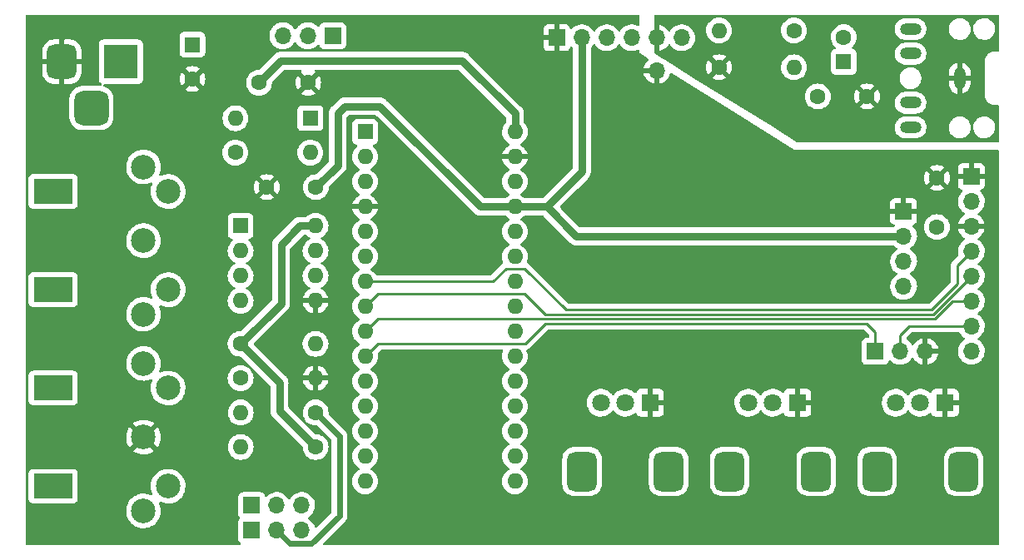
<source format=gbr>
%TF.GenerationSoftware,KiCad,Pcbnew,(6.0.5)*%
%TF.CreationDate,2023-10-19T13:29:11+01:00*%
%TF.ProjectId,NanoAudioiExperimentShield,4e616e6f-4175-4646-996f-694578706572,rev?*%
%TF.SameCoordinates,Original*%
%TF.FileFunction,Copper,L2,Bot*%
%TF.FilePolarity,Positive*%
%FSLAX46Y46*%
G04 Gerber Fmt 4.6, Leading zero omitted, Abs format (unit mm)*
G04 Created by KiCad (PCBNEW (6.0.5)) date 2023-10-19 13:29:11*
%MOMM*%
%LPD*%
G01*
G04 APERTURE LIST*
G04 Aperture macros list*
%AMRoundRect*
0 Rectangle with rounded corners*
0 $1 Rounding radius*
0 $2 $3 $4 $5 $6 $7 $8 $9 X,Y pos of 4 corners*
0 Add a 4 corners polygon primitive as box body*
4,1,4,$2,$3,$4,$5,$6,$7,$8,$9,$2,$3,0*
0 Add four circle primitives for the rounded corners*
1,1,$1+$1,$2,$3*
1,1,$1+$1,$4,$5*
1,1,$1+$1,$6,$7*
1,1,$1+$1,$8,$9*
0 Add four rect primitives between the rounded corners*
20,1,$1+$1,$2,$3,$4,$5,0*
20,1,$1+$1,$4,$5,$6,$7,0*
20,1,$1+$1,$6,$7,$8,$9,0*
20,1,$1+$1,$8,$9,$2,$3,0*%
G04 Aperture macros list end*
%TA.AperFunction,ComponentPad*%
%ADD10R,1.600000X1.600000*%
%TD*%
%TA.AperFunction,ComponentPad*%
%ADD11O,1.600000X1.600000*%
%TD*%
%TA.AperFunction,WasherPad*%
%ADD12R,4.000000X2.500000*%
%TD*%
%TA.AperFunction,ComponentPad*%
%ADD13C,2.499360*%
%TD*%
%TA.AperFunction,ComponentPad*%
%ADD14R,1.700000X1.700000*%
%TD*%
%TA.AperFunction,ComponentPad*%
%ADD15O,1.700000X1.700000*%
%TD*%
%TA.AperFunction,ComponentPad*%
%ADD16C,1.600000*%
%TD*%
%TA.AperFunction,ComponentPad*%
%ADD17R,1.800000X1.800000*%
%TD*%
%TA.AperFunction,ComponentPad*%
%ADD18C,1.800000*%
%TD*%
%TA.AperFunction,ComponentPad*%
%ADD19RoundRect,0.750000X-0.750000X1.250000X-0.750000X-1.250000X0.750000X-1.250000X0.750000X1.250000X0*%
%TD*%
%TA.AperFunction,ComponentPad*%
%ADD20R,3.500000X3.500000*%
%TD*%
%TA.AperFunction,ComponentPad*%
%ADD21RoundRect,0.750000X-0.750000X-1.000000X0.750000X-1.000000X0.750000X1.000000X-0.750000X1.000000X0*%
%TD*%
%TA.AperFunction,ComponentPad*%
%ADD22RoundRect,0.875000X-0.875000X-0.875000X0.875000X-0.875000X0.875000X0.875000X-0.875000X0.875000X0*%
%TD*%
%TA.AperFunction,ComponentPad*%
%ADD23O,2.200000X1.200000*%
%TD*%
%TA.AperFunction,ComponentPad*%
%ADD24O,1.200000X2.200000*%
%TD*%
%TA.AperFunction,Conductor*%
%ADD25C,0.250000*%
%TD*%
%TA.AperFunction,Conductor*%
%ADD26C,0.800000*%
%TD*%
%TA.AperFunction,Conductor*%
%ADD27C,0.600000*%
%TD*%
G04 APERTURE END LIST*
D10*
%TO.P,U1,1,NC*%
%TO.N,unconnected-(U1-Pad1)*%
X72370000Y-72000000D03*
D11*
%TO.P,U1,2,C1*%
%TO.N,Net-(D1-Pad1)*%
X72370000Y-74540000D03*
%TO.P,U1,3,C2*%
%TO.N,Net-(D1-Pad2)*%
X72370000Y-77080000D03*
%TO.P,U1,4,NC*%
%TO.N,unconnected-(U1-Pad4)*%
X72370000Y-79620000D03*
%TO.P,U1,5,GND*%
%TO.N,GND*%
X79990000Y-79620000D03*
%TO.P,U1,6,VO2*%
%TO.N,Net-(J2-Pad2)*%
X79990000Y-77080000D03*
%TO.P,U1,7,VO1*%
%TO.N,Net-(R4-Pad1)*%
X79990000Y-74540000D03*
%TO.P,U1,8,VCC*%
%TO.N,+5V*%
X79990000Y-72000000D03*
%TD*%
D12*
%TO.P,OUT1,*%
%TO.N,*%
X53302300Y-88498740D03*
X53302300Y-98501260D03*
D13*
%TO.P,OUT1,1*%
%TO.N,unconnected-(OUT1-Pad1)*%
X62497200Y-100998080D03*
%TO.P,OUT1,2*%
%TO.N,GND*%
X62499740Y-93500000D03*
%TO.P,OUT1,3*%
%TO.N,unconnected-(OUT1-Pad3)*%
X62497200Y-86001920D03*
%TO.P,OUT1,4*%
%TO.N,Net-(OUT1-Pad4)*%
X64999100Y-98496180D03*
%TO.P,OUT1,5*%
%TO.N,Net-(OUT1-Pad5)*%
X64999100Y-88503820D03*
%TD*%
D14*
%TO.P,J7,1,Pin_1*%
%TO.N,GND*%
X146680000Y-66970000D03*
D15*
%TO.P,J7,2,Pin_2*%
%TO.N,+5V*%
X146680000Y-69510000D03*
%TO.P,J7,3,Pin_3*%
%TO.N,GND*%
X146680000Y-72050000D03*
%TO.P,J7,4,Pin_4*%
%TO.N,/D4*%
X146680000Y-74590000D03*
%TO.P,J7,5,Pin_5*%
%TO.N,/D5*%
X146680000Y-77130000D03*
%TO.P,J7,6,Pin_6*%
%TO.N,/D6*%
X146680000Y-79670000D03*
%TO.P,J7,7,Pin_7*%
%TO.N,/MUX_S4*%
X146680000Y-82210000D03*
%TO.P,J7,8,Pin_8*%
%TO.N,/A3*%
X146680000Y-84750000D03*
%TD*%
D14*
%TO.P,J1,1,Pin_1*%
%TO.N,unconnected-(J1-Pad1)*%
X73500000Y-103000000D03*
D15*
%TO.P,J1,2,Pin_2*%
%TO.N,Net-(J1-Pad2)*%
X76040000Y-103000000D03*
%TO.P,J1,3,Pin_3*%
%TO.N,/D1*%
X78580000Y-103000000D03*
%TD*%
D16*
%TO.P,R7,1*%
%TO.N,GND*%
X121030000Y-55870000D03*
D11*
%TO.P,R7,2*%
%TO.N,Net-(C2-Pad1)*%
X128650000Y-55870000D03*
%TD*%
D16*
%TO.P,R1,1*%
%TO.N,+5V*%
X80000000Y-94500000D03*
D11*
%TO.P,R1,2*%
%TO.N,Net-(OUT1-Pad4)*%
X72380000Y-94500000D03*
%TD*%
D16*
%TO.P,C6,1*%
%TO.N,+5V*%
X143190000Y-72130000D03*
%TO.P,C6,2*%
%TO.N,GND*%
X143190000Y-67130000D03*
%TD*%
%TO.P,R3,1*%
%TO.N,Net-(IN1-Pad4)*%
X71840000Y-64550000D03*
D11*
%TO.P,R3,2*%
%TO.N,Net-(D1-Pad1)*%
X79460000Y-64550000D03*
%TD*%
D10*
%TO.P,C3,1*%
%TO.N,Net-(C2-Pad1)*%
X133710000Y-55310000D03*
D16*
%TO.P,C3,2*%
%TO.N,Net-(C3-Pad2)*%
X133710000Y-52810000D03*
%TD*%
%TO.P,C5,1*%
%TO.N,VCC*%
X74240000Y-57430000D03*
%TO.P,C5,2*%
%TO.N,GND*%
X79240000Y-57430000D03*
%TD*%
D17*
%TO.P,RV1,1,1*%
%TO.N,GND*%
X114000000Y-90000000D03*
D18*
%TO.P,RV1,2,2*%
%TO.N,/A0*%
X111500000Y-90000000D03*
%TO.P,RV1,3,3*%
%TO.N,+5V*%
X109000000Y-90000000D03*
D19*
%TO.P,RV1,MP*%
%TO.N,N/C*%
X115900000Y-97000000D03*
X107100000Y-97000000D03*
%TD*%
D10*
%TO.P,C4,1*%
%TO.N,VCC*%
X67470000Y-53567349D03*
D16*
%TO.P,C4,2*%
%TO.N,GND*%
X67470000Y-57067349D03*
%TD*%
D12*
%TO.P,IN1,*%
%TO.N,*%
X53302300Y-68498740D03*
X53302300Y-78501260D03*
D13*
%TO.P,IN1,1*%
%TO.N,unconnected-(IN1-Pad1)*%
X62497200Y-80998080D03*
%TO.P,IN1,2*%
%TO.N,unconnected-(IN1-Pad2)*%
X62499740Y-73500000D03*
%TO.P,IN1,3*%
%TO.N,unconnected-(IN1-Pad3)*%
X62497200Y-66001920D03*
%TO.P,IN1,4*%
%TO.N,Net-(IN1-Pad4)*%
X64999100Y-78496180D03*
%TO.P,IN1,5*%
%TO.N,Net-(D1-Pad2)*%
X64999100Y-68503820D03*
%TD*%
D17*
%TO.P,RV2,1,1*%
%TO.N,GND*%
X129000000Y-90000000D03*
D18*
%TO.P,RV2,2,2*%
%TO.N,/A1*%
X126500000Y-90000000D03*
%TO.P,RV2,3,3*%
%TO.N,+5V*%
X124000000Y-90000000D03*
D19*
%TO.P,RV2,MP*%
%TO.N,N/C*%
X122100000Y-97000000D03*
X130900000Y-97000000D03*
%TD*%
D14*
%TO.P,J3,1,Pin_1*%
%TO.N,/D3*%
X81735000Y-52670000D03*
D15*
%TO.P,J3,2,Pin_2*%
%TO.N,/AU_DAC*%
X79195000Y-52670000D03*
%TO.P,J3,3,Pin_3*%
%TO.N,/D9*%
X76655000Y-52670000D03*
%TD*%
D16*
%TO.P,R6,1*%
%TO.N,Net-(C2-Pad1)*%
X128650000Y-52120000D03*
D11*
%TO.P,R6,2*%
%TO.N,/AU_DAC*%
X121030000Y-52120000D03*
%TD*%
D17*
%TO.P,RV3,1,1*%
%TO.N,GND*%
X144000000Y-90000000D03*
D18*
%TO.P,RV3,2,2*%
%TO.N,/A2*%
X141500000Y-90000000D03*
%TO.P,RV3,3,3*%
%TO.N,+5V*%
X139000000Y-90000000D03*
D19*
%TO.P,RV3,MP*%
%TO.N,N/C*%
X137100000Y-97000000D03*
X145900000Y-97000000D03*
%TD*%
D20*
%TO.P,J4,1*%
%TO.N,VCC*%
X60200000Y-55302500D03*
D21*
%TO.P,J4,2*%
%TO.N,GND*%
X54200000Y-55302500D03*
D22*
%TO.P,J4,3*%
%TO.N,N/C*%
X57200000Y-60002500D03*
%TD*%
D16*
%TO.P,R2,1*%
%TO.N,Net-(J1-Pad2)*%
X80000000Y-91000000D03*
D11*
%TO.P,R2,2*%
%TO.N,Net-(OUT1-Pad5)*%
X72380000Y-91000000D03*
%TD*%
D14*
%TO.P,J8,1,Pin_1*%
%TO.N,GND*%
X104530000Y-52870000D03*
D15*
%TO.P,J8,2,Pin_2*%
%TO.N,+5V*%
X107070000Y-52870000D03*
%TO.P,J8,3,Pin_3*%
%TO.N,/A4(SDA)*%
X109610000Y-52870000D03*
%TO.P,J8,4,Pin_4*%
%TO.N,/A5(SCL)*%
X112150000Y-52870000D03*
%TO.P,J8,5,Pin_5*%
%TO.N,GND*%
X114690000Y-52870000D03*
%TO.P,J8,6,Pin_6*%
%TO.N,/AU_DAC*%
X117230000Y-52870000D03*
%TD*%
D14*
%TO.P,J6,1,Pin_1*%
%TO.N,/D7*%
X136915000Y-84770000D03*
D15*
%TO.P,J6,2,Pin_2*%
%TO.N,/MUX_S4*%
X139455000Y-84770000D03*
%TO.P,J6,3,Pin_3*%
%TO.N,GND*%
X141995000Y-84770000D03*
%TD*%
D10*
%TO.P,D1,1,K*%
%TO.N,Net-(D1-Pad1)*%
X79470000Y-61050000D03*
D11*
%TO.P,D1,2,A*%
%TO.N,Net-(D1-Pad2)*%
X71850000Y-61050000D03*
%TD*%
D14*
%TO.P,A2,1,Pin_1*%
%TO.N,GND*%
X139800000Y-70540000D03*
D15*
%TO.P,A2,2,Pin_2*%
%TO.N,+5V*%
X139800000Y-73080000D03*
%TO.P,A2,3,Pin_3*%
%TO.N,/A5(SCL)*%
X139800000Y-75620000D03*
%TO.P,A2,4,Pin_4*%
%TO.N,/A4(SDA)*%
X139800000Y-78160000D03*
%TD*%
D14*
%TO.P,J2,1,Pin_1*%
%TO.N,unconnected-(J2-Pad1)*%
X73500000Y-100460000D03*
D15*
%TO.P,J2,2,Pin_2*%
%TO.N,Net-(J2-Pad2)*%
X76040000Y-100460000D03*
%TO.P,J2,3,Pin_3*%
%TO.N,/D0*%
X78580000Y-100460000D03*
%TD*%
D16*
%TO.P,C2,1*%
%TO.N,Net-(C2-Pad1)*%
X131070000Y-58840000D03*
%TO.P,C2,2*%
%TO.N,GND*%
X136070000Y-58840000D03*
%TD*%
%TO.P,C1,1*%
%TO.N,+5V*%
X80030000Y-68070000D03*
%TO.P,C1,2*%
%TO.N,GND*%
X75030000Y-68070000D03*
%TD*%
%TO.P,R4,1*%
%TO.N,Net-(R4-Pad1)*%
X72370000Y-87500000D03*
D11*
%TO.P,R4,2*%
%TO.N,GND*%
X79990000Y-87500000D03*
%TD*%
D10*
%TO.P,A1,1,D1/TX*%
%TO.N,/D1*%
X85030000Y-62440000D03*
D11*
%TO.P,A1,2,D0/RX*%
%TO.N,/D0*%
X85030000Y-64980000D03*
%TO.P,A1,3,~{RESET}*%
%TO.N,unconnected-(A1-Pad3)*%
X85030000Y-67520000D03*
%TO.P,A1,4,GND*%
%TO.N,GND*%
X85030000Y-70060000D03*
%TO.P,A1,5,D2*%
%TO.N,/D2*%
X85030000Y-72600000D03*
%TO.P,A1,6,D3*%
%TO.N,/D3*%
X85030000Y-75140000D03*
%TO.P,A1,7,D4*%
%TO.N,/D4*%
X85030000Y-77680000D03*
%TO.P,A1,8,D5*%
%TO.N,/D5*%
X85030000Y-80220000D03*
%TO.P,A1,9,D6*%
%TO.N,/D6*%
X85030000Y-82760000D03*
%TO.P,A1,10,D7*%
%TO.N,/D7*%
X85030000Y-85300000D03*
%TO.P,A1,11,D8*%
%TO.N,/D8*%
X85030000Y-87840000D03*
%TO.P,A1,12,D9*%
%TO.N,/D9*%
X85030000Y-90380000D03*
%TO.P,A1,13,D10*%
%TO.N,/D10*%
X85030000Y-92920000D03*
%TO.P,A1,14,D11*%
%TO.N,/D11*%
X85030000Y-95460000D03*
%TO.P,A1,15,D12*%
%TO.N,/D12*%
X85030000Y-98000000D03*
%TO.P,A1,16,D13*%
%TO.N,/D13*%
X100270000Y-98000000D03*
%TO.P,A1,17,3V3*%
%TO.N,+3V3*%
X100270000Y-95460000D03*
%TO.P,A1,18,AREF*%
%TO.N,unconnected-(A1-Pad18)*%
X100270000Y-92920000D03*
%TO.P,A1,19,A0*%
%TO.N,/A0*%
X100270000Y-90380000D03*
%TO.P,A1,20,A1*%
%TO.N,/A1*%
X100270000Y-87840000D03*
%TO.P,A1,21,A2*%
%TO.N,/A2*%
X100270000Y-85300000D03*
%TO.P,A1,22,A3*%
%TO.N,/A3*%
X100270000Y-82760000D03*
%TO.P,A1,23,A4*%
%TO.N,/A4(SDA)*%
X100270000Y-80220000D03*
%TO.P,A1,24,A5*%
%TO.N,/A5(SCL)*%
X100270000Y-77680000D03*
%TO.P,A1,25,A6*%
%TO.N,/A6*%
X100270000Y-75140000D03*
%TO.P,A1,26,A7*%
%TO.N,/A7*%
X100270000Y-72600000D03*
%TO.P,A1,27,+5V*%
%TO.N,+5V*%
X100270000Y-70060000D03*
%TO.P,A1,28,~{RESET}*%
%TO.N,unconnected-(A1-Pad28)*%
X100270000Y-67520000D03*
%TO.P,A1,29,GND*%
%TO.N,GND*%
X100270000Y-64980000D03*
%TO.P,A1,30,VIN*%
%TO.N,VCC*%
X100270000Y-62440000D03*
%TD*%
D23*
%TO.P,J5,R*%
%TO.N,Net-(C3-Pad2)*%
X140500000Y-61980000D03*
%TO.P,J5,RN*%
%TO.N,N/C*%
X140500000Y-59480000D03*
D24*
%TO.P,J5,S*%
%TO.N,GND*%
X145500000Y-56980000D03*
D23*
%TO.P,J5,T*%
%TO.N,Net-(C3-Pad2)*%
X140500000Y-51980000D03*
%TO.P,J5,TN*%
%TO.N,N/C*%
X140500000Y-54480000D03*
%TD*%
D16*
%TO.P,R5,1*%
%TO.N,+5V*%
X72370000Y-84000000D03*
D11*
%TO.P,R5,2*%
%TO.N,Net-(J2-Pad2)*%
X79990000Y-84000000D03*
%TD*%
D15*
%TO.P,,0,Pin_5*%
%TO.N,GND*%
X114690000Y-56200000D03*
%TD*%
D25*
%TO.N,/D4*%
X85030000Y-77680000D02*
X98050000Y-77680000D01*
X145250000Y-77924282D02*
X145250000Y-76020000D01*
X105450960Y-80560960D02*
X101270000Y-76380000D01*
X101270000Y-76380000D02*
X100650000Y-76380000D01*
X142613322Y-80560960D02*
X145250000Y-77924282D01*
X98050000Y-77680000D02*
X99350000Y-76380000D01*
X99350000Y-76380000D02*
X100650000Y-76380000D01*
X145250000Y-76020000D02*
X146680000Y-74590000D01*
X105450960Y-80560960D02*
X142613322Y-80560960D01*
%TO.N,/D5*%
X146680000Y-77130000D02*
X142799520Y-81010480D01*
X86154511Y-79095489D02*
X85030000Y-80220000D01*
X86154511Y-79095489D02*
X86204511Y-79095489D01*
X142799520Y-81010480D02*
X103340480Y-81010480D01*
X86360000Y-78890000D02*
X85030000Y-80220000D01*
X103340480Y-81010480D02*
X101220000Y-78890000D01*
X101220000Y-78890000D02*
X86360000Y-78890000D01*
%TO.N,/D6*%
X142985717Y-81460000D02*
X86330000Y-81460000D01*
X144775718Y-79670000D02*
X142985717Y-81460000D01*
X86330000Y-81460000D02*
X85030000Y-82760000D01*
X146680000Y-79670000D02*
X144775718Y-79670000D01*
%TO.N,/D7*%
X86370000Y-83960000D02*
X101330000Y-83960000D01*
X136915000Y-82805000D02*
X136915000Y-84770000D01*
X85030000Y-85300000D02*
X86370000Y-83960000D01*
X101330000Y-83960000D02*
X103370000Y-81920000D01*
X103370000Y-81920000D02*
X136030000Y-81920000D01*
X136030000Y-81920000D02*
X136915000Y-82805000D01*
D26*
%TO.N,+5V*%
X72370000Y-84000000D02*
X76330000Y-87960000D01*
X78420000Y-72000000D02*
X76480000Y-73940000D01*
X76330000Y-90830000D02*
X80000000Y-94500000D01*
X107070000Y-63260000D02*
X107070000Y-62180000D01*
X96740000Y-70060000D02*
X100270000Y-70060000D01*
X86520000Y-59840000D02*
X96740000Y-70060000D01*
X82970000Y-59840000D02*
X86520000Y-59840000D01*
X100270000Y-70060000D02*
X103510000Y-70060000D01*
X76480000Y-79890000D02*
X72370000Y-84000000D01*
X76480000Y-73940000D02*
X76480000Y-79890000D01*
X103510000Y-70060000D02*
X106530000Y-73080000D01*
X82250000Y-65850000D02*
X82250000Y-60560000D01*
X76330000Y-87960000D02*
X76330000Y-90830000D01*
X79990000Y-72000000D02*
X78420000Y-72000000D01*
X106530000Y-73080000D02*
X139800000Y-73080000D01*
X82250000Y-60560000D02*
X82970000Y-59840000D01*
X80030000Y-68070000D02*
X82250000Y-65850000D01*
X103510000Y-70060000D02*
X107070000Y-66500000D01*
X107070000Y-66500000D02*
X107070000Y-63260000D01*
X107070000Y-62180000D02*
X107070000Y-52870000D01*
D27*
%TO.N,Net-(J1-Pad2)*%
X76040000Y-103000000D02*
X77389511Y-104349511D01*
X80000000Y-91000000D02*
X82410000Y-93410000D01*
X82410000Y-101510000D02*
X79570489Y-104349511D01*
X77389511Y-104349511D02*
X79570489Y-104349511D01*
X82410000Y-93410000D02*
X82410000Y-101510000D01*
D26*
%TO.N,VCC*%
X94910000Y-55200000D02*
X100270000Y-60560000D01*
X74240000Y-57430000D02*
X76470000Y-55200000D01*
X100270000Y-60560000D02*
X100270000Y-62440000D01*
X76470000Y-55200000D02*
X94910000Y-55200000D01*
D25*
%TO.N,/MUX_S4*%
X139455000Y-84770000D02*
X139455000Y-83105000D01*
X140350000Y-82210000D02*
X146680000Y-82210000D01*
X139455000Y-83105000D02*
X140350000Y-82210000D01*
%TD*%
%TA.AperFunction,Conductor*%
%TO.N,GND*%
G36*
X112892121Y-50528502D02*
G01*
X112938614Y-50582158D01*
X112950000Y-50634500D01*
X112950000Y-51546314D01*
X112929998Y-51614435D01*
X112876342Y-51660928D01*
X112806068Y-51671032D01*
X112763107Y-51656623D01*
X112754216Y-51651715D01*
X112708789Y-51626638D01*
X112703920Y-51624914D01*
X112703916Y-51624912D01*
X112503087Y-51553795D01*
X112503083Y-51553794D01*
X112498212Y-51552069D01*
X112493119Y-51551162D01*
X112493116Y-51551161D01*
X112283373Y-51513800D01*
X112283367Y-51513799D01*
X112278284Y-51512894D01*
X112204452Y-51511992D01*
X112060081Y-51510228D01*
X112060079Y-51510228D01*
X112054911Y-51510165D01*
X111834091Y-51543955D01*
X111621756Y-51613357D01*
X111556110Y-51647530D01*
X111510964Y-51671032D01*
X111423607Y-51716507D01*
X111419474Y-51719610D01*
X111419471Y-51719612D01*
X111266512Y-51834457D01*
X111244965Y-51850635D01*
X111090629Y-52012138D01*
X110983201Y-52169621D01*
X110928293Y-52214621D01*
X110857768Y-52222792D01*
X110794021Y-52191538D01*
X110773324Y-52167054D01*
X110692822Y-52042617D01*
X110692820Y-52042614D01*
X110690014Y-52038277D01*
X110539670Y-51873051D01*
X110535619Y-51869852D01*
X110535615Y-51869848D01*
X110368414Y-51737800D01*
X110368410Y-51737798D01*
X110364359Y-51734598D01*
X110341915Y-51722208D01*
X110287024Y-51691907D01*
X110168789Y-51626638D01*
X110163920Y-51624914D01*
X110163916Y-51624912D01*
X109963087Y-51553795D01*
X109963083Y-51553794D01*
X109958212Y-51552069D01*
X109953119Y-51551162D01*
X109953116Y-51551161D01*
X109743373Y-51513800D01*
X109743367Y-51513799D01*
X109738284Y-51512894D01*
X109664452Y-51511992D01*
X109520081Y-51510228D01*
X109520079Y-51510228D01*
X109514911Y-51510165D01*
X109294091Y-51543955D01*
X109081756Y-51613357D01*
X109016110Y-51647530D01*
X108970964Y-51671032D01*
X108883607Y-51716507D01*
X108879474Y-51719610D01*
X108879471Y-51719612D01*
X108726512Y-51834457D01*
X108704965Y-51850635D01*
X108550629Y-52012138D01*
X108443201Y-52169621D01*
X108388293Y-52214621D01*
X108317768Y-52222792D01*
X108254021Y-52191538D01*
X108233324Y-52167054D01*
X108152822Y-52042617D01*
X108152820Y-52042614D01*
X108150014Y-52038277D01*
X107999670Y-51873051D01*
X107995619Y-51869852D01*
X107995615Y-51869848D01*
X107828414Y-51737800D01*
X107828410Y-51737798D01*
X107824359Y-51734598D01*
X107801915Y-51722208D01*
X107747024Y-51691907D01*
X107628789Y-51626638D01*
X107623920Y-51624914D01*
X107623916Y-51624912D01*
X107423087Y-51553795D01*
X107423083Y-51553794D01*
X107418212Y-51552069D01*
X107413119Y-51551162D01*
X107413116Y-51551161D01*
X107203373Y-51513800D01*
X107203367Y-51513799D01*
X107198284Y-51512894D01*
X107124452Y-51511992D01*
X106980081Y-51510228D01*
X106980079Y-51510228D01*
X106974911Y-51510165D01*
X106754091Y-51543955D01*
X106541756Y-51613357D01*
X106476110Y-51647530D01*
X106430964Y-51671032D01*
X106343607Y-51716507D01*
X106339474Y-51719610D01*
X106339471Y-51719612D01*
X106186512Y-51834457D01*
X106164965Y-51850635D01*
X106161393Y-51854373D01*
X106083898Y-51935466D01*
X106022374Y-51970895D01*
X105951462Y-51967438D01*
X105893676Y-51926192D01*
X105874823Y-51892644D01*
X105833324Y-51781946D01*
X105824786Y-51766351D01*
X105748285Y-51664276D01*
X105735724Y-51651715D01*
X105633649Y-51575214D01*
X105618054Y-51566676D01*
X105497606Y-51521522D01*
X105482351Y-51517895D01*
X105431486Y-51512369D01*
X105424672Y-51512000D01*
X104802115Y-51512000D01*
X104786876Y-51516475D01*
X104785671Y-51517865D01*
X104784000Y-51525548D01*
X104784000Y-54209884D01*
X104788475Y-54225123D01*
X104789865Y-54226328D01*
X104797548Y-54227999D01*
X105424669Y-54227999D01*
X105431490Y-54227629D01*
X105482352Y-54222105D01*
X105497604Y-54218479D01*
X105618054Y-54173324D01*
X105633649Y-54164786D01*
X105735724Y-54088285D01*
X105748285Y-54075724D01*
X105824786Y-53973649D01*
X105833324Y-53958054D01*
X105874225Y-53848952D01*
X105916867Y-53792188D01*
X105983428Y-53767488D01*
X106052777Y-53782696D01*
X106087444Y-53810684D01*
X106112866Y-53840032D01*
X106112869Y-53840035D01*
X106116250Y-53843938D01*
X106120224Y-53847237D01*
X106123658Y-53850600D01*
X106158334Y-53912553D01*
X106161500Y-53940623D01*
X106161500Y-66071497D01*
X106141498Y-66139618D01*
X106124595Y-66160592D01*
X103170592Y-69114595D01*
X103108280Y-69148621D01*
X103081497Y-69151500D01*
X101264188Y-69151500D01*
X101196067Y-69131498D01*
X101175093Y-69114595D01*
X101114300Y-69053802D01*
X101109792Y-69050645D01*
X101109789Y-69050643D01*
X101008023Y-68979386D01*
X100926749Y-68922477D01*
X100921767Y-68920154D01*
X100921762Y-68920151D01*
X100887543Y-68904195D01*
X100834258Y-68857278D01*
X100814797Y-68789001D01*
X100835339Y-68721041D01*
X100887543Y-68675805D01*
X100921762Y-68659849D01*
X100921767Y-68659846D01*
X100926749Y-68657523D01*
X101031611Y-68584098D01*
X101109789Y-68529357D01*
X101109792Y-68529355D01*
X101114300Y-68526198D01*
X101276198Y-68364300D01*
X101407523Y-68176749D01*
X101409846Y-68171767D01*
X101409849Y-68171762D01*
X101501961Y-67974225D01*
X101501961Y-67974224D01*
X101504284Y-67969243D01*
X101516849Y-67922352D01*
X101562119Y-67753402D01*
X101562119Y-67753400D01*
X101563543Y-67748087D01*
X101583498Y-67520000D01*
X101563543Y-67291913D01*
X101545801Y-67225700D01*
X101505707Y-67076067D01*
X101505706Y-67076065D01*
X101504284Y-67070757D01*
X101478831Y-67016173D01*
X101409849Y-66868238D01*
X101409846Y-66868233D01*
X101407523Y-66863251D01*
X101325522Y-66746142D01*
X101279357Y-66680211D01*
X101279355Y-66680208D01*
X101276198Y-66675700D01*
X101114300Y-66513802D01*
X101109792Y-66510645D01*
X101109789Y-66510643D01*
X101009216Y-66440221D01*
X100926749Y-66382477D01*
X100921767Y-66380154D01*
X100921762Y-66380151D01*
X100886951Y-66363919D01*
X100833666Y-66317002D01*
X100814205Y-66248725D01*
X100834747Y-66180765D01*
X100886951Y-66135529D01*
X100921511Y-66119414D01*
X100931007Y-66113931D01*
X101109467Y-65988972D01*
X101117875Y-65981916D01*
X101271916Y-65827875D01*
X101278972Y-65819467D01*
X101403931Y-65641007D01*
X101409414Y-65631511D01*
X101501490Y-65434053D01*
X101505236Y-65423761D01*
X101551394Y-65251497D01*
X101551058Y-65237401D01*
X101543116Y-65234000D01*
X99002033Y-65234000D01*
X98988502Y-65237973D01*
X98987273Y-65246522D01*
X99034764Y-65423761D01*
X99038510Y-65434053D01*
X99130586Y-65631511D01*
X99136069Y-65641007D01*
X99261028Y-65819467D01*
X99268084Y-65827875D01*
X99422125Y-65981916D01*
X99430533Y-65988972D01*
X99608993Y-66113931D01*
X99618489Y-66119414D01*
X99653049Y-66135529D01*
X99706334Y-66182446D01*
X99725795Y-66250723D01*
X99705253Y-66318683D01*
X99653049Y-66363919D01*
X99618238Y-66380151D01*
X99618233Y-66380154D01*
X99613251Y-66382477D01*
X99530784Y-66440221D01*
X99430211Y-66510643D01*
X99430208Y-66510645D01*
X99425700Y-66513802D01*
X99263802Y-66675700D01*
X99260645Y-66680208D01*
X99260643Y-66680211D01*
X99214478Y-66746142D01*
X99132477Y-66863251D01*
X99130154Y-66868233D01*
X99130151Y-66868238D01*
X99061169Y-67016173D01*
X99035716Y-67070757D01*
X99034294Y-67076065D01*
X99034293Y-67076067D01*
X98994199Y-67225700D01*
X98976457Y-67291913D01*
X98956502Y-67520000D01*
X98976457Y-67748087D01*
X98977881Y-67753400D01*
X98977881Y-67753402D01*
X99023152Y-67922352D01*
X99035716Y-67969243D01*
X99038039Y-67974224D01*
X99038039Y-67974225D01*
X99130151Y-68171762D01*
X99130154Y-68171767D01*
X99132477Y-68176749D01*
X99263802Y-68364300D01*
X99425700Y-68526198D01*
X99430208Y-68529355D01*
X99430211Y-68529357D01*
X99508389Y-68584098D01*
X99613251Y-68657523D01*
X99618233Y-68659846D01*
X99618238Y-68659849D01*
X99652457Y-68675805D01*
X99705742Y-68722722D01*
X99725203Y-68790999D01*
X99704661Y-68858959D01*
X99652457Y-68904195D01*
X99618238Y-68920151D01*
X99618233Y-68920154D01*
X99613251Y-68922477D01*
X99531977Y-68979386D01*
X99430211Y-69050643D01*
X99430208Y-69050645D01*
X99425700Y-69053802D01*
X99364907Y-69114595D01*
X99302595Y-69148621D01*
X99275812Y-69151500D01*
X97168503Y-69151500D01*
X97100382Y-69131498D01*
X97079408Y-69114595D01*
X87219981Y-59255168D01*
X87207140Y-59240135D01*
X87202746Y-59234087D01*
X87202745Y-59234086D01*
X87198866Y-59228747D01*
X87148041Y-59182984D01*
X87143256Y-59178443D01*
X87128741Y-59163928D01*
X87121282Y-59157888D01*
X87112784Y-59151006D01*
X87107769Y-59146722D01*
X87061855Y-59105381D01*
X87061850Y-59105377D01*
X87056944Y-59100960D01*
X87051228Y-59097660D01*
X87051224Y-59097657D01*
X87044763Y-59093927D01*
X87028466Y-59082727D01*
X87022660Y-59078025D01*
X87022658Y-59078024D01*
X87017530Y-59073871D01*
X86956573Y-59042812D01*
X86950782Y-59039667D01*
X86897279Y-59008777D01*
X86897278Y-59008776D01*
X86891556Y-59005473D01*
X86885274Y-59003432D01*
X86885272Y-59003431D01*
X86878174Y-59001125D01*
X86859907Y-58993559D01*
X86859903Y-58993557D01*
X86847370Y-58987171D01*
X86781291Y-58969465D01*
X86774997Y-58967600D01*
X86709928Y-58946458D01*
X86703363Y-58945768D01*
X86703354Y-58945766D01*
X86695925Y-58944985D01*
X86676491Y-58941383D01*
X86669286Y-58939453D01*
X86669284Y-58939453D01*
X86662903Y-58937743D01*
X86656312Y-58937398D01*
X86656308Y-58937397D01*
X86594616Y-58934164D01*
X86588042Y-58933647D01*
X86570884Y-58931844D01*
X86570882Y-58931844D01*
X86567610Y-58931500D01*
X86547074Y-58931500D01*
X86540480Y-58931327D01*
X86478782Y-58928093D01*
X86478777Y-58928093D01*
X86472190Y-58927748D01*
X86458292Y-58929949D01*
X86438583Y-58931500D01*
X83051417Y-58931500D01*
X83031707Y-58929949D01*
X83024327Y-58928780D01*
X83024326Y-58928780D01*
X83017810Y-58927748D01*
X83011223Y-58928093D01*
X83011218Y-58928093D01*
X82949520Y-58931327D01*
X82942926Y-58931500D01*
X82922390Y-58931500D01*
X82919118Y-58931844D01*
X82919116Y-58931844D01*
X82901958Y-58933647D01*
X82895384Y-58934164D01*
X82833696Y-58937397D01*
X82833694Y-58937397D01*
X82827097Y-58937743D01*
X82813504Y-58941385D01*
X82794075Y-58944986D01*
X82780072Y-58946458D01*
X82773791Y-58948499D01*
X82773790Y-58948499D01*
X82750803Y-58955968D01*
X82715025Y-58967593D01*
X82708712Y-58969463D01*
X82694554Y-58973257D01*
X82649003Y-58985462D01*
X82649000Y-58985463D01*
X82642630Y-58987170D01*
X82630085Y-58993562D01*
X82611826Y-59001125D01*
X82598444Y-59005473D01*
X82592723Y-59008776D01*
X82539223Y-59039664D01*
X82533426Y-59042812D01*
X82478351Y-59070874D01*
X82478348Y-59070876D01*
X82472470Y-59073871D01*
X82467342Y-59078024D01*
X82467340Y-59078025D01*
X82461534Y-59082727D01*
X82445237Y-59093927D01*
X82438776Y-59097657D01*
X82438772Y-59097660D01*
X82433056Y-59100960D01*
X82428150Y-59105377D01*
X82428145Y-59105381D01*
X82382231Y-59146722D01*
X82377216Y-59151006D01*
X82368718Y-59157888D01*
X82361259Y-59163928D01*
X82346744Y-59178443D01*
X82341959Y-59182984D01*
X82291134Y-59228747D01*
X82287255Y-59234086D01*
X82287254Y-59234087D01*
X82282860Y-59240135D01*
X82270019Y-59255168D01*
X81665168Y-59860019D01*
X81650135Y-59872860D01*
X81638747Y-59881134D01*
X81634327Y-59886043D01*
X81592984Y-59931959D01*
X81588443Y-59936744D01*
X81573928Y-59951259D01*
X81571852Y-59953823D01*
X81561006Y-59967216D01*
X81556722Y-59972231D01*
X81515381Y-60018145D01*
X81515377Y-60018150D01*
X81510960Y-60023056D01*
X81507660Y-60028772D01*
X81507657Y-60028776D01*
X81503927Y-60035237D01*
X81492727Y-60051533D01*
X81483871Y-60062470D01*
X81453821Y-60121447D01*
X81452815Y-60123421D01*
X81449669Y-60129215D01*
X81415473Y-60188444D01*
X81413432Y-60194726D01*
X81413431Y-60194728D01*
X81411125Y-60201826D01*
X81403560Y-60220092D01*
X81397171Y-60232630D01*
X81395463Y-60239003D01*
X81395463Y-60239004D01*
X81379469Y-60298695D01*
X81377600Y-60305003D01*
X81356458Y-60370072D01*
X81355768Y-60376637D01*
X81355766Y-60376646D01*
X81354985Y-60384075D01*
X81351383Y-60403509D01*
X81351382Y-60403514D01*
X81347743Y-60417097D01*
X81347398Y-60423688D01*
X81347397Y-60423692D01*
X81344164Y-60485384D01*
X81343647Y-60491958D01*
X81341844Y-60509116D01*
X81341500Y-60512390D01*
X81341500Y-60532926D01*
X81341327Y-60539520D01*
X81338118Y-60600757D01*
X81337748Y-60607810D01*
X81338780Y-60614325D01*
X81339949Y-60621705D01*
X81341500Y-60641417D01*
X81341500Y-65421497D01*
X81321498Y-65489618D01*
X81304595Y-65510592D01*
X80093864Y-66721323D01*
X80031552Y-66755349D01*
X80015754Y-66757748D01*
X79937096Y-66764630D01*
X79807394Y-66775977D01*
X79807389Y-66775978D01*
X79801913Y-66776457D01*
X79796600Y-66777881D01*
X79796598Y-66777881D01*
X79586067Y-66834293D01*
X79586065Y-66834294D01*
X79580757Y-66835716D01*
X79575776Y-66838039D01*
X79575775Y-66838039D01*
X79378238Y-66930151D01*
X79378233Y-66930154D01*
X79373251Y-66932477D01*
X79316080Y-66972509D01*
X79190211Y-67060643D01*
X79190208Y-67060645D01*
X79185700Y-67063802D01*
X79023802Y-67225700D01*
X79020645Y-67230208D01*
X79020643Y-67230211D01*
X78986438Y-67279061D01*
X78892477Y-67413251D01*
X78890154Y-67418233D01*
X78890151Y-67418238D01*
X78845252Y-67514525D01*
X78795716Y-67620757D01*
X78794294Y-67626065D01*
X78794293Y-67626067D01*
X78737881Y-67836598D01*
X78736457Y-67841913D01*
X78716502Y-68070000D01*
X78736457Y-68298087D01*
X78737881Y-68303400D01*
X78737881Y-68303402D01*
X78790740Y-68500671D01*
X78795716Y-68519243D01*
X78798039Y-68524224D01*
X78798039Y-68524225D01*
X78890151Y-68721762D01*
X78890154Y-68721767D01*
X78892477Y-68726749D01*
X78937659Y-68791275D01*
X79016920Y-68904471D01*
X79023802Y-68914300D01*
X79185700Y-69076198D01*
X79190208Y-69079355D01*
X79190211Y-69079357D01*
X79223029Y-69102336D01*
X79373251Y-69207523D01*
X79378233Y-69209846D01*
X79378238Y-69209849D01*
X79544465Y-69287361D01*
X79580757Y-69304284D01*
X79586065Y-69305706D01*
X79586067Y-69305707D01*
X79796598Y-69362119D01*
X79796600Y-69362119D01*
X79801913Y-69363543D01*
X80030000Y-69383498D01*
X80258087Y-69363543D01*
X80263400Y-69362119D01*
X80263402Y-69362119D01*
X80473933Y-69305707D01*
X80473935Y-69305706D01*
X80479243Y-69304284D01*
X80515535Y-69287361D01*
X80681762Y-69209849D01*
X80681767Y-69209846D01*
X80686749Y-69207523D01*
X80836971Y-69102336D01*
X80869789Y-69079357D01*
X80869792Y-69079355D01*
X80874300Y-69076198D01*
X81036198Y-68914300D01*
X81043081Y-68904471D01*
X81122341Y-68791275D01*
X81167523Y-68726749D01*
X81169846Y-68721767D01*
X81169849Y-68721762D01*
X81261961Y-68524225D01*
X81261961Y-68524224D01*
X81264284Y-68519243D01*
X81269261Y-68500671D01*
X81322119Y-68303402D01*
X81322119Y-68303400D01*
X81323543Y-68298087D01*
X81324022Y-68292611D01*
X81324023Y-68292606D01*
X81342251Y-68084250D01*
X81368114Y-68018131D01*
X81378677Y-68006136D01*
X81864813Y-67520000D01*
X83716502Y-67520000D01*
X83736457Y-67748087D01*
X83737881Y-67753400D01*
X83737881Y-67753402D01*
X83783152Y-67922352D01*
X83795716Y-67969243D01*
X83798039Y-67974224D01*
X83798039Y-67974225D01*
X83890151Y-68171762D01*
X83890154Y-68171767D01*
X83892477Y-68176749D01*
X84023802Y-68364300D01*
X84185700Y-68526198D01*
X84190208Y-68529355D01*
X84190211Y-68529357D01*
X84268389Y-68584098D01*
X84373251Y-68657523D01*
X84378233Y-68659846D01*
X84378238Y-68659849D01*
X84413049Y-68676081D01*
X84466334Y-68722998D01*
X84485795Y-68791275D01*
X84465253Y-68859235D01*
X84413049Y-68904471D01*
X84378489Y-68920586D01*
X84368993Y-68926069D01*
X84190533Y-69051028D01*
X84182125Y-69058084D01*
X84028084Y-69212125D01*
X84021028Y-69220533D01*
X83896069Y-69398993D01*
X83890586Y-69408489D01*
X83798510Y-69605947D01*
X83794764Y-69616239D01*
X83748606Y-69788503D01*
X83748942Y-69802599D01*
X83756884Y-69806000D01*
X86297967Y-69806000D01*
X86311498Y-69802027D01*
X86312727Y-69793478D01*
X86265236Y-69616239D01*
X86261490Y-69605947D01*
X86169414Y-69408489D01*
X86163931Y-69398993D01*
X86038972Y-69220533D01*
X86031916Y-69212125D01*
X85877875Y-69058084D01*
X85869467Y-69051028D01*
X85691007Y-68926069D01*
X85681511Y-68920586D01*
X85646951Y-68904471D01*
X85593666Y-68857554D01*
X85574205Y-68789277D01*
X85594747Y-68721317D01*
X85646951Y-68676081D01*
X85681762Y-68659849D01*
X85681767Y-68659846D01*
X85686749Y-68657523D01*
X85791611Y-68584098D01*
X85869789Y-68529357D01*
X85869792Y-68529355D01*
X85874300Y-68526198D01*
X86036198Y-68364300D01*
X86167523Y-68176749D01*
X86169846Y-68171767D01*
X86169849Y-68171762D01*
X86261961Y-67974225D01*
X86261961Y-67974224D01*
X86264284Y-67969243D01*
X86276849Y-67922352D01*
X86322119Y-67753402D01*
X86322119Y-67753400D01*
X86323543Y-67748087D01*
X86343498Y-67520000D01*
X86323543Y-67291913D01*
X86305801Y-67225700D01*
X86265707Y-67076067D01*
X86265706Y-67076065D01*
X86264284Y-67070757D01*
X86238831Y-67016173D01*
X86169849Y-66868238D01*
X86169846Y-66868233D01*
X86167523Y-66863251D01*
X86085522Y-66746142D01*
X86039357Y-66680211D01*
X86039355Y-66680208D01*
X86036198Y-66675700D01*
X85874300Y-66513802D01*
X85869792Y-66510645D01*
X85869789Y-66510643D01*
X85769216Y-66440221D01*
X85686749Y-66382477D01*
X85681767Y-66380154D01*
X85681762Y-66380151D01*
X85647543Y-66364195D01*
X85594258Y-66317278D01*
X85574797Y-66249001D01*
X85595339Y-66181041D01*
X85647543Y-66135805D01*
X85681762Y-66119849D01*
X85681767Y-66119846D01*
X85686749Y-66117523D01*
X85817544Y-66025939D01*
X85869789Y-65989357D01*
X85869792Y-65989355D01*
X85874300Y-65986198D01*
X86036198Y-65824300D01*
X86040972Y-65817483D01*
X86122942Y-65700417D01*
X86167523Y-65636749D01*
X86169846Y-65631767D01*
X86169849Y-65631762D01*
X86261961Y-65434225D01*
X86261961Y-65434224D01*
X86264284Y-65429243D01*
X86315307Y-65238826D01*
X86322119Y-65213402D01*
X86322119Y-65213400D01*
X86323543Y-65208087D01*
X86343498Y-64980000D01*
X86323543Y-64751913D01*
X86283682Y-64603151D01*
X86265707Y-64536067D01*
X86265706Y-64536065D01*
X86264284Y-64530757D01*
X86230316Y-64457912D01*
X86169849Y-64328238D01*
X86169846Y-64328233D01*
X86167523Y-64323251D01*
X86036198Y-64135700D01*
X85874300Y-63973802D01*
X85869789Y-63970643D01*
X85865576Y-63967108D01*
X85866527Y-63965974D01*
X85826529Y-63915929D01*
X85819224Y-63845310D01*
X85851258Y-63781951D01*
X85912462Y-63745970D01*
X85929517Y-63742918D01*
X85940316Y-63741745D01*
X86076705Y-63690615D01*
X86193261Y-63603261D01*
X86280615Y-63486705D01*
X86331745Y-63350316D01*
X86338500Y-63288134D01*
X86338500Y-61591866D01*
X86331745Y-61529684D01*
X86280615Y-61393295D01*
X86193261Y-61276739D01*
X86076705Y-61189385D01*
X85940316Y-61138255D01*
X85878134Y-61131500D01*
X84181866Y-61131500D01*
X84119684Y-61138255D01*
X83983295Y-61189385D01*
X83866739Y-61276739D01*
X83779385Y-61393295D01*
X83728255Y-61529684D01*
X83721500Y-61591866D01*
X83721500Y-63288134D01*
X83728255Y-63350316D01*
X83779385Y-63486705D01*
X83866739Y-63603261D01*
X83983295Y-63690615D01*
X84119684Y-63741745D01*
X84130474Y-63742917D01*
X84132606Y-63743803D01*
X84135222Y-63744425D01*
X84135121Y-63744848D01*
X84196035Y-63770155D01*
X84236463Y-63828517D01*
X84238922Y-63899471D01*
X84202629Y-63960490D01*
X84193969Y-63967489D01*
X84190207Y-63970646D01*
X84185700Y-63973802D01*
X84023802Y-64135700D01*
X83892477Y-64323251D01*
X83890154Y-64328233D01*
X83890151Y-64328238D01*
X83829684Y-64457912D01*
X83795716Y-64530757D01*
X83794294Y-64536065D01*
X83794293Y-64536067D01*
X83776318Y-64603151D01*
X83736457Y-64751913D01*
X83716502Y-64980000D01*
X83736457Y-65208087D01*
X83737881Y-65213400D01*
X83737881Y-65213402D01*
X83744694Y-65238826D01*
X83795716Y-65429243D01*
X83798039Y-65434224D01*
X83798039Y-65434225D01*
X83890151Y-65631762D01*
X83890154Y-65631767D01*
X83892477Y-65636749D01*
X83937058Y-65700417D01*
X84019029Y-65817483D01*
X84023802Y-65824300D01*
X84185700Y-65986198D01*
X84190208Y-65989355D01*
X84190211Y-65989357D01*
X84242456Y-66025939D01*
X84373251Y-66117523D01*
X84378233Y-66119846D01*
X84378238Y-66119849D01*
X84412457Y-66135805D01*
X84465742Y-66182722D01*
X84485203Y-66250999D01*
X84464661Y-66318959D01*
X84412457Y-66364195D01*
X84378238Y-66380151D01*
X84378233Y-66380154D01*
X84373251Y-66382477D01*
X84290784Y-66440221D01*
X84190211Y-66510643D01*
X84190208Y-66510645D01*
X84185700Y-66513802D01*
X84023802Y-66675700D01*
X84020645Y-66680208D01*
X84020643Y-66680211D01*
X83974478Y-66746142D01*
X83892477Y-66863251D01*
X83890154Y-66868233D01*
X83890151Y-66868238D01*
X83821169Y-67016173D01*
X83795716Y-67070757D01*
X83794294Y-67076065D01*
X83794293Y-67076067D01*
X83754199Y-67225700D01*
X83736457Y-67291913D01*
X83716502Y-67520000D01*
X81864813Y-67520000D01*
X82834832Y-66549981D01*
X82849865Y-66537140D01*
X82855913Y-66532746D01*
X82855914Y-66532745D01*
X82861253Y-66528866D01*
X82907016Y-66478041D01*
X82911557Y-66473256D01*
X82926072Y-66458741D01*
X82938994Y-66442784D01*
X82943278Y-66437769D01*
X82984619Y-66391855D01*
X82984623Y-66391850D01*
X82989040Y-66386944D01*
X82992340Y-66381228D01*
X82992343Y-66381224D01*
X82996073Y-66374763D01*
X83007273Y-66358466D01*
X83007706Y-66357932D01*
X83016129Y-66347530D01*
X83047186Y-66286577D01*
X83050333Y-66280782D01*
X83081223Y-66227279D01*
X83081224Y-66227278D01*
X83084527Y-66221556D01*
X83088875Y-66208173D01*
X83096441Y-66189907D01*
X83099832Y-66183252D01*
X83102829Y-66177370D01*
X83118866Y-66117523D01*
X83120529Y-66111315D01*
X83122402Y-66104991D01*
X83141500Y-66046212D01*
X83143542Y-66039928D01*
X83144384Y-66031923D01*
X83145012Y-66025939D01*
X83148617Y-66006486D01*
X83150547Y-65999285D01*
X83152257Y-65992904D01*
X83152603Y-65986304D01*
X83155836Y-65924615D01*
X83156353Y-65918040D01*
X83158156Y-65900882D01*
X83158500Y-65897610D01*
X83158500Y-65877075D01*
X83158673Y-65870481D01*
X83161907Y-65808782D01*
X83161907Y-65808777D01*
X83162252Y-65802190D01*
X83160051Y-65788292D01*
X83158500Y-65768583D01*
X83158500Y-60988503D01*
X83178502Y-60920382D01*
X83195405Y-60899408D01*
X83309408Y-60785405D01*
X83371720Y-60751379D01*
X83398503Y-60748500D01*
X86091497Y-60748500D01*
X86159618Y-60768502D01*
X86180592Y-60785405D01*
X96040019Y-70644832D01*
X96052860Y-70659865D01*
X96061134Y-70671253D01*
X96066043Y-70675673D01*
X96111959Y-70717016D01*
X96116744Y-70721557D01*
X96131259Y-70736072D01*
X96133823Y-70738148D01*
X96147216Y-70748994D01*
X96152231Y-70753278D01*
X96198145Y-70794619D01*
X96198150Y-70794623D01*
X96203056Y-70799040D01*
X96208772Y-70802340D01*
X96208776Y-70802343D01*
X96215237Y-70806073D01*
X96231533Y-70817273D01*
X96242470Y-70826129D01*
X96248348Y-70829124D01*
X96248351Y-70829126D01*
X96303426Y-70857188D01*
X96309223Y-70860336D01*
X96361169Y-70890327D01*
X96368444Y-70894527D01*
X96381826Y-70898875D01*
X96400085Y-70906438D01*
X96412630Y-70912830D01*
X96419000Y-70914537D01*
X96419003Y-70914538D01*
X96458074Y-70925007D01*
X96478712Y-70930537D01*
X96485025Y-70932407D01*
X96550072Y-70953542D01*
X96564075Y-70955014D01*
X96583504Y-70958615D01*
X96597097Y-70962257D01*
X96603694Y-70962603D01*
X96603696Y-70962603D01*
X96665384Y-70965836D01*
X96671958Y-70966353D01*
X96689116Y-70968156D01*
X96689118Y-70968156D01*
X96692390Y-70968500D01*
X96712926Y-70968500D01*
X96719520Y-70968673D01*
X96781218Y-70971907D01*
X96781223Y-70971907D01*
X96787810Y-70972252D01*
X96794326Y-70971220D01*
X96794327Y-70971220D01*
X96801707Y-70970051D01*
X96821417Y-70968500D01*
X99275812Y-70968500D01*
X99343933Y-70988502D01*
X99364907Y-71005405D01*
X99425700Y-71066198D01*
X99430208Y-71069355D01*
X99430211Y-71069357D01*
X99470461Y-71097540D01*
X99613251Y-71197523D01*
X99618233Y-71199846D01*
X99618238Y-71199849D01*
X99652457Y-71215805D01*
X99705742Y-71262722D01*
X99725203Y-71330999D01*
X99704661Y-71398959D01*
X99652457Y-71444195D01*
X99618238Y-71460151D01*
X99618233Y-71460154D01*
X99613251Y-71462477D01*
X99508389Y-71535902D01*
X99430211Y-71590643D01*
X99430208Y-71590645D01*
X99425700Y-71593802D01*
X99263802Y-71755700D01*
X99260645Y-71760208D01*
X99260643Y-71760211D01*
X99216428Y-71823357D01*
X99132477Y-71943251D01*
X99130154Y-71948233D01*
X99130151Y-71948238D01*
X99045395Y-72130000D01*
X99035716Y-72150757D01*
X99034294Y-72156065D01*
X99034293Y-72156067D01*
X98977881Y-72366598D01*
X98976457Y-72371913D01*
X98956502Y-72600000D01*
X98976457Y-72828087D01*
X98977881Y-72833400D01*
X98977881Y-72833402D01*
X99029725Y-73026883D01*
X99035716Y-73049243D01*
X99038039Y-73054224D01*
X99038039Y-73054225D01*
X99130151Y-73251762D01*
X99130154Y-73251767D01*
X99132477Y-73256749D01*
X99199334Y-73352231D01*
X99258929Y-73437340D01*
X99263802Y-73444300D01*
X99425700Y-73606198D01*
X99430208Y-73609355D01*
X99430211Y-73609357D01*
X99508389Y-73664098D01*
X99613251Y-73737523D01*
X99618233Y-73739846D01*
X99618238Y-73739849D01*
X99652457Y-73755805D01*
X99705742Y-73802722D01*
X99725203Y-73870999D01*
X99704661Y-73938959D01*
X99652457Y-73984195D01*
X99618238Y-74000151D01*
X99618233Y-74000154D01*
X99613251Y-74002477D01*
X99539757Y-74053938D01*
X99430211Y-74130643D01*
X99430208Y-74130645D01*
X99425700Y-74133802D01*
X99263802Y-74295700D01*
X99260645Y-74300208D01*
X99260643Y-74300211D01*
X99207128Y-74376638D01*
X99132477Y-74483251D01*
X99130154Y-74488233D01*
X99130151Y-74488238D01*
X99065507Y-74626870D01*
X99035716Y-74690757D01*
X99034294Y-74696065D01*
X99034293Y-74696067D01*
X98984198Y-74883023D01*
X98976457Y-74911913D01*
X98956502Y-75140000D01*
X98976457Y-75368087D01*
X98977881Y-75373400D01*
X98977881Y-75373402D01*
X99032993Y-75579079D01*
X99035716Y-75589243D01*
X99038039Y-75594224D01*
X99038039Y-75594225D01*
X99074037Y-75671423D01*
X99084698Y-75741615D01*
X99055718Y-75806428D01*
X99033903Y-75826609D01*
X99028705Y-75830386D01*
X99006612Y-75846437D01*
X98996695Y-75852951D01*
X98958638Y-75875458D01*
X98944317Y-75889779D01*
X98929284Y-75902619D01*
X98912893Y-75914528D01*
X98891696Y-75940151D01*
X98884702Y-75948605D01*
X98876712Y-75957384D01*
X97824500Y-77009595D01*
X97762188Y-77043621D01*
X97735405Y-77046500D01*
X86249394Y-77046500D01*
X86181273Y-77026498D01*
X86146181Y-76992771D01*
X86039357Y-76840211D01*
X86039355Y-76840208D01*
X86036198Y-76835700D01*
X85874300Y-76673802D01*
X85869792Y-76670645D01*
X85869789Y-76670643D01*
X85754663Y-76590031D01*
X85686749Y-76542477D01*
X85681767Y-76540154D01*
X85681762Y-76540151D01*
X85647543Y-76524195D01*
X85594258Y-76477278D01*
X85574797Y-76409001D01*
X85595339Y-76341041D01*
X85647543Y-76295805D01*
X85681762Y-76279849D01*
X85681767Y-76279846D01*
X85686749Y-76277523D01*
X85791611Y-76204098D01*
X85869789Y-76149357D01*
X85869792Y-76149355D01*
X85874300Y-76146198D01*
X86036198Y-75984300D01*
X86053057Y-75960224D01*
X86101255Y-75891389D01*
X86167523Y-75796749D01*
X86169846Y-75791767D01*
X86169849Y-75791762D01*
X86261961Y-75594225D01*
X86261961Y-75594224D01*
X86264284Y-75589243D01*
X86267008Y-75579079D01*
X86322119Y-75373402D01*
X86322119Y-75373400D01*
X86323543Y-75368087D01*
X86343498Y-75140000D01*
X86323543Y-74911913D01*
X86315802Y-74883023D01*
X86265707Y-74696067D01*
X86265706Y-74696065D01*
X86264284Y-74690757D01*
X86234493Y-74626870D01*
X86169849Y-74488238D01*
X86169846Y-74488233D01*
X86167523Y-74483251D01*
X86092872Y-74376638D01*
X86039357Y-74300211D01*
X86039355Y-74300208D01*
X86036198Y-74295700D01*
X85874300Y-74133802D01*
X85869792Y-74130645D01*
X85869789Y-74130643D01*
X85760243Y-74053938D01*
X85686749Y-74002477D01*
X85681767Y-74000154D01*
X85681762Y-74000151D01*
X85647543Y-73984195D01*
X85594258Y-73937278D01*
X85574797Y-73869001D01*
X85595339Y-73801041D01*
X85647543Y-73755805D01*
X85681762Y-73739849D01*
X85681767Y-73739846D01*
X85686749Y-73737523D01*
X85791611Y-73664098D01*
X85869789Y-73609357D01*
X85869792Y-73609355D01*
X85874300Y-73606198D01*
X86036198Y-73444300D01*
X86041072Y-73437340D01*
X86100666Y-73352231D01*
X86167523Y-73256749D01*
X86169846Y-73251767D01*
X86169849Y-73251762D01*
X86261961Y-73054225D01*
X86261961Y-73054224D01*
X86264284Y-73049243D01*
X86270276Y-73026883D01*
X86322119Y-72833402D01*
X86322119Y-72833400D01*
X86323543Y-72828087D01*
X86343498Y-72600000D01*
X86323543Y-72371913D01*
X86322119Y-72366598D01*
X86265707Y-72156067D01*
X86265706Y-72156065D01*
X86264284Y-72150757D01*
X86254605Y-72130000D01*
X86169849Y-71948238D01*
X86169846Y-71948233D01*
X86167523Y-71943251D01*
X86083572Y-71823357D01*
X86039357Y-71760211D01*
X86039355Y-71760208D01*
X86036198Y-71755700D01*
X85874300Y-71593802D01*
X85869792Y-71590645D01*
X85869789Y-71590643D01*
X85791611Y-71535902D01*
X85686749Y-71462477D01*
X85681767Y-71460154D01*
X85681762Y-71460151D01*
X85646951Y-71443919D01*
X85593666Y-71397002D01*
X85574205Y-71328725D01*
X85594747Y-71260765D01*
X85646951Y-71215529D01*
X85681511Y-71199414D01*
X85691007Y-71193931D01*
X85869467Y-71068972D01*
X85877875Y-71061916D01*
X86031916Y-70907875D01*
X86038972Y-70899467D01*
X86163931Y-70721007D01*
X86169414Y-70711511D01*
X86261490Y-70514053D01*
X86265236Y-70503761D01*
X86311394Y-70331497D01*
X86311058Y-70317401D01*
X86303116Y-70314000D01*
X83762033Y-70314000D01*
X83748502Y-70317973D01*
X83747273Y-70326522D01*
X83794764Y-70503761D01*
X83798510Y-70514053D01*
X83890586Y-70711511D01*
X83896069Y-70721007D01*
X84021028Y-70899467D01*
X84028084Y-70907875D01*
X84182125Y-71061916D01*
X84190533Y-71068972D01*
X84368993Y-71193931D01*
X84378489Y-71199414D01*
X84413049Y-71215529D01*
X84466334Y-71262446D01*
X84485795Y-71330723D01*
X84465253Y-71398683D01*
X84413049Y-71443919D01*
X84378238Y-71460151D01*
X84378233Y-71460154D01*
X84373251Y-71462477D01*
X84268389Y-71535902D01*
X84190211Y-71590643D01*
X84190208Y-71590645D01*
X84185700Y-71593802D01*
X84023802Y-71755700D01*
X84020645Y-71760208D01*
X84020643Y-71760211D01*
X83976428Y-71823357D01*
X83892477Y-71943251D01*
X83890154Y-71948233D01*
X83890151Y-71948238D01*
X83805395Y-72130000D01*
X83795716Y-72150757D01*
X83794294Y-72156065D01*
X83794293Y-72156067D01*
X83737881Y-72366598D01*
X83736457Y-72371913D01*
X83716502Y-72600000D01*
X83736457Y-72828087D01*
X83737881Y-72833400D01*
X83737881Y-72833402D01*
X83789725Y-73026883D01*
X83795716Y-73049243D01*
X83798039Y-73054224D01*
X83798039Y-73054225D01*
X83890151Y-73251762D01*
X83890154Y-73251767D01*
X83892477Y-73256749D01*
X83959334Y-73352231D01*
X84018929Y-73437340D01*
X84023802Y-73444300D01*
X84185700Y-73606198D01*
X84190208Y-73609355D01*
X84190211Y-73609357D01*
X84268389Y-73664098D01*
X84373251Y-73737523D01*
X84378233Y-73739846D01*
X84378238Y-73739849D01*
X84412457Y-73755805D01*
X84465742Y-73802722D01*
X84485203Y-73870999D01*
X84464661Y-73938959D01*
X84412457Y-73984195D01*
X84378238Y-74000151D01*
X84378233Y-74000154D01*
X84373251Y-74002477D01*
X84299757Y-74053938D01*
X84190211Y-74130643D01*
X84190208Y-74130645D01*
X84185700Y-74133802D01*
X84023802Y-74295700D01*
X84020645Y-74300208D01*
X84020643Y-74300211D01*
X83967128Y-74376638D01*
X83892477Y-74483251D01*
X83890154Y-74488233D01*
X83890151Y-74488238D01*
X83825507Y-74626870D01*
X83795716Y-74690757D01*
X83794294Y-74696065D01*
X83794293Y-74696067D01*
X83744198Y-74883023D01*
X83736457Y-74911913D01*
X83716502Y-75140000D01*
X83736457Y-75368087D01*
X83737881Y-75373400D01*
X83737881Y-75373402D01*
X83792993Y-75579079D01*
X83795716Y-75589243D01*
X83798039Y-75594224D01*
X83798039Y-75594225D01*
X83890151Y-75791762D01*
X83890154Y-75791767D01*
X83892477Y-75796749D01*
X83958745Y-75891389D01*
X84006944Y-75960224D01*
X84023802Y-75984300D01*
X84185700Y-76146198D01*
X84190208Y-76149355D01*
X84190211Y-76149357D01*
X84268389Y-76204098D01*
X84373251Y-76277523D01*
X84378233Y-76279846D01*
X84378238Y-76279849D01*
X84412457Y-76295805D01*
X84465742Y-76342722D01*
X84485203Y-76410999D01*
X84464661Y-76478959D01*
X84412457Y-76524195D01*
X84378238Y-76540151D01*
X84378233Y-76540154D01*
X84373251Y-76542477D01*
X84305337Y-76590031D01*
X84190211Y-76670643D01*
X84190208Y-76670645D01*
X84185700Y-76673802D01*
X84023802Y-76835700D01*
X84020645Y-76840208D01*
X84020643Y-76840211D01*
X83967128Y-76916638D01*
X83892477Y-77023251D01*
X83890154Y-77028233D01*
X83890151Y-77028238D01*
X83825507Y-77166870D01*
X83795716Y-77230757D01*
X83794294Y-77236065D01*
X83794293Y-77236067D01*
X83744198Y-77423023D01*
X83736457Y-77451913D01*
X83716502Y-77680000D01*
X83736457Y-77908087D01*
X83737881Y-77913400D01*
X83737881Y-77913402D01*
X83789710Y-78106827D01*
X83795716Y-78129243D01*
X83798039Y-78134224D01*
X83798039Y-78134225D01*
X83890151Y-78331762D01*
X83890154Y-78331767D01*
X83892477Y-78336749D01*
X83962223Y-78436357D01*
X84000837Y-78491502D01*
X84023802Y-78524300D01*
X84185700Y-78686198D01*
X84190208Y-78689355D01*
X84190211Y-78689357D01*
X84227739Y-78715634D01*
X84373251Y-78817523D01*
X84378233Y-78819846D01*
X84378238Y-78819849D01*
X84412457Y-78835805D01*
X84465742Y-78882722D01*
X84485203Y-78950999D01*
X84464661Y-79018959D01*
X84412457Y-79064195D01*
X84378238Y-79080151D01*
X84378233Y-79080154D01*
X84373251Y-79082477D01*
X84355801Y-79094696D01*
X84190211Y-79210643D01*
X84190208Y-79210645D01*
X84185700Y-79213802D01*
X84023802Y-79375700D01*
X84020645Y-79380208D01*
X84020643Y-79380211D01*
X83968925Y-79454072D01*
X83892477Y-79563251D01*
X83890154Y-79568233D01*
X83890151Y-79568238D01*
X83827428Y-79702750D01*
X83795716Y-79770757D01*
X83794294Y-79776065D01*
X83794293Y-79776067D01*
X83744657Y-79961310D01*
X83736457Y-79991913D01*
X83716502Y-80220000D01*
X83736457Y-80448087D01*
X83737881Y-80453400D01*
X83737881Y-80453402D01*
X83787889Y-80640031D01*
X83795716Y-80669243D01*
X83798039Y-80674224D01*
X83798039Y-80674225D01*
X83890151Y-80871762D01*
X83890154Y-80871767D01*
X83892477Y-80876749D01*
X84023802Y-81064300D01*
X84185700Y-81226198D01*
X84190208Y-81229355D01*
X84190211Y-81229357D01*
X84268389Y-81284098D01*
X84373251Y-81357523D01*
X84378233Y-81359846D01*
X84378238Y-81359849D01*
X84412457Y-81375805D01*
X84465742Y-81422722D01*
X84485203Y-81490999D01*
X84464661Y-81558959D01*
X84412457Y-81604195D01*
X84378238Y-81620151D01*
X84378233Y-81620154D01*
X84373251Y-81622477D01*
X84268389Y-81695902D01*
X84190211Y-81750643D01*
X84190208Y-81750645D01*
X84185700Y-81753802D01*
X84023802Y-81915700D01*
X84020645Y-81920208D01*
X84020643Y-81920211D01*
X83965902Y-81998389D01*
X83892477Y-82103251D01*
X83890154Y-82108233D01*
X83890151Y-82108238D01*
X83823064Y-82252108D01*
X83795716Y-82310757D01*
X83794294Y-82316065D01*
X83794293Y-82316067D01*
X83744198Y-82503023D01*
X83736457Y-82531913D01*
X83716502Y-82760000D01*
X83736457Y-82988087D01*
X83737880Y-82993399D01*
X83737881Y-82993402D01*
X83787889Y-83180031D01*
X83795716Y-83209243D01*
X83798039Y-83214224D01*
X83798039Y-83214225D01*
X83890151Y-83411762D01*
X83890154Y-83411767D01*
X83892477Y-83416749D01*
X83917932Y-83453102D01*
X83986732Y-83551358D01*
X84023802Y-83604300D01*
X84185700Y-83766198D01*
X84190208Y-83769355D01*
X84190211Y-83769357D01*
X84201688Y-83777393D01*
X84373251Y-83897523D01*
X84378233Y-83899846D01*
X84378238Y-83899849D01*
X84412457Y-83915805D01*
X84465742Y-83962722D01*
X84485203Y-84030999D01*
X84464661Y-84098959D01*
X84412457Y-84144195D01*
X84378238Y-84160151D01*
X84378233Y-84160154D01*
X84373251Y-84162477D01*
X84271960Y-84233402D01*
X84190211Y-84290643D01*
X84190208Y-84290645D01*
X84185700Y-84293802D01*
X84023802Y-84455700D01*
X84020645Y-84460208D01*
X84020643Y-84460211D01*
X83967780Y-84535707D01*
X83892477Y-84643251D01*
X83890154Y-84648233D01*
X83890151Y-84648238D01*
X83814357Y-84810780D01*
X83795716Y-84850757D01*
X83794294Y-84856065D01*
X83794293Y-84856067D01*
X83738869Y-85062910D01*
X83736457Y-85071913D01*
X83716502Y-85300000D01*
X83736457Y-85528087D01*
X83737881Y-85533400D01*
X83737881Y-85533402D01*
X83787889Y-85720031D01*
X83795716Y-85749243D01*
X83798039Y-85754224D01*
X83798039Y-85754225D01*
X83890151Y-85951762D01*
X83890154Y-85951767D01*
X83892477Y-85956749D01*
X83948596Y-86036895D01*
X84012739Y-86128500D01*
X84023802Y-86144300D01*
X84185700Y-86306198D01*
X84190208Y-86309355D01*
X84190211Y-86309357D01*
X84268389Y-86364098D01*
X84373251Y-86437523D01*
X84378233Y-86439846D01*
X84378238Y-86439849D01*
X84412457Y-86455805D01*
X84465742Y-86502722D01*
X84485203Y-86570999D01*
X84464661Y-86638959D01*
X84412457Y-86684195D01*
X84378238Y-86700151D01*
X84378233Y-86700154D01*
X84373251Y-86702477D01*
X84307995Y-86748170D01*
X84190211Y-86830643D01*
X84190208Y-86830645D01*
X84185700Y-86833802D01*
X84023802Y-86995700D01*
X84020645Y-87000208D01*
X84020643Y-87000211D01*
X83981532Y-87056067D01*
X83892477Y-87183251D01*
X83890154Y-87188233D01*
X83890151Y-87188238D01*
X83818172Y-87342599D01*
X83795716Y-87390757D01*
X83794294Y-87396065D01*
X83794293Y-87396067D01*
X83737881Y-87606598D01*
X83736457Y-87611913D01*
X83716502Y-87840000D01*
X83736457Y-88068087D01*
X83737881Y-88073400D01*
X83737881Y-88073402D01*
X83784630Y-88247868D01*
X83795716Y-88289243D01*
X83798039Y-88294224D01*
X83798039Y-88294225D01*
X83890151Y-88491762D01*
X83890154Y-88491767D01*
X83892477Y-88496749D01*
X83957898Y-88590179D01*
X84003436Y-88655214D01*
X84023802Y-88684300D01*
X84185700Y-88846198D01*
X84190208Y-88849355D01*
X84190211Y-88849357D01*
X84192115Y-88850690D01*
X84373251Y-88977523D01*
X84378233Y-88979846D01*
X84378238Y-88979849D01*
X84412457Y-88995805D01*
X84465742Y-89042722D01*
X84485203Y-89110999D01*
X84464661Y-89178959D01*
X84412457Y-89224195D01*
X84378238Y-89240151D01*
X84378233Y-89240154D01*
X84373251Y-89242477D01*
X84294495Y-89297623D01*
X84190211Y-89370643D01*
X84190208Y-89370645D01*
X84185700Y-89373802D01*
X84023802Y-89535700D01*
X84020645Y-89540208D01*
X84020643Y-89540211D01*
X84000904Y-89568401D01*
X83892477Y-89723251D01*
X83890154Y-89728233D01*
X83890151Y-89728238D01*
X83828640Y-89860151D01*
X83795716Y-89930757D01*
X83794294Y-89936065D01*
X83794293Y-89936067D01*
X83745406Y-90118515D01*
X83736457Y-90151913D01*
X83716502Y-90380000D01*
X83736457Y-90608087D01*
X83737881Y-90613400D01*
X83737881Y-90613402D01*
X83779787Y-90769794D01*
X83795716Y-90829243D01*
X83798039Y-90834224D01*
X83798039Y-90834225D01*
X83890151Y-91031762D01*
X83890154Y-91031767D01*
X83892477Y-91036749D01*
X83924507Y-91082492D01*
X84018174Y-91216262D01*
X84023802Y-91224300D01*
X84185700Y-91386198D01*
X84190208Y-91389355D01*
X84190211Y-91389357D01*
X84216309Y-91407631D01*
X84373251Y-91517523D01*
X84378233Y-91519846D01*
X84378238Y-91519849D01*
X84412457Y-91535805D01*
X84465742Y-91582722D01*
X84485203Y-91650999D01*
X84464661Y-91718959D01*
X84412457Y-91764195D01*
X84378238Y-91780151D01*
X84378233Y-91780154D01*
X84373251Y-91782477D01*
X84291401Y-91839789D01*
X84190211Y-91910643D01*
X84190208Y-91910645D01*
X84185700Y-91913802D01*
X84023802Y-92075700D01*
X84020645Y-92080208D01*
X84020643Y-92080211D01*
X83980513Y-92137523D01*
X83892477Y-92263251D01*
X83890154Y-92268233D01*
X83890151Y-92268238D01*
X83866516Y-92318924D01*
X83795716Y-92470757D01*
X83794294Y-92476065D01*
X83794293Y-92476067D01*
X83737881Y-92686598D01*
X83736457Y-92691913D01*
X83716502Y-92920000D01*
X83736457Y-93148087D01*
X83737881Y-93153400D01*
X83737881Y-93153402D01*
X83784606Y-93327779D01*
X83795716Y-93369243D01*
X83798039Y-93374224D01*
X83798039Y-93374225D01*
X83890151Y-93571762D01*
X83890154Y-93571767D01*
X83892477Y-93576749D01*
X83945031Y-93651803D01*
X84010212Y-93744891D01*
X84023802Y-93764300D01*
X84185700Y-93926198D01*
X84190208Y-93929355D01*
X84190211Y-93929357D01*
X84256013Y-93975432D01*
X84373251Y-94057523D01*
X84378233Y-94059846D01*
X84378238Y-94059849D01*
X84412457Y-94075805D01*
X84465742Y-94122722D01*
X84485203Y-94190999D01*
X84464661Y-94258959D01*
X84412457Y-94304195D01*
X84378238Y-94320151D01*
X84378233Y-94320154D01*
X84373251Y-94322477D01*
X84341121Y-94344975D01*
X84190211Y-94450643D01*
X84190208Y-94450645D01*
X84185700Y-94453802D01*
X84023802Y-94615700D01*
X84020645Y-94620208D01*
X84020643Y-94620211D01*
X83965902Y-94698389D01*
X83892477Y-94803251D01*
X83890154Y-94808233D01*
X83890151Y-94808238D01*
X83828956Y-94939473D01*
X83795716Y-95010757D01*
X83794294Y-95016065D01*
X83794293Y-95016067D01*
X83756597Y-95156749D01*
X83736457Y-95231913D01*
X83716502Y-95460000D01*
X83736457Y-95688087D01*
X83737881Y-95693400D01*
X83737881Y-95693402D01*
X83769933Y-95813019D01*
X83795716Y-95909243D01*
X83798039Y-95914224D01*
X83798039Y-95914225D01*
X83890151Y-96111762D01*
X83890154Y-96111767D01*
X83892477Y-96116749D01*
X84023802Y-96304300D01*
X84185700Y-96466198D01*
X84190208Y-96469355D01*
X84190211Y-96469357D01*
X84268389Y-96524098D01*
X84373251Y-96597523D01*
X84378233Y-96599846D01*
X84378238Y-96599849D01*
X84412457Y-96615805D01*
X84465742Y-96662722D01*
X84485203Y-96730999D01*
X84464661Y-96798959D01*
X84412457Y-96844195D01*
X84378238Y-96860151D01*
X84378233Y-96860154D01*
X84373251Y-96862477D01*
X84344487Y-96882618D01*
X84190211Y-96990643D01*
X84190208Y-96990645D01*
X84185700Y-96993802D01*
X84023802Y-97155700D01*
X83892477Y-97343251D01*
X83890154Y-97348233D01*
X83890151Y-97348238D01*
X83816310Y-97506593D01*
X83795716Y-97550757D01*
X83794294Y-97556065D01*
X83794293Y-97556067D01*
X83737881Y-97766598D01*
X83736457Y-97771913D01*
X83716502Y-98000000D01*
X83736457Y-98228087D01*
X83795716Y-98449243D01*
X83798039Y-98454224D01*
X83798039Y-98454225D01*
X83890151Y-98651762D01*
X83890154Y-98651767D01*
X83892477Y-98656749D01*
X84023802Y-98844300D01*
X84185700Y-99006198D01*
X84190208Y-99009355D01*
X84190211Y-99009357D01*
X84256709Y-99055919D01*
X84373251Y-99137523D01*
X84378233Y-99139846D01*
X84378238Y-99139849D01*
X84575775Y-99231961D01*
X84580757Y-99234284D01*
X84586065Y-99235706D01*
X84586067Y-99235707D01*
X84796598Y-99292119D01*
X84796600Y-99292119D01*
X84801913Y-99293543D01*
X85030000Y-99313498D01*
X85258087Y-99293543D01*
X85263400Y-99292119D01*
X85263402Y-99292119D01*
X85473933Y-99235707D01*
X85473935Y-99235706D01*
X85479243Y-99234284D01*
X85484225Y-99231961D01*
X85681762Y-99139849D01*
X85681767Y-99139846D01*
X85686749Y-99137523D01*
X85803291Y-99055919D01*
X85869789Y-99009357D01*
X85869792Y-99009355D01*
X85874300Y-99006198D01*
X86036198Y-98844300D01*
X86167523Y-98656749D01*
X86169846Y-98651767D01*
X86169849Y-98651762D01*
X86261961Y-98454225D01*
X86261961Y-98454224D01*
X86264284Y-98449243D01*
X86323543Y-98228087D01*
X86343498Y-98000000D01*
X86323543Y-97771913D01*
X86322119Y-97766598D01*
X86265707Y-97556067D01*
X86265706Y-97556065D01*
X86264284Y-97550757D01*
X86243690Y-97506593D01*
X86169849Y-97348238D01*
X86169846Y-97348233D01*
X86167523Y-97343251D01*
X86036198Y-97155700D01*
X85874300Y-96993802D01*
X85869792Y-96990645D01*
X85869789Y-96990643D01*
X85715513Y-96882618D01*
X85686749Y-96862477D01*
X85681767Y-96860154D01*
X85681762Y-96860151D01*
X85647543Y-96844195D01*
X85594258Y-96797278D01*
X85574797Y-96729001D01*
X85595339Y-96661041D01*
X85647543Y-96615805D01*
X85681762Y-96599849D01*
X85681767Y-96599846D01*
X85686749Y-96597523D01*
X85791611Y-96524098D01*
X85869789Y-96469357D01*
X85869792Y-96469355D01*
X85874300Y-96466198D01*
X86036198Y-96304300D01*
X86167523Y-96116749D01*
X86169846Y-96111767D01*
X86169849Y-96111762D01*
X86261961Y-95914225D01*
X86261961Y-95914224D01*
X86264284Y-95909243D01*
X86290068Y-95813019D01*
X86322119Y-95693402D01*
X86322119Y-95693400D01*
X86323543Y-95688087D01*
X86343498Y-95460000D01*
X86323543Y-95231913D01*
X86303403Y-95156749D01*
X86265707Y-95016067D01*
X86265706Y-95016065D01*
X86264284Y-95010757D01*
X86231044Y-94939473D01*
X86169849Y-94808238D01*
X86169846Y-94808233D01*
X86167523Y-94803251D01*
X86094098Y-94698389D01*
X86039357Y-94620211D01*
X86039355Y-94620208D01*
X86036198Y-94615700D01*
X85874300Y-94453802D01*
X85869792Y-94450645D01*
X85869789Y-94450643D01*
X85718879Y-94344975D01*
X85686749Y-94322477D01*
X85681767Y-94320154D01*
X85681762Y-94320151D01*
X85647543Y-94304195D01*
X85594258Y-94257278D01*
X85574797Y-94189001D01*
X85595339Y-94121041D01*
X85647543Y-94075805D01*
X85681762Y-94059849D01*
X85681767Y-94059846D01*
X85686749Y-94057523D01*
X85803987Y-93975432D01*
X85869789Y-93929357D01*
X85869792Y-93929355D01*
X85874300Y-93926198D01*
X86036198Y-93764300D01*
X86049789Y-93744891D01*
X86114969Y-93651803D01*
X86167523Y-93576749D01*
X86169846Y-93571767D01*
X86169849Y-93571762D01*
X86261961Y-93374225D01*
X86261961Y-93374224D01*
X86264284Y-93369243D01*
X86275395Y-93327779D01*
X86322119Y-93153402D01*
X86322119Y-93153400D01*
X86323543Y-93148087D01*
X86343498Y-92920000D01*
X86323543Y-92691913D01*
X86322119Y-92686598D01*
X86265707Y-92476067D01*
X86265706Y-92476065D01*
X86264284Y-92470757D01*
X86193484Y-92318924D01*
X86169849Y-92268238D01*
X86169846Y-92268233D01*
X86167523Y-92263251D01*
X86079487Y-92137523D01*
X86039357Y-92080211D01*
X86039355Y-92080208D01*
X86036198Y-92075700D01*
X85874300Y-91913802D01*
X85869792Y-91910645D01*
X85869789Y-91910643D01*
X85768599Y-91839789D01*
X85686749Y-91782477D01*
X85681767Y-91780154D01*
X85681762Y-91780151D01*
X85647543Y-91764195D01*
X85594258Y-91717278D01*
X85574797Y-91649001D01*
X85595339Y-91581041D01*
X85647543Y-91535805D01*
X85681762Y-91519849D01*
X85681767Y-91519846D01*
X85686749Y-91517523D01*
X85843691Y-91407631D01*
X85869789Y-91389357D01*
X85869792Y-91389355D01*
X85874300Y-91386198D01*
X86036198Y-91224300D01*
X86041827Y-91216262D01*
X86135493Y-91082492D01*
X86167523Y-91036749D01*
X86169846Y-91031767D01*
X86169849Y-91031762D01*
X86261961Y-90834225D01*
X86261961Y-90834224D01*
X86264284Y-90829243D01*
X86280214Y-90769794D01*
X86322119Y-90613402D01*
X86322119Y-90613400D01*
X86323543Y-90608087D01*
X86343498Y-90380000D01*
X86323543Y-90151913D01*
X86314594Y-90118515D01*
X86265707Y-89936067D01*
X86265706Y-89936065D01*
X86264284Y-89930757D01*
X86231360Y-89860151D01*
X86169849Y-89728238D01*
X86169846Y-89728233D01*
X86167523Y-89723251D01*
X86059096Y-89568401D01*
X86039357Y-89540211D01*
X86039355Y-89540208D01*
X86036198Y-89535700D01*
X85874300Y-89373802D01*
X85869792Y-89370645D01*
X85869789Y-89370643D01*
X85765505Y-89297623D01*
X85686749Y-89242477D01*
X85681767Y-89240154D01*
X85681762Y-89240151D01*
X85647543Y-89224195D01*
X85594258Y-89177278D01*
X85574797Y-89109001D01*
X85595339Y-89041041D01*
X85647543Y-88995805D01*
X85681762Y-88979849D01*
X85681767Y-88979846D01*
X85686749Y-88977523D01*
X85867885Y-88850690D01*
X85869789Y-88849357D01*
X85869792Y-88849355D01*
X85874300Y-88846198D01*
X86036198Y-88684300D01*
X86056565Y-88655214D01*
X86102102Y-88590179D01*
X86167523Y-88496749D01*
X86169846Y-88491767D01*
X86169849Y-88491762D01*
X86261961Y-88294225D01*
X86261961Y-88294224D01*
X86264284Y-88289243D01*
X86275371Y-88247868D01*
X86322119Y-88073402D01*
X86322119Y-88073400D01*
X86323543Y-88068087D01*
X86343498Y-87840000D01*
X86323543Y-87611913D01*
X86322119Y-87606598D01*
X86265707Y-87396067D01*
X86265706Y-87396065D01*
X86264284Y-87390757D01*
X86241828Y-87342599D01*
X86169849Y-87188238D01*
X86169846Y-87188233D01*
X86167523Y-87183251D01*
X86078468Y-87056067D01*
X86039357Y-87000211D01*
X86039355Y-87000208D01*
X86036198Y-86995700D01*
X85874300Y-86833802D01*
X85869792Y-86830645D01*
X85869789Y-86830643D01*
X85752005Y-86748170D01*
X85686749Y-86702477D01*
X85681767Y-86700154D01*
X85681762Y-86700151D01*
X85647543Y-86684195D01*
X85594258Y-86637278D01*
X85574797Y-86569001D01*
X85595339Y-86501041D01*
X85647543Y-86455805D01*
X85681762Y-86439849D01*
X85681767Y-86439846D01*
X85686749Y-86437523D01*
X85791611Y-86364098D01*
X85869789Y-86309357D01*
X85869792Y-86309355D01*
X85874300Y-86306198D01*
X86036198Y-86144300D01*
X86047262Y-86128500D01*
X86111404Y-86036895D01*
X86167523Y-85956749D01*
X86169846Y-85951767D01*
X86169849Y-85951762D01*
X86261961Y-85754225D01*
X86261961Y-85754224D01*
X86264284Y-85749243D01*
X86272112Y-85720031D01*
X86322119Y-85533402D01*
X86322119Y-85533400D01*
X86323543Y-85528087D01*
X86343498Y-85300000D01*
X86323543Y-85071913D01*
X86322119Y-85066598D01*
X86322118Y-85066591D01*
X86306541Y-85008459D01*
X86308230Y-84937483D01*
X86339152Y-84886752D01*
X86595499Y-84630405D01*
X86657811Y-84596379D01*
X86684594Y-84593500D01*
X98957896Y-84593500D01*
X99026017Y-84613502D01*
X99072510Y-84667158D01*
X99082614Y-84737432D01*
X99072091Y-84772750D01*
X99035716Y-84850757D01*
X99034294Y-84856065D01*
X99034293Y-84856067D01*
X98978869Y-85062910D01*
X98976457Y-85071913D01*
X98956502Y-85300000D01*
X98976457Y-85528087D01*
X98977881Y-85533400D01*
X98977881Y-85533402D01*
X99027889Y-85720031D01*
X99035716Y-85749243D01*
X99038039Y-85754224D01*
X99038039Y-85754225D01*
X99130151Y-85951762D01*
X99130154Y-85951767D01*
X99132477Y-85956749D01*
X99188596Y-86036895D01*
X99252739Y-86128500D01*
X99263802Y-86144300D01*
X99425700Y-86306198D01*
X99430208Y-86309355D01*
X99430211Y-86309357D01*
X99508389Y-86364098D01*
X99613251Y-86437523D01*
X99618233Y-86439846D01*
X99618238Y-86439849D01*
X99652457Y-86455805D01*
X99705742Y-86502722D01*
X99725203Y-86570999D01*
X99704661Y-86638959D01*
X99652457Y-86684195D01*
X99618238Y-86700151D01*
X99618233Y-86700154D01*
X99613251Y-86702477D01*
X99547995Y-86748170D01*
X99430211Y-86830643D01*
X99430208Y-86830645D01*
X99425700Y-86833802D01*
X99263802Y-86995700D01*
X99260645Y-87000208D01*
X99260643Y-87000211D01*
X99221532Y-87056067D01*
X99132477Y-87183251D01*
X99130154Y-87188233D01*
X99130151Y-87188238D01*
X99058172Y-87342599D01*
X99035716Y-87390757D01*
X99034294Y-87396065D01*
X99034293Y-87396067D01*
X98977881Y-87606598D01*
X98976457Y-87611913D01*
X98956502Y-87840000D01*
X98976457Y-88068087D01*
X98977881Y-88073400D01*
X98977881Y-88073402D01*
X99024630Y-88247868D01*
X99035716Y-88289243D01*
X99038039Y-88294224D01*
X99038039Y-88294225D01*
X99130151Y-88491762D01*
X99130154Y-88491767D01*
X99132477Y-88496749D01*
X99197898Y-88590179D01*
X99243436Y-88655214D01*
X99263802Y-88684300D01*
X99425700Y-88846198D01*
X99430208Y-88849355D01*
X99430211Y-88849357D01*
X99432115Y-88850690D01*
X99613251Y-88977523D01*
X99618233Y-88979846D01*
X99618238Y-88979849D01*
X99652457Y-88995805D01*
X99705742Y-89042722D01*
X99725203Y-89110999D01*
X99704661Y-89178959D01*
X99652457Y-89224195D01*
X99618238Y-89240151D01*
X99618233Y-89240154D01*
X99613251Y-89242477D01*
X99534495Y-89297623D01*
X99430211Y-89370643D01*
X99430208Y-89370645D01*
X99425700Y-89373802D01*
X99263802Y-89535700D01*
X99260645Y-89540208D01*
X99260643Y-89540211D01*
X99240904Y-89568401D01*
X99132477Y-89723251D01*
X99130154Y-89728233D01*
X99130151Y-89728238D01*
X99068640Y-89860151D01*
X99035716Y-89930757D01*
X99034294Y-89936065D01*
X99034293Y-89936067D01*
X98985406Y-90118515D01*
X98976457Y-90151913D01*
X98956502Y-90380000D01*
X98976457Y-90608087D01*
X98977881Y-90613400D01*
X98977881Y-90613402D01*
X99019787Y-90769794D01*
X99035716Y-90829243D01*
X99038039Y-90834224D01*
X99038039Y-90834225D01*
X99130151Y-91031762D01*
X99130154Y-91031767D01*
X99132477Y-91036749D01*
X99164507Y-91082492D01*
X99258174Y-91216262D01*
X99263802Y-91224300D01*
X99425700Y-91386198D01*
X99430208Y-91389355D01*
X99430211Y-91389357D01*
X99456309Y-91407631D01*
X99613251Y-91517523D01*
X99618233Y-91519846D01*
X99618238Y-91519849D01*
X99652457Y-91535805D01*
X99705742Y-91582722D01*
X99725203Y-91650999D01*
X99704661Y-91718959D01*
X99652457Y-91764195D01*
X99618238Y-91780151D01*
X99618233Y-91780154D01*
X99613251Y-91782477D01*
X99531401Y-91839789D01*
X99430211Y-91910643D01*
X99430208Y-91910645D01*
X99425700Y-91913802D01*
X99263802Y-92075700D01*
X99260645Y-92080208D01*
X99260643Y-92080211D01*
X99220513Y-92137523D01*
X99132477Y-92263251D01*
X99130154Y-92268233D01*
X99130151Y-92268238D01*
X99106516Y-92318924D01*
X99035716Y-92470757D01*
X99034294Y-92476065D01*
X99034293Y-92476067D01*
X98977881Y-92686598D01*
X98976457Y-92691913D01*
X98956502Y-92920000D01*
X98976457Y-93148087D01*
X98977881Y-93153400D01*
X98977881Y-93153402D01*
X99024606Y-93327779D01*
X99035716Y-93369243D01*
X99038039Y-93374224D01*
X99038039Y-93374225D01*
X99130151Y-93571762D01*
X99130154Y-93571767D01*
X99132477Y-93576749D01*
X99185031Y-93651803D01*
X99250212Y-93744891D01*
X99263802Y-93764300D01*
X99425700Y-93926198D01*
X99430208Y-93929355D01*
X99430211Y-93929357D01*
X99496013Y-93975432D01*
X99613251Y-94057523D01*
X99618233Y-94059846D01*
X99618238Y-94059849D01*
X99652457Y-94075805D01*
X99705742Y-94122722D01*
X99725203Y-94190999D01*
X99704661Y-94258959D01*
X99652457Y-94304195D01*
X99618238Y-94320151D01*
X99618233Y-94320154D01*
X99613251Y-94322477D01*
X99581121Y-94344975D01*
X99430211Y-94450643D01*
X99430208Y-94450645D01*
X99425700Y-94453802D01*
X99263802Y-94615700D01*
X99260645Y-94620208D01*
X99260643Y-94620211D01*
X99205902Y-94698389D01*
X99132477Y-94803251D01*
X99130154Y-94808233D01*
X99130151Y-94808238D01*
X99068956Y-94939473D01*
X99035716Y-95010757D01*
X99034294Y-95016065D01*
X99034293Y-95016067D01*
X98996597Y-95156749D01*
X98976457Y-95231913D01*
X98956502Y-95460000D01*
X98976457Y-95688087D01*
X98977881Y-95693400D01*
X98977881Y-95693402D01*
X99009933Y-95813019D01*
X99035716Y-95909243D01*
X99038039Y-95914224D01*
X99038039Y-95914225D01*
X99130151Y-96111762D01*
X99130154Y-96111767D01*
X99132477Y-96116749D01*
X99263802Y-96304300D01*
X99425700Y-96466198D01*
X99430208Y-96469355D01*
X99430211Y-96469357D01*
X99508389Y-96524098D01*
X99613251Y-96597523D01*
X99618233Y-96599846D01*
X99618238Y-96599849D01*
X99652457Y-96615805D01*
X99705742Y-96662722D01*
X99725203Y-96730999D01*
X99704661Y-96798959D01*
X99652457Y-96844195D01*
X99618238Y-96860151D01*
X99618233Y-96860154D01*
X99613251Y-96862477D01*
X99584487Y-96882618D01*
X99430211Y-96990643D01*
X99430208Y-96990645D01*
X99425700Y-96993802D01*
X99263802Y-97155700D01*
X99132477Y-97343251D01*
X99130154Y-97348233D01*
X99130151Y-97348238D01*
X99056310Y-97506593D01*
X99035716Y-97550757D01*
X99034294Y-97556065D01*
X99034293Y-97556067D01*
X98977881Y-97766598D01*
X98976457Y-97771913D01*
X98956502Y-98000000D01*
X98976457Y-98228087D01*
X99035716Y-98449243D01*
X99038039Y-98454224D01*
X99038039Y-98454225D01*
X99130151Y-98651762D01*
X99130154Y-98651767D01*
X99132477Y-98656749D01*
X99263802Y-98844300D01*
X99425700Y-99006198D01*
X99430208Y-99009355D01*
X99430211Y-99009357D01*
X99496709Y-99055919D01*
X99613251Y-99137523D01*
X99618233Y-99139846D01*
X99618238Y-99139849D01*
X99815775Y-99231961D01*
X99820757Y-99234284D01*
X99826065Y-99235706D01*
X99826067Y-99235707D01*
X100036598Y-99292119D01*
X100036600Y-99292119D01*
X100041913Y-99293543D01*
X100270000Y-99313498D01*
X100498087Y-99293543D01*
X100503400Y-99292119D01*
X100503402Y-99292119D01*
X100713933Y-99235707D01*
X100713935Y-99235706D01*
X100719243Y-99234284D01*
X100724225Y-99231961D01*
X100921762Y-99139849D01*
X100921767Y-99139846D01*
X100926749Y-99137523D01*
X101043291Y-99055919D01*
X101109789Y-99009357D01*
X101109792Y-99009355D01*
X101114300Y-99006198D01*
X101276198Y-98844300D01*
X101407523Y-98656749D01*
X101409846Y-98651767D01*
X101409849Y-98651762D01*
X101501961Y-98454225D01*
X101501961Y-98454224D01*
X101504284Y-98449243D01*
X101540913Y-98312542D01*
X105091500Y-98312542D01*
X105103022Y-98454200D01*
X105104356Y-98459395D01*
X105104356Y-98459396D01*
X105114612Y-98499340D01*
X105158890Y-98671794D01*
X105252409Y-98876055D01*
X105380620Y-99060527D01*
X105539473Y-99219380D01*
X105644131Y-99292119D01*
X105709373Y-99337463D01*
X105723945Y-99347591D01*
X105928206Y-99441110D01*
X105933638Y-99442505D01*
X105933639Y-99442505D01*
X106127522Y-99492285D01*
X106145800Y-99496978D01*
X106199705Y-99501362D01*
X106284908Y-99508293D01*
X106284918Y-99508293D01*
X106287458Y-99508500D01*
X107912542Y-99508500D01*
X107915082Y-99508293D01*
X107915092Y-99508293D01*
X108000295Y-99501362D01*
X108054200Y-99496978D01*
X108072479Y-99492285D01*
X108266361Y-99442505D01*
X108266362Y-99442505D01*
X108271794Y-99441110D01*
X108476055Y-99347591D01*
X108490628Y-99337463D01*
X108555869Y-99292119D01*
X108660527Y-99219380D01*
X108819380Y-99060527D01*
X108947591Y-98876055D01*
X109041110Y-98671794D01*
X109085388Y-98499340D01*
X109095644Y-98459396D01*
X109095644Y-98459395D01*
X109096978Y-98454200D01*
X109108500Y-98312542D01*
X113891500Y-98312542D01*
X113903022Y-98454200D01*
X113904356Y-98459395D01*
X113904356Y-98459396D01*
X113914612Y-98499340D01*
X113958890Y-98671794D01*
X114052409Y-98876055D01*
X114180620Y-99060527D01*
X114339473Y-99219380D01*
X114444131Y-99292119D01*
X114509373Y-99337463D01*
X114523945Y-99347591D01*
X114728206Y-99441110D01*
X114733638Y-99442505D01*
X114733639Y-99442505D01*
X114927522Y-99492285D01*
X114945800Y-99496978D01*
X114999705Y-99501362D01*
X115084908Y-99508293D01*
X115084918Y-99508293D01*
X115087458Y-99508500D01*
X116712542Y-99508500D01*
X116715082Y-99508293D01*
X116715092Y-99508293D01*
X116800295Y-99501362D01*
X116854200Y-99496978D01*
X116872479Y-99492285D01*
X117066361Y-99442505D01*
X117066362Y-99442505D01*
X117071794Y-99441110D01*
X117276055Y-99347591D01*
X117290628Y-99337463D01*
X117355869Y-99292119D01*
X117460527Y-99219380D01*
X117619380Y-99060527D01*
X117747591Y-98876055D01*
X117841110Y-98671794D01*
X117885388Y-98499340D01*
X117895644Y-98459396D01*
X117895644Y-98459395D01*
X117896978Y-98454200D01*
X117908500Y-98312542D01*
X120091500Y-98312542D01*
X120103022Y-98454200D01*
X120104356Y-98459395D01*
X120104356Y-98459396D01*
X120114612Y-98499340D01*
X120158890Y-98671794D01*
X120252409Y-98876055D01*
X120380620Y-99060527D01*
X120539473Y-99219380D01*
X120644131Y-99292119D01*
X120709373Y-99337463D01*
X120723945Y-99347591D01*
X120928206Y-99441110D01*
X120933638Y-99442505D01*
X120933639Y-99442505D01*
X121127522Y-99492285D01*
X121145800Y-99496978D01*
X121199705Y-99501362D01*
X121284908Y-99508293D01*
X121284918Y-99508293D01*
X121287458Y-99508500D01*
X122912542Y-99508500D01*
X122915082Y-99508293D01*
X122915092Y-99508293D01*
X123000295Y-99501362D01*
X123054200Y-99496978D01*
X123072479Y-99492285D01*
X123266361Y-99442505D01*
X123266362Y-99442505D01*
X123271794Y-99441110D01*
X123476055Y-99347591D01*
X123490628Y-99337463D01*
X123555869Y-99292119D01*
X123660527Y-99219380D01*
X123819380Y-99060527D01*
X123947591Y-98876055D01*
X124041110Y-98671794D01*
X124085388Y-98499340D01*
X124095644Y-98459396D01*
X124095644Y-98459395D01*
X124096978Y-98454200D01*
X124108500Y-98312542D01*
X128891500Y-98312542D01*
X128903022Y-98454200D01*
X128904356Y-98459395D01*
X128904356Y-98459396D01*
X128914612Y-98499340D01*
X128958890Y-98671794D01*
X129052409Y-98876055D01*
X129180620Y-99060527D01*
X129339473Y-99219380D01*
X129444131Y-99292119D01*
X129509373Y-99337463D01*
X129523945Y-99347591D01*
X129728206Y-99441110D01*
X129733638Y-99442505D01*
X129733639Y-99442505D01*
X129927522Y-99492285D01*
X129945800Y-99496978D01*
X129999705Y-99501362D01*
X130084908Y-99508293D01*
X130084918Y-99508293D01*
X130087458Y-99508500D01*
X131712542Y-99508500D01*
X131715082Y-99508293D01*
X131715092Y-99508293D01*
X131800295Y-99501362D01*
X131854200Y-99496978D01*
X131872479Y-99492285D01*
X132066361Y-99442505D01*
X132066362Y-99442505D01*
X132071794Y-99441110D01*
X132276055Y-99347591D01*
X132290628Y-99337463D01*
X132355869Y-99292119D01*
X132460527Y-99219380D01*
X132619380Y-99060527D01*
X132747591Y-98876055D01*
X132841110Y-98671794D01*
X132885388Y-98499340D01*
X132895644Y-98459396D01*
X132895644Y-98459395D01*
X132896978Y-98454200D01*
X132908500Y-98312542D01*
X135091500Y-98312542D01*
X135103022Y-98454200D01*
X135104356Y-98459395D01*
X135104356Y-98459396D01*
X135114612Y-98499340D01*
X135158890Y-98671794D01*
X135252409Y-98876055D01*
X135380620Y-99060527D01*
X135539473Y-99219380D01*
X135644131Y-99292119D01*
X135709373Y-99337463D01*
X135723945Y-99347591D01*
X135928206Y-99441110D01*
X135933638Y-99442505D01*
X135933639Y-99442505D01*
X136127522Y-99492285D01*
X136145800Y-99496978D01*
X136199705Y-99501362D01*
X136284908Y-99508293D01*
X136284918Y-99508293D01*
X136287458Y-99508500D01*
X137912542Y-99508500D01*
X137915082Y-99508293D01*
X137915092Y-99508293D01*
X138000295Y-99501362D01*
X138054200Y-99496978D01*
X138072479Y-99492285D01*
X138266361Y-99442505D01*
X138266362Y-99442505D01*
X138271794Y-99441110D01*
X138476055Y-99347591D01*
X138490628Y-99337463D01*
X138555869Y-99292119D01*
X138660527Y-99219380D01*
X138819380Y-99060527D01*
X138947591Y-98876055D01*
X139041110Y-98671794D01*
X139085388Y-98499340D01*
X139095644Y-98459396D01*
X139095644Y-98459395D01*
X139096978Y-98454200D01*
X139108500Y-98312542D01*
X143891500Y-98312542D01*
X143903022Y-98454200D01*
X143904356Y-98459395D01*
X143904356Y-98459396D01*
X143914612Y-98499340D01*
X143958890Y-98671794D01*
X144052409Y-98876055D01*
X144180620Y-99060527D01*
X144339473Y-99219380D01*
X144444131Y-99292119D01*
X144509373Y-99337463D01*
X144523945Y-99347591D01*
X144728206Y-99441110D01*
X144733638Y-99442505D01*
X144733639Y-99442505D01*
X144927522Y-99492285D01*
X144945800Y-99496978D01*
X144999705Y-99501362D01*
X145084908Y-99508293D01*
X145084918Y-99508293D01*
X145087458Y-99508500D01*
X146712542Y-99508500D01*
X146715082Y-99508293D01*
X146715092Y-99508293D01*
X146800295Y-99501362D01*
X146854200Y-99496978D01*
X146872479Y-99492285D01*
X147066361Y-99442505D01*
X147066362Y-99442505D01*
X147071794Y-99441110D01*
X147276055Y-99347591D01*
X147290628Y-99337463D01*
X147355869Y-99292119D01*
X147460527Y-99219380D01*
X147619380Y-99060527D01*
X147747591Y-98876055D01*
X147841110Y-98671794D01*
X147885388Y-98499340D01*
X147895644Y-98459396D01*
X147895644Y-98459395D01*
X147896978Y-98454200D01*
X147908500Y-98312542D01*
X147908500Y-95687458D01*
X147908106Y-95682607D01*
X147897413Y-95551151D01*
X147896978Y-95545800D01*
X147885810Y-95502301D01*
X147842505Y-95333639D01*
X147842505Y-95333638D01*
X147841110Y-95328206D01*
X147747591Y-95123945D01*
X147740845Y-95114238D01*
X147672614Y-95016067D01*
X147619380Y-94939473D01*
X147460527Y-94780620D01*
X147276055Y-94652409D01*
X147071794Y-94558890D01*
X146988243Y-94537438D01*
X146859396Y-94504356D01*
X146859395Y-94504356D01*
X146854200Y-94503022D01*
X146797965Y-94498448D01*
X146715092Y-94491707D01*
X146715082Y-94491707D01*
X146712542Y-94491500D01*
X145087458Y-94491500D01*
X145084918Y-94491707D01*
X145084908Y-94491707D01*
X145002035Y-94498448D01*
X144945800Y-94503022D01*
X144940605Y-94504356D01*
X144940604Y-94504356D01*
X144811757Y-94537438D01*
X144728206Y-94558890D01*
X144523945Y-94652409D01*
X144339473Y-94780620D01*
X144180620Y-94939473D01*
X144127386Y-95016067D01*
X144059156Y-95114238D01*
X144052409Y-95123945D01*
X143958890Y-95328206D01*
X143957495Y-95333638D01*
X143957495Y-95333639D01*
X143914191Y-95502301D01*
X143903022Y-95545800D01*
X143902587Y-95551151D01*
X143891895Y-95682607D01*
X143891500Y-95687458D01*
X143891500Y-98312542D01*
X139108500Y-98312542D01*
X139108500Y-95687458D01*
X139108106Y-95682607D01*
X139097413Y-95551151D01*
X139096978Y-95545800D01*
X139085810Y-95502301D01*
X139042505Y-95333639D01*
X139042505Y-95333638D01*
X139041110Y-95328206D01*
X138947591Y-95123945D01*
X138940845Y-95114238D01*
X138872614Y-95016067D01*
X138819380Y-94939473D01*
X138660527Y-94780620D01*
X138476055Y-94652409D01*
X138271794Y-94558890D01*
X138188243Y-94537438D01*
X138059396Y-94504356D01*
X138059395Y-94504356D01*
X138054200Y-94503022D01*
X137997965Y-94498448D01*
X137915092Y-94491707D01*
X137915082Y-94491707D01*
X137912542Y-94491500D01*
X136287458Y-94491500D01*
X136284918Y-94491707D01*
X136284908Y-94491707D01*
X136202035Y-94498448D01*
X136145800Y-94503022D01*
X136140605Y-94504356D01*
X136140604Y-94504356D01*
X136011757Y-94537438D01*
X135928206Y-94558890D01*
X135723945Y-94652409D01*
X135539473Y-94780620D01*
X135380620Y-94939473D01*
X135327386Y-95016067D01*
X135259156Y-95114238D01*
X135252409Y-95123945D01*
X135158890Y-95328206D01*
X135157495Y-95333638D01*
X135157495Y-95333639D01*
X135114191Y-95502301D01*
X135103022Y-95545800D01*
X135102587Y-95551151D01*
X135091895Y-95682607D01*
X135091500Y-95687458D01*
X135091500Y-98312542D01*
X132908500Y-98312542D01*
X132908500Y-95687458D01*
X132908106Y-95682607D01*
X132897413Y-95551151D01*
X132896978Y-95545800D01*
X132885810Y-95502301D01*
X132842505Y-95333639D01*
X132842505Y-95333638D01*
X132841110Y-95328206D01*
X132747591Y-95123945D01*
X132740845Y-95114238D01*
X132672614Y-95016067D01*
X132619380Y-94939473D01*
X132460527Y-94780620D01*
X132276055Y-94652409D01*
X132071794Y-94558890D01*
X131988243Y-94537438D01*
X131859396Y-94504356D01*
X131859395Y-94504356D01*
X131854200Y-94503022D01*
X131797965Y-94498448D01*
X131715092Y-94491707D01*
X131715082Y-94491707D01*
X131712542Y-94491500D01*
X130087458Y-94491500D01*
X130084918Y-94491707D01*
X130084908Y-94491707D01*
X130002035Y-94498448D01*
X129945800Y-94503022D01*
X129940605Y-94504356D01*
X129940604Y-94504356D01*
X129811757Y-94537438D01*
X129728206Y-94558890D01*
X129523945Y-94652409D01*
X129339473Y-94780620D01*
X129180620Y-94939473D01*
X129127386Y-95016067D01*
X129059156Y-95114238D01*
X129052409Y-95123945D01*
X128958890Y-95328206D01*
X128957495Y-95333638D01*
X128957495Y-95333639D01*
X128914191Y-95502301D01*
X128903022Y-95545800D01*
X128902587Y-95551151D01*
X128891895Y-95682607D01*
X128891500Y-95687458D01*
X128891500Y-98312542D01*
X124108500Y-98312542D01*
X124108500Y-95687458D01*
X124108106Y-95682607D01*
X124097413Y-95551151D01*
X124096978Y-95545800D01*
X124085810Y-95502301D01*
X124042505Y-95333639D01*
X124042505Y-95333638D01*
X124041110Y-95328206D01*
X123947591Y-95123945D01*
X123940845Y-95114238D01*
X123872614Y-95016067D01*
X123819380Y-94939473D01*
X123660527Y-94780620D01*
X123476055Y-94652409D01*
X123271794Y-94558890D01*
X123188243Y-94537438D01*
X123059396Y-94504356D01*
X123059395Y-94504356D01*
X123054200Y-94503022D01*
X122997965Y-94498448D01*
X122915092Y-94491707D01*
X122915082Y-94491707D01*
X122912542Y-94491500D01*
X121287458Y-94491500D01*
X121284918Y-94491707D01*
X121284908Y-94491707D01*
X121202035Y-94498448D01*
X121145800Y-94503022D01*
X121140605Y-94504356D01*
X121140604Y-94504356D01*
X121011757Y-94537438D01*
X120928206Y-94558890D01*
X120723945Y-94652409D01*
X120539473Y-94780620D01*
X120380620Y-94939473D01*
X120327386Y-95016067D01*
X120259156Y-95114238D01*
X120252409Y-95123945D01*
X120158890Y-95328206D01*
X120157495Y-95333638D01*
X120157495Y-95333639D01*
X120114191Y-95502301D01*
X120103022Y-95545800D01*
X120102587Y-95551151D01*
X120091895Y-95682607D01*
X120091500Y-95687458D01*
X120091500Y-98312542D01*
X117908500Y-98312542D01*
X117908500Y-95687458D01*
X117908106Y-95682607D01*
X117897413Y-95551151D01*
X117896978Y-95545800D01*
X117885810Y-95502301D01*
X117842505Y-95333639D01*
X117842505Y-95333638D01*
X117841110Y-95328206D01*
X117747591Y-95123945D01*
X117740845Y-95114238D01*
X117672614Y-95016067D01*
X117619380Y-94939473D01*
X117460527Y-94780620D01*
X117276055Y-94652409D01*
X117071794Y-94558890D01*
X116988243Y-94537438D01*
X116859396Y-94504356D01*
X116859395Y-94504356D01*
X116854200Y-94503022D01*
X116797965Y-94498448D01*
X116715092Y-94491707D01*
X116715082Y-94491707D01*
X116712542Y-94491500D01*
X115087458Y-94491500D01*
X115084918Y-94491707D01*
X115084908Y-94491707D01*
X115002035Y-94498448D01*
X114945800Y-94503022D01*
X114940605Y-94504356D01*
X114940604Y-94504356D01*
X114811757Y-94537438D01*
X114728206Y-94558890D01*
X114523945Y-94652409D01*
X114339473Y-94780620D01*
X114180620Y-94939473D01*
X114127386Y-95016067D01*
X114059156Y-95114238D01*
X114052409Y-95123945D01*
X113958890Y-95328206D01*
X113957495Y-95333638D01*
X113957495Y-95333639D01*
X113914191Y-95502301D01*
X113903022Y-95545800D01*
X113902587Y-95551151D01*
X113891895Y-95682607D01*
X113891500Y-95687458D01*
X113891500Y-98312542D01*
X109108500Y-98312542D01*
X109108500Y-95687458D01*
X109108106Y-95682607D01*
X109097413Y-95551151D01*
X109096978Y-95545800D01*
X109085810Y-95502301D01*
X109042505Y-95333639D01*
X109042505Y-95333638D01*
X109041110Y-95328206D01*
X108947591Y-95123945D01*
X108940845Y-95114238D01*
X108872614Y-95016067D01*
X108819380Y-94939473D01*
X108660527Y-94780620D01*
X108476055Y-94652409D01*
X108271794Y-94558890D01*
X108188243Y-94537438D01*
X108059396Y-94504356D01*
X108059395Y-94504356D01*
X108054200Y-94503022D01*
X107997965Y-94498448D01*
X107915092Y-94491707D01*
X107915082Y-94491707D01*
X107912542Y-94491500D01*
X106287458Y-94491500D01*
X106284918Y-94491707D01*
X106284908Y-94491707D01*
X106202035Y-94498448D01*
X106145800Y-94503022D01*
X106140605Y-94504356D01*
X106140604Y-94504356D01*
X106011757Y-94537438D01*
X105928206Y-94558890D01*
X105723945Y-94652409D01*
X105539473Y-94780620D01*
X105380620Y-94939473D01*
X105327386Y-95016067D01*
X105259156Y-95114238D01*
X105252409Y-95123945D01*
X105158890Y-95328206D01*
X105157495Y-95333638D01*
X105157495Y-95333639D01*
X105114191Y-95502301D01*
X105103022Y-95545800D01*
X105102587Y-95551151D01*
X105091895Y-95682607D01*
X105091500Y-95687458D01*
X105091500Y-98312542D01*
X101540913Y-98312542D01*
X101563543Y-98228087D01*
X101583498Y-98000000D01*
X101563543Y-97771913D01*
X101562119Y-97766598D01*
X101505707Y-97556067D01*
X101505706Y-97556065D01*
X101504284Y-97550757D01*
X101483690Y-97506593D01*
X101409849Y-97348238D01*
X101409846Y-97348233D01*
X101407523Y-97343251D01*
X101276198Y-97155700D01*
X101114300Y-96993802D01*
X101109792Y-96990645D01*
X101109789Y-96990643D01*
X100955513Y-96882618D01*
X100926749Y-96862477D01*
X100921767Y-96860154D01*
X100921762Y-96860151D01*
X100887543Y-96844195D01*
X100834258Y-96797278D01*
X100814797Y-96729001D01*
X100835339Y-96661041D01*
X100887543Y-96615805D01*
X100921762Y-96599849D01*
X100921767Y-96599846D01*
X100926749Y-96597523D01*
X101031611Y-96524098D01*
X101109789Y-96469357D01*
X101109792Y-96469355D01*
X101114300Y-96466198D01*
X101276198Y-96304300D01*
X101407523Y-96116749D01*
X101409846Y-96111767D01*
X101409849Y-96111762D01*
X101501961Y-95914225D01*
X101501961Y-95914224D01*
X101504284Y-95909243D01*
X101530068Y-95813019D01*
X101562119Y-95693402D01*
X101562119Y-95693400D01*
X101563543Y-95688087D01*
X101583498Y-95460000D01*
X101563543Y-95231913D01*
X101543403Y-95156749D01*
X101505707Y-95016067D01*
X101505706Y-95016065D01*
X101504284Y-95010757D01*
X101471044Y-94939473D01*
X101409849Y-94808238D01*
X101409846Y-94808233D01*
X101407523Y-94803251D01*
X101334098Y-94698389D01*
X101279357Y-94620211D01*
X101279355Y-94620208D01*
X101276198Y-94615700D01*
X101114300Y-94453802D01*
X101109792Y-94450645D01*
X101109789Y-94450643D01*
X100958879Y-94344975D01*
X100926749Y-94322477D01*
X100921767Y-94320154D01*
X100921762Y-94320151D01*
X100887543Y-94304195D01*
X100834258Y-94257278D01*
X100814797Y-94189001D01*
X100835339Y-94121041D01*
X100887543Y-94075805D01*
X100921762Y-94059849D01*
X100921767Y-94059846D01*
X100926749Y-94057523D01*
X101043987Y-93975432D01*
X101109789Y-93929357D01*
X101109792Y-93929355D01*
X101114300Y-93926198D01*
X101276198Y-93764300D01*
X101289789Y-93744891D01*
X101354969Y-93651803D01*
X101407523Y-93576749D01*
X101409846Y-93571767D01*
X101409849Y-93571762D01*
X101501961Y-93374225D01*
X101501961Y-93374224D01*
X101504284Y-93369243D01*
X101515395Y-93327779D01*
X101562119Y-93153402D01*
X101562119Y-93153400D01*
X101563543Y-93148087D01*
X101583498Y-92920000D01*
X101563543Y-92691913D01*
X101562119Y-92686598D01*
X101505707Y-92476067D01*
X101505706Y-92476065D01*
X101504284Y-92470757D01*
X101433484Y-92318924D01*
X101409849Y-92268238D01*
X101409846Y-92268233D01*
X101407523Y-92263251D01*
X101319487Y-92137523D01*
X101279357Y-92080211D01*
X101279355Y-92080208D01*
X101276198Y-92075700D01*
X101114300Y-91913802D01*
X101109792Y-91910645D01*
X101109789Y-91910643D01*
X101008599Y-91839789D01*
X100926749Y-91782477D01*
X100921767Y-91780154D01*
X100921762Y-91780151D01*
X100887543Y-91764195D01*
X100834258Y-91717278D01*
X100814797Y-91649001D01*
X100835339Y-91581041D01*
X100887543Y-91535805D01*
X100921762Y-91519849D01*
X100921767Y-91519846D01*
X100926749Y-91517523D01*
X101083691Y-91407631D01*
X101109789Y-91389357D01*
X101109792Y-91389355D01*
X101114300Y-91386198D01*
X101276198Y-91224300D01*
X101281827Y-91216262D01*
X101375493Y-91082492D01*
X101407523Y-91036749D01*
X101409846Y-91031767D01*
X101409849Y-91031762D01*
X101501961Y-90834225D01*
X101501961Y-90834224D01*
X101504284Y-90829243D01*
X101520214Y-90769794D01*
X101562119Y-90613402D01*
X101562119Y-90613400D01*
X101563543Y-90608087D01*
X101583498Y-90380000D01*
X101563543Y-90151913D01*
X101554594Y-90118515D01*
X101513585Y-89965469D01*
X107587095Y-89965469D01*
X107587392Y-89970622D01*
X107587392Y-89970625D01*
X107597845Y-90151913D01*
X107600427Y-90196697D01*
X107601564Y-90201743D01*
X107601565Y-90201749D01*
X107633454Y-90343251D01*
X107651346Y-90422642D01*
X107653288Y-90427424D01*
X107653289Y-90427428D01*
X107736540Y-90632450D01*
X107738484Y-90637237D01*
X107859501Y-90834719D01*
X108011147Y-91009784D01*
X108189349Y-91157730D01*
X108389322Y-91274584D01*
X108605694Y-91357209D01*
X108610760Y-91358240D01*
X108610761Y-91358240D01*
X108625428Y-91361224D01*
X108832656Y-91403385D01*
X108963324Y-91408176D01*
X109058949Y-91411683D01*
X109058953Y-91411683D01*
X109064113Y-91411872D01*
X109069233Y-91411216D01*
X109069235Y-91411216D01*
X109168668Y-91398478D01*
X109293847Y-91382442D01*
X109298795Y-91380957D01*
X109298802Y-91380956D01*
X109510747Y-91317369D01*
X109515690Y-91315886D01*
X109596236Y-91276427D01*
X109719049Y-91216262D01*
X109719052Y-91216260D01*
X109723684Y-91213991D01*
X109912243Y-91079494D01*
X110076303Y-90916005D01*
X110086863Y-90901310D01*
X110118649Y-90857074D01*
X110145370Y-90819888D01*
X110201365Y-90776240D01*
X110272068Y-90769794D01*
X110335033Y-90802597D01*
X110355128Y-90827584D01*
X110356799Y-90830311D01*
X110356804Y-90830317D01*
X110359501Y-90834719D01*
X110511147Y-91009784D01*
X110689349Y-91157730D01*
X110889322Y-91274584D01*
X111105694Y-91357209D01*
X111110760Y-91358240D01*
X111110761Y-91358240D01*
X111125428Y-91361224D01*
X111332656Y-91403385D01*
X111463324Y-91408176D01*
X111558949Y-91411683D01*
X111558953Y-91411683D01*
X111564113Y-91411872D01*
X111569233Y-91411216D01*
X111569235Y-91411216D01*
X111668668Y-91398478D01*
X111793847Y-91382442D01*
X111798795Y-91380957D01*
X111798802Y-91380956D01*
X112010747Y-91317369D01*
X112015690Y-91315886D01*
X112096236Y-91276427D01*
X112219049Y-91216262D01*
X112219052Y-91216260D01*
X112223684Y-91213991D01*
X112412243Y-91079494D01*
X112428577Y-91063217D01*
X112490949Y-91029301D01*
X112561756Y-91034489D01*
X112618517Y-91077135D01*
X112635500Y-91108240D01*
X112646677Y-91138056D01*
X112655214Y-91153649D01*
X112731715Y-91255724D01*
X112744276Y-91268285D01*
X112846351Y-91344786D01*
X112861946Y-91353324D01*
X112982394Y-91398478D01*
X112997649Y-91402105D01*
X113048514Y-91407631D01*
X113055328Y-91408000D01*
X113727885Y-91408000D01*
X113743124Y-91403525D01*
X113744329Y-91402135D01*
X113746000Y-91394452D01*
X113746000Y-91389884D01*
X114254000Y-91389884D01*
X114258475Y-91405123D01*
X114259865Y-91406328D01*
X114267548Y-91407999D01*
X114944669Y-91407999D01*
X114951490Y-91407629D01*
X115002352Y-91402105D01*
X115017604Y-91398479D01*
X115138054Y-91353324D01*
X115153649Y-91344786D01*
X115255724Y-91268285D01*
X115268285Y-91255724D01*
X115344786Y-91153649D01*
X115353324Y-91138054D01*
X115398478Y-91017606D01*
X115402105Y-91002351D01*
X115407631Y-90951486D01*
X115408000Y-90944672D01*
X115408000Y-90272115D01*
X115403525Y-90256876D01*
X115402135Y-90255671D01*
X115394452Y-90254000D01*
X114272115Y-90254000D01*
X114256876Y-90258475D01*
X114255671Y-90259865D01*
X114254000Y-90267548D01*
X114254000Y-91389884D01*
X113746000Y-91389884D01*
X113746000Y-89965469D01*
X122587095Y-89965469D01*
X122587392Y-89970622D01*
X122587392Y-89970625D01*
X122597845Y-90151913D01*
X122600427Y-90196697D01*
X122601564Y-90201743D01*
X122601565Y-90201749D01*
X122633454Y-90343251D01*
X122651346Y-90422642D01*
X122653288Y-90427424D01*
X122653289Y-90427428D01*
X122736540Y-90632450D01*
X122738484Y-90637237D01*
X122859501Y-90834719D01*
X123011147Y-91009784D01*
X123189349Y-91157730D01*
X123389322Y-91274584D01*
X123605694Y-91357209D01*
X123610760Y-91358240D01*
X123610761Y-91358240D01*
X123625428Y-91361224D01*
X123832656Y-91403385D01*
X123963324Y-91408176D01*
X124058949Y-91411683D01*
X124058953Y-91411683D01*
X124064113Y-91411872D01*
X124069233Y-91411216D01*
X124069235Y-91411216D01*
X124168668Y-91398478D01*
X124293847Y-91382442D01*
X124298795Y-91380957D01*
X124298802Y-91380956D01*
X124510747Y-91317369D01*
X124515690Y-91315886D01*
X124596236Y-91276427D01*
X124719049Y-91216262D01*
X124719052Y-91216260D01*
X124723684Y-91213991D01*
X124912243Y-91079494D01*
X125076303Y-90916005D01*
X125086863Y-90901310D01*
X125118649Y-90857074D01*
X125145370Y-90819888D01*
X125201365Y-90776240D01*
X125272068Y-90769794D01*
X125335033Y-90802597D01*
X125355128Y-90827584D01*
X125356799Y-90830311D01*
X125356804Y-90830317D01*
X125359501Y-90834719D01*
X125511147Y-91009784D01*
X125689349Y-91157730D01*
X125889322Y-91274584D01*
X126105694Y-91357209D01*
X126110760Y-91358240D01*
X126110761Y-91358240D01*
X126125428Y-91361224D01*
X126332656Y-91403385D01*
X126463324Y-91408176D01*
X126558949Y-91411683D01*
X126558953Y-91411683D01*
X126564113Y-91411872D01*
X126569233Y-91411216D01*
X126569235Y-91411216D01*
X126668668Y-91398478D01*
X126793847Y-91382442D01*
X126798795Y-91380957D01*
X126798802Y-91380956D01*
X127010747Y-91317369D01*
X127015690Y-91315886D01*
X127096236Y-91276427D01*
X127219049Y-91216262D01*
X127219052Y-91216260D01*
X127223684Y-91213991D01*
X127412243Y-91079494D01*
X127428577Y-91063217D01*
X127490949Y-91029301D01*
X127561756Y-91034489D01*
X127618517Y-91077135D01*
X127635500Y-91108240D01*
X127646677Y-91138056D01*
X127655214Y-91153649D01*
X127731715Y-91255724D01*
X127744276Y-91268285D01*
X127846351Y-91344786D01*
X127861946Y-91353324D01*
X127982394Y-91398478D01*
X127997649Y-91402105D01*
X128048514Y-91407631D01*
X128055328Y-91408000D01*
X128727885Y-91408000D01*
X128743124Y-91403525D01*
X128744329Y-91402135D01*
X128746000Y-91394452D01*
X128746000Y-91389884D01*
X129254000Y-91389884D01*
X129258475Y-91405123D01*
X129259865Y-91406328D01*
X129267548Y-91407999D01*
X129944669Y-91407999D01*
X129951490Y-91407629D01*
X130002352Y-91402105D01*
X130017604Y-91398479D01*
X130138054Y-91353324D01*
X130153649Y-91344786D01*
X130255724Y-91268285D01*
X130268285Y-91255724D01*
X130344786Y-91153649D01*
X130353324Y-91138054D01*
X130398478Y-91017606D01*
X130402105Y-91002351D01*
X130407631Y-90951486D01*
X130408000Y-90944672D01*
X130408000Y-90272115D01*
X130403525Y-90256876D01*
X130402135Y-90255671D01*
X130394452Y-90254000D01*
X129272115Y-90254000D01*
X129256876Y-90258475D01*
X129255671Y-90259865D01*
X129254000Y-90267548D01*
X129254000Y-91389884D01*
X128746000Y-91389884D01*
X128746000Y-89965469D01*
X137587095Y-89965469D01*
X137587392Y-89970622D01*
X137587392Y-89970625D01*
X137597845Y-90151913D01*
X137600427Y-90196697D01*
X137601564Y-90201743D01*
X137601565Y-90201749D01*
X137633454Y-90343251D01*
X137651346Y-90422642D01*
X137653288Y-90427424D01*
X137653289Y-90427428D01*
X137736540Y-90632450D01*
X137738484Y-90637237D01*
X137859501Y-90834719D01*
X138011147Y-91009784D01*
X138189349Y-91157730D01*
X138389322Y-91274584D01*
X138605694Y-91357209D01*
X138610760Y-91358240D01*
X138610761Y-91358240D01*
X138625428Y-91361224D01*
X138832656Y-91403385D01*
X138963324Y-91408176D01*
X139058949Y-91411683D01*
X139058953Y-91411683D01*
X139064113Y-91411872D01*
X139069233Y-91411216D01*
X139069235Y-91411216D01*
X139168668Y-91398478D01*
X139293847Y-91382442D01*
X139298795Y-91380957D01*
X139298802Y-91380956D01*
X139510747Y-91317369D01*
X139515690Y-91315886D01*
X139596236Y-91276427D01*
X139719049Y-91216262D01*
X139719052Y-91216260D01*
X139723684Y-91213991D01*
X139912243Y-91079494D01*
X140076303Y-90916005D01*
X140086863Y-90901310D01*
X140118649Y-90857074D01*
X140145370Y-90819888D01*
X140201365Y-90776240D01*
X140272068Y-90769794D01*
X140335033Y-90802597D01*
X140355128Y-90827584D01*
X140356799Y-90830311D01*
X140356804Y-90830317D01*
X140359501Y-90834719D01*
X140511147Y-91009784D01*
X140689349Y-91157730D01*
X140889322Y-91274584D01*
X141105694Y-91357209D01*
X141110760Y-91358240D01*
X141110761Y-91358240D01*
X141125428Y-91361224D01*
X141332656Y-91403385D01*
X141463324Y-91408176D01*
X141558949Y-91411683D01*
X141558953Y-91411683D01*
X141564113Y-91411872D01*
X141569233Y-91411216D01*
X141569235Y-91411216D01*
X141668668Y-91398478D01*
X141793847Y-91382442D01*
X141798795Y-91380957D01*
X141798802Y-91380956D01*
X142010747Y-91317369D01*
X142015690Y-91315886D01*
X142096236Y-91276427D01*
X142219049Y-91216262D01*
X142219052Y-91216260D01*
X142223684Y-91213991D01*
X142412243Y-91079494D01*
X142428577Y-91063217D01*
X142490949Y-91029301D01*
X142561756Y-91034489D01*
X142618517Y-91077135D01*
X142635500Y-91108240D01*
X142646677Y-91138056D01*
X142655214Y-91153649D01*
X142731715Y-91255724D01*
X142744276Y-91268285D01*
X142846351Y-91344786D01*
X142861946Y-91353324D01*
X142982394Y-91398478D01*
X142997649Y-91402105D01*
X143048514Y-91407631D01*
X143055328Y-91408000D01*
X143727885Y-91408000D01*
X143743124Y-91403525D01*
X143744329Y-91402135D01*
X143746000Y-91394452D01*
X143746000Y-91389884D01*
X144254000Y-91389884D01*
X144258475Y-91405123D01*
X144259865Y-91406328D01*
X144267548Y-91407999D01*
X144944669Y-91407999D01*
X144951490Y-91407629D01*
X145002352Y-91402105D01*
X145017604Y-91398479D01*
X145138054Y-91353324D01*
X145153649Y-91344786D01*
X145255724Y-91268285D01*
X145268285Y-91255724D01*
X145344786Y-91153649D01*
X145353324Y-91138054D01*
X145398478Y-91017606D01*
X145402105Y-91002351D01*
X145407631Y-90951486D01*
X145408000Y-90944672D01*
X145408000Y-90272115D01*
X145403525Y-90256876D01*
X145402135Y-90255671D01*
X145394452Y-90254000D01*
X144272115Y-90254000D01*
X144256876Y-90258475D01*
X144255671Y-90259865D01*
X144254000Y-90267548D01*
X144254000Y-91389884D01*
X143746000Y-91389884D01*
X143746000Y-89727885D01*
X144254000Y-89727885D01*
X144258475Y-89743124D01*
X144259865Y-89744329D01*
X144267548Y-89746000D01*
X145389884Y-89746000D01*
X145405123Y-89741525D01*
X145406328Y-89740135D01*
X145407999Y-89732452D01*
X145407999Y-89055331D01*
X145407629Y-89048510D01*
X145402105Y-88997648D01*
X145398479Y-88982396D01*
X145353324Y-88861946D01*
X145344786Y-88846351D01*
X145268285Y-88744276D01*
X145255724Y-88731715D01*
X145153649Y-88655214D01*
X145138054Y-88646676D01*
X145017606Y-88601522D01*
X145002351Y-88597895D01*
X144951486Y-88592369D01*
X144944672Y-88592000D01*
X144272115Y-88592000D01*
X144256876Y-88596475D01*
X144255671Y-88597865D01*
X144254000Y-88605548D01*
X144254000Y-89727885D01*
X143746000Y-89727885D01*
X143746000Y-88610116D01*
X143741525Y-88594877D01*
X143740135Y-88593672D01*
X143732452Y-88592001D01*
X143055331Y-88592001D01*
X143048510Y-88592371D01*
X142997648Y-88597895D01*
X142982396Y-88601521D01*
X142861946Y-88646676D01*
X142846351Y-88655214D01*
X142744276Y-88731715D01*
X142731715Y-88744276D01*
X142655214Y-88846351D01*
X142646675Y-88861948D01*
X142635318Y-88892243D01*
X142592677Y-88949008D01*
X142526116Y-88973708D01*
X142456767Y-88958501D01*
X142439244Y-88946896D01*
X142286177Y-88826011D01*
X142286172Y-88826008D01*
X142282123Y-88822810D01*
X142277607Y-88820317D01*
X142277604Y-88820315D01*
X142083879Y-88713373D01*
X142083875Y-88713371D01*
X142079355Y-88710876D01*
X142074486Y-88709152D01*
X142074482Y-88709150D01*
X141865903Y-88635288D01*
X141865899Y-88635287D01*
X141861028Y-88633562D01*
X141855935Y-88632655D01*
X141855932Y-88632654D01*
X141638095Y-88593851D01*
X141638089Y-88593850D01*
X141633006Y-88592945D01*
X141555644Y-88592000D01*
X141406581Y-88590179D01*
X141406579Y-88590179D01*
X141401411Y-88590116D01*
X141172464Y-88625150D01*
X140952314Y-88697106D01*
X140947726Y-88699494D01*
X140947722Y-88699496D01*
X140751461Y-88801663D01*
X140746872Y-88804052D01*
X140742739Y-88807155D01*
X140742736Y-88807157D01*
X140565790Y-88940012D01*
X140561655Y-88943117D01*
X140401639Y-89110564D01*
X140354836Y-89179174D01*
X140299927Y-89224175D01*
X140229402Y-89232346D01*
X140165655Y-89201092D01*
X140144959Y-89176609D01*
X140122577Y-89142013D01*
X140122576Y-89142012D01*
X140119764Y-89137665D01*
X140095595Y-89111103D01*
X140038639Y-89048510D01*
X139963887Y-88966358D01*
X139959836Y-88963159D01*
X139959832Y-88963155D01*
X139786177Y-88826011D01*
X139786172Y-88826008D01*
X139782123Y-88822810D01*
X139777607Y-88820317D01*
X139777604Y-88820315D01*
X139583879Y-88713373D01*
X139583875Y-88713371D01*
X139579355Y-88710876D01*
X139574486Y-88709152D01*
X139574482Y-88709150D01*
X139365903Y-88635288D01*
X139365899Y-88635287D01*
X139361028Y-88633562D01*
X139355935Y-88632655D01*
X139355932Y-88632654D01*
X139138095Y-88593851D01*
X139138089Y-88593850D01*
X139133006Y-88592945D01*
X139055644Y-88592000D01*
X138906581Y-88590179D01*
X138906579Y-88590179D01*
X138901411Y-88590116D01*
X138672464Y-88625150D01*
X138452314Y-88697106D01*
X138447726Y-88699494D01*
X138447722Y-88699496D01*
X138251461Y-88801663D01*
X138246872Y-88804052D01*
X138242739Y-88807155D01*
X138242736Y-88807157D01*
X138065790Y-88940012D01*
X138061655Y-88943117D01*
X137901639Y-89110564D01*
X137898730Y-89114829D01*
X137898724Y-89114837D01*
X137883152Y-89137665D01*
X137771119Y-89301899D01*
X137673602Y-89511981D01*
X137611707Y-89735169D01*
X137587095Y-89965469D01*
X128746000Y-89965469D01*
X128746000Y-89727885D01*
X129254000Y-89727885D01*
X129258475Y-89743124D01*
X129259865Y-89744329D01*
X129267548Y-89746000D01*
X130389884Y-89746000D01*
X130405123Y-89741525D01*
X130406328Y-89740135D01*
X130407999Y-89732452D01*
X130407999Y-89055331D01*
X130407629Y-89048510D01*
X130402105Y-88997648D01*
X130398479Y-88982396D01*
X130353324Y-88861946D01*
X130344786Y-88846351D01*
X130268285Y-88744276D01*
X130255724Y-88731715D01*
X130153649Y-88655214D01*
X130138054Y-88646676D01*
X130017606Y-88601522D01*
X130002351Y-88597895D01*
X129951486Y-88592369D01*
X129944672Y-88592000D01*
X129272115Y-88592000D01*
X129256876Y-88596475D01*
X129255671Y-88597865D01*
X129254000Y-88605548D01*
X129254000Y-89727885D01*
X128746000Y-89727885D01*
X128746000Y-88610116D01*
X128741525Y-88594877D01*
X128740135Y-88593672D01*
X128732452Y-88592001D01*
X128055331Y-88592001D01*
X128048510Y-88592371D01*
X127997648Y-88597895D01*
X127982396Y-88601521D01*
X127861946Y-88646676D01*
X127846351Y-88655214D01*
X127744276Y-88731715D01*
X127731715Y-88744276D01*
X127655214Y-88846351D01*
X127646675Y-88861948D01*
X127635318Y-88892243D01*
X127592677Y-88949008D01*
X127526116Y-88973708D01*
X127456767Y-88958501D01*
X127439244Y-88946896D01*
X127286177Y-88826011D01*
X127286172Y-88826008D01*
X127282123Y-88822810D01*
X127277607Y-88820317D01*
X127277604Y-88820315D01*
X127083879Y-88713373D01*
X127083875Y-88713371D01*
X127079355Y-88710876D01*
X127074486Y-88709152D01*
X127074482Y-88709150D01*
X126865903Y-88635288D01*
X126865899Y-88635287D01*
X126861028Y-88633562D01*
X126855935Y-88632655D01*
X126855932Y-88632654D01*
X126638095Y-88593851D01*
X126638089Y-88593850D01*
X126633006Y-88592945D01*
X126555644Y-88592000D01*
X126406581Y-88590179D01*
X126406579Y-88590179D01*
X126401411Y-88590116D01*
X126172464Y-88625150D01*
X125952314Y-88697106D01*
X125947726Y-88699494D01*
X125947722Y-88699496D01*
X125751461Y-88801663D01*
X125746872Y-88804052D01*
X125742739Y-88807155D01*
X125742736Y-88807157D01*
X125565790Y-88940012D01*
X125561655Y-88943117D01*
X125401639Y-89110564D01*
X125354836Y-89179174D01*
X125299927Y-89224175D01*
X125229402Y-89232346D01*
X125165655Y-89201092D01*
X125144959Y-89176609D01*
X125122577Y-89142013D01*
X125122576Y-89142012D01*
X125119764Y-89137665D01*
X125095595Y-89111103D01*
X125038639Y-89048510D01*
X124963887Y-88966358D01*
X124959836Y-88963159D01*
X124959832Y-88963155D01*
X124786177Y-88826011D01*
X124786172Y-88826008D01*
X124782123Y-88822810D01*
X124777607Y-88820317D01*
X124777604Y-88820315D01*
X124583879Y-88713373D01*
X124583875Y-88713371D01*
X124579355Y-88710876D01*
X124574486Y-88709152D01*
X124574482Y-88709150D01*
X124365903Y-88635288D01*
X124365899Y-88635287D01*
X124361028Y-88633562D01*
X124355935Y-88632655D01*
X124355932Y-88632654D01*
X124138095Y-88593851D01*
X124138089Y-88593850D01*
X124133006Y-88592945D01*
X124055644Y-88592000D01*
X123906581Y-88590179D01*
X123906579Y-88590179D01*
X123901411Y-88590116D01*
X123672464Y-88625150D01*
X123452314Y-88697106D01*
X123447726Y-88699494D01*
X123447722Y-88699496D01*
X123251461Y-88801663D01*
X123246872Y-88804052D01*
X123242739Y-88807155D01*
X123242736Y-88807157D01*
X123065790Y-88940012D01*
X123061655Y-88943117D01*
X122901639Y-89110564D01*
X122898730Y-89114829D01*
X122898724Y-89114837D01*
X122883152Y-89137665D01*
X122771119Y-89301899D01*
X122673602Y-89511981D01*
X122611707Y-89735169D01*
X122587095Y-89965469D01*
X113746000Y-89965469D01*
X113746000Y-89727885D01*
X114254000Y-89727885D01*
X114258475Y-89743124D01*
X114259865Y-89744329D01*
X114267548Y-89746000D01*
X115389884Y-89746000D01*
X115405123Y-89741525D01*
X115406328Y-89740135D01*
X115407999Y-89732452D01*
X115407999Y-89055331D01*
X115407629Y-89048510D01*
X115402105Y-88997648D01*
X115398479Y-88982396D01*
X115353324Y-88861946D01*
X115344786Y-88846351D01*
X115268285Y-88744276D01*
X115255724Y-88731715D01*
X115153649Y-88655214D01*
X115138054Y-88646676D01*
X115017606Y-88601522D01*
X115002351Y-88597895D01*
X114951486Y-88592369D01*
X114944672Y-88592000D01*
X114272115Y-88592000D01*
X114256876Y-88596475D01*
X114255671Y-88597865D01*
X114254000Y-88605548D01*
X114254000Y-89727885D01*
X113746000Y-89727885D01*
X113746000Y-88610116D01*
X113741525Y-88594877D01*
X113740135Y-88593672D01*
X113732452Y-88592001D01*
X113055331Y-88592001D01*
X113048510Y-88592371D01*
X112997648Y-88597895D01*
X112982396Y-88601521D01*
X112861946Y-88646676D01*
X112846351Y-88655214D01*
X112744276Y-88731715D01*
X112731715Y-88744276D01*
X112655214Y-88846351D01*
X112646675Y-88861948D01*
X112635318Y-88892243D01*
X112592677Y-88949008D01*
X112526116Y-88973708D01*
X112456767Y-88958501D01*
X112439244Y-88946896D01*
X112286177Y-88826011D01*
X112286172Y-88826008D01*
X112282123Y-88822810D01*
X112277607Y-88820317D01*
X112277604Y-88820315D01*
X112083879Y-88713373D01*
X112083875Y-88713371D01*
X112079355Y-88710876D01*
X112074486Y-88709152D01*
X112074482Y-88709150D01*
X111865903Y-88635288D01*
X111865899Y-88635287D01*
X111861028Y-88633562D01*
X111855935Y-88632655D01*
X111855932Y-88632654D01*
X111638095Y-88593851D01*
X111638089Y-88593850D01*
X111633006Y-88592945D01*
X111555644Y-88592000D01*
X111406581Y-88590179D01*
X111406579Y-88590179D01*
X111401411Y-88590116D01*
X111172464Y-88625150D01*
X110952314Y-88697106D01*
X110947726Y-88699494D01*
X110947722Y-88699496D01*
X110751461Y-88801663D01*
X110746872Y-88804052D01*
X110742739Y-88807155D01*
X110742736Y-88807157D01*
X110565790Y-88940012D01*
X110561655Y-88943117D01*
X110401639Y-89110564D01*
X110354836Y-89179174D01*
X110299927Y-89224175D01*
X110229402Y-89232346D01*
X110165655Y-89201092D01*
X110144959Y-89176609D01*
X110122577Y-89142013D01*
X110122576Y-89142012D01*
X110119764Y-89137665D01*
X110095595Y-89111103D01*
X110038639Y-89048510D01*
X109963887Y-88966358D01*
X109959836Y-88963159D01*
X109959832Y-88963155D01*
X109786177Y-88826011D01*
X109786172Y-88826008D01*
X109782123Y-88822810D01*
X109777607Y-88820317D01*
X109777604Y-88820315D01*
X109583879Y-88713373D01*
X109583875Y-88713371D01*
X109579355Y-88710876D01*
X109574486Y-88709152D01*
X109574482Y-88709150D01*
X109365903Y-88635288D01*
X109365899Y-88635287D01*
X109361028Y-88633562D01*
X109355935Y-88632655D01*
X109355932Y-88632654D01*
X109138095Y-88593851D01*
X109138089Y-88593850D01*
X109133006Y-88592945D01*
X109055644Y-88592000D01*
X108906581Y-88590179D01*
X108906579Y-88590179D01*
X108901411Y-88590116D01*
X108672464Y-88625150D01*
X108452314Y-88697106D01*
X108447726Y-88699494D01*
X108447722Y-88699496D01*
X108251461Y-88801663D01*
X108246872Y-88804052D01*
X108242739Y-88807155D01*
X108242736Y-88807157D01*
X108065790Y-88940012D01*
X108061655Y-88943117D01*
X107901639Y-89110564D01*
X107898730Y-89114829D01*
X107898724Y-89114837D01*
X107883152Y-89137665D01*
X107771119Y-89301899D01*
X107673602Y-89511981D01*
X107611707Y-89735169D01*
X107587095Y-89965469D01*
X101513585Y-89965469D01*
X101505707Y-89936067D01*
X101505706Y-89936065D01*
X101504284Y-89930757D01*
X101471360Y-89860151D01*
X101409849Y-89728238D01*
X101409846Y-89728233D01*
X101407523Y-89723251D01*
X101299096Y-89568401D01*
X101279357Y-89540211D01*
X101279355Y-89540208D01*
X101276198Y-89535700D01*
X101114300Y-89373802D01*
X101109792Y-89370645D01*
X101109789Y-89370643D01*
X101005505Y-89297623D01*
X100926749Y-89242477D01*
X100921767Y-89240154D01*
X100921762Y-89240151D01*
X100887543Y-89224195D01*
X100834258Y-89177278D01*
X100814797Y-89109001D01*
X100835339Y-89041041D01*
X100887543Y-88995805D01*
X100921762Y-88979849D01*
X100921767Y-88979846D01*
X100926749Y-88977523D01*
X101107885Y-88850690D01*
X101109789Y-88849357D01*
X101109792Y-88849355D01*
X101114300Y-88846198D01*
X101276198Y-88684300D01*
X101296565Y-88655214D01*
X101342102Y-88590179D01*
X101407523Y-88496749D01*
X101409846Y-88491767D01*
X101409849Y-88491762D01*
X101501961Y-88294225D01*
X101501961Y-88294224D01*
X101504284Y-88289243D01*
X101515371Y-88247868D01*
X101562119Y-88073402D01*
X101562119Y-88073400D01*
X101563543Y-88068087D01*
X101583498Y-87840000D01*
X101563543Y-87611913D01*
X101562119Y-87606598D01*
X101505707Y-87396067D01*
X101505706Y-87396065D01*
X101504284Y-87390757D01*
X101481828Y-87342599D01*
X101409849Y-87188238D01*
X101409846Y-87188233D01*
X101407523Y-87183251D01*
X101318468Y-87056067D01*
X101279357Y-87000211D01*
X101279355Y-87000208D01*
X101276198Y-86995700D01*
X101114300Y-86833802D01*
X101109792Y-86830645D01*
X101109789Y-86830643D01*
X100992005Y-86748170D01*
X100926749Y-86702477D01*
X100921767Y-86700154D01*
X100921762Y-86700151D01*
X100887543Y-86684195D01*
X100834258Y-86637278D01*
X100814797Y-86569001D01*
X100835339Y-86501041D01*
X100887543Y-86455805D01*
X100921762Y-86439849D01*
X100921767Y-86439846D01*
X100926749Y-86437523D01*
X101031611Y-86364098D01*
X101109789Y-86309357D01*
X101109792Y-86309355D01*
X101114300Y-86306198D01*
X101276198Y-86144300D01*
X101287262Y-86128500D01*
X101351404Y-86036895D01*
X101407523Y-85956749D01*
X101409846Y-85951767D01*
X101409849Y-85951762D01*
X101501961Y-85754225D01*
X101501961Y-85754224D01*
X101504284Y-85749243D01*
X101512112Y-85720031D01*
X101562119Y-85533402D01*
X101562119Y-85533400D01*
X101563543Y-85528087D01*
X101583498Y-85300000D01*
X101563543Y-85071913D01*
X101561131Y-85062910D01*
X101505707Y-84856067D01*
X101505706Y-84856065D01*
X101504284Y-84850757D01*
X101451198Y-84736912D01*
X101440537Y-84666722D01*
X101469517Y-84601910D01*
X101519013Y-84566511D01*
X101529915Y-84562195D01*
X101541142Y-84558351D01*
X101575983Y-84548229D01*
X101575984Y-84548229D01*
X101583593Y-84546018D01*
X101590412Y-84541985D01*
X101590417Y-84541983D01*
X101601028Y-84535707D01*
X101618776Y-84527012D01*
X101637617Y-84519552D01*
X101647975Y-84512027D01*
X101673387Y-84493564D01*
X101683307Y-84487048D01*
X101714535Y-84468580D01*
X101714538Y-84468578D01*
X101721362Y-84464542D01*
X101735683Y-84450221D01*
X101750717Y-84437380D01*
X101760694Y-84430131D01*
X101767107Y-84425472D01*
X101795298Y-84391395D01*
X101803288Y-84382616D01*
X103595499Y-82590405D01*
X103657811Y-82556379D01*
X103684594Y-82553500D01*
X135715405Y-82553500D01*
X135783526Y-82573502D01*
X135804501Y-82590405D01*
X136244596Y-83030501D01*
X136278621Y-83092813D01*
X136281500Y-83119596D01*
X136281500Y-83285500D01*
X136261498Y-83353621D01*
X136207842Y-83400114D01*
X136155500Y-83411500D01*
X136016866Y-83411500D01*
X135954684Y-83418255D01*
X135818295Y-83469385D01*
X135701739Y-83556739D01*
X135614385Y-83673295D01*
X135563255Y-83809684D01*
X135556500Y-83871866D01*
X135556500Y-85668134D01*
X135563255Y-85730316D01*
X135614385Y-85866705D01*
X135701739Y-85983261D01*
X135818295Y-86070615D01*
X135954684Y-86121745D01*
X136016866Y-86128500D01*
X137813134Y-86128500D01*
X137875316Y-86121745D01*
X138011705Y-86070615D01*
X138128261Y-85983261D01*
X138215615Y-85866705D01*
X138237799Y-85807529D01*
X138259598Y-85749382D01*
X138302240Y-85692618D01*
X138368802Y-85667918D01*
X138438150Y-85683126D01*
X138472817Y-85711114D01*
X138501250Y-85743938D01*
X138673126Y-85886632D01*
X138866000Y-85999338D01*
X138870825Y-86001180D01*
X138870826Y-86001181D01*
X138911977Y-86016895D01*
X139074692Y-86079030D01*
X139079760Y-86080061D01*
X139079763Y-86080062D01*
X139164614Y-86097325D01*
X139293597Y-86123567D01*
X139298772Y-86123757D01*
X139298774Y-86123757D01*
X139511673Y-86131564D01*
X139511677Y-86131564D01*
X139516837Y-86131753D01*
X139521957Y-86131097D01*
X139521959Y-86131097D01*
X139733288Y-86104025D01*
X139733289Y-86104025D01*
X139738416Y-86103368D01*
X139743366Y-86101883D01*
X139947429Y-86040661D01*
X139947434Y-86040659D01*
X139952384Y-86039174D01*
X140152994Y-85940896D01*
X140334860Y-85811173D01*
X140409532Y-85736762D01*
X140478616Y-85667918D01*
X140493096Y-85653489D01*
X140507468Y-85633489D01*
X140623453Y-85472077D01*
X140624640Y-85472930D01*
X140671960Y-85429362D01*
X140741897Y-85417145D01*
X140807338Y-85444678D01*
X140835166Y-85476511D01*
X140892694Y-85570388D01*
X140898777Y-85578699D01*
X141038213Y-85739667D01*
X141045580Y-85746883D01*
X141209434Y-85882916D01*
X141217881Y-85888831D01*
X141401756Y-85996279D01*
X141411042Y-86000729D01*
X141610001Y-86076703D01*
X141619899Y-86079579D01*
X141723250Y-86100606D01*
X141737299Y-86099410D01*
X141741000Y-86089065D01*
X141741000Y-86088517D01*
X142249000Y-86088517D01*
X142253064Y-86102359D01*
X142266478Y-86104393D01*
X142273184Y-86103534D01*
X142283262Y-86101392D01*
X142487255Y-86040191D01*
X142496842Y-86036433D01*
X142688095Y-85942739D01*
X142696945Y-85937464D01*
X142870328Y-85813792D01*
X142878200Y-85807139D01*
X143029052Y-85656812D01*
X143035730Y-85648965D01*
X143160003Y-85476020D01*
X143165313Y-85467183D01*
X143259670Y-85276267D01*
X143263469Y-85266672D01*
X143325377Y-85062910D01*
X143327555Y-85052837D01*
X143328986Y-85041962D01*
X143326775Y-85027778D01*
X143313617Y-85024000D01*
X142267115Y-85024000D01*
X142251876Y-85028475D01*
X142250671Y-85029865D01*
X142249000Y-85037548D01*
X142249000Y-86088517D01*
X141741000Y-86088517D01*
X141741000Y-84497885D01*
X142249000Y-84497885D01*
X142253475Y-84513124D01*
X142254865Y-84514329D01*
X142262548Y-84516000D01*
X143313344Y-84516000D01*
X143326875Y-84512027D01*
X143328180Y-84502947D01*
X143286214Y-84335875D01*
X143282894Y-84326124D01*
X143197972Y-84130814D01*
X143193105Y-84121739D01*
X143077426Y-83942926D01*
X143071136Y-83934757D01*
X142927806Y-83777240D01*
X142920273Y-83770215D01*
X142753139Y-83638222D01*
X142744552Y-83632517D01*
X142558117Y-83529599D01*
X142548705Y-83525369D01*
X142347959Y-83454280D01*
X142337988Y-83451646D01*
X142266837Y-83438972D01*
X142253540Y-83440432D01*
X142249000Y-83454989D01*
X142249000Y-84497885D01*
X141741000Y-84497885D01*
X141741000Y-83453102D01*
X141737082Y-83439758D01*
X141722806Y-83437771D01*
X141684324Y-83443660D01*
X141674288Y-83446051D01*
X141471868Y-83512212D01*
X141462359Y-83516209D01*
X141273463Y-83614542D01*
X141264738Y-83620036D01*
X141094433Y-83747905D01*
X141086726Y-83754748D01*
X140939590Y-83908717D01*
X140933109Y-83916722D01*
X140828498Y-84070074D01*
X140773587Y-84115076D01*
X140703062Y-84123247D01*
X140639315Y-84091993D01*
X140618618Y-84067509D01*
X140537822Y-83942617D01*
X140537820Y-83942614D01*
X140535014Y-83938277D01*
X140384670Y-83773051D01*
X140380619Y-83769852D01*
X140380615Y-83769848D01*
X140213414Y-83637800D01*
X140213410Y-83637798D01*
X140209359Y-83634598D01*
X140204835Y-83632101D01*
X140204831Y-83632098D01*
X140153608Y-83603822D01*
X140103636Y-83553390D01*
X140088500Y-83493513D01*
X140088500Y-83419594D01*
X140108502Y-83351473D01*
X140125405Y-83330499D01*
X140575499Y-82880405D01*
X140637811Y-82846379D01*
X140664594Y-82843500D01*
X145404274Y-82843500D01*
X145472395Y-82863502D01*
X145511707Y-82903665D01*
X145579987Y-83015088D01*
X145726250Y-83183938D01*
X145898126Y-83326632D01*
X145967899Y-83367404D01*
X145971445Y-83369476D01*
X146020169Y-83421114D01*
X146033240Y-83490897D01*
X146006509Y-83556669D01*
X145966055Y-83590027D01*
X145953607Y-83596507D01*
X145949474Y-83599610D01*
X145949471Y-83599612D01*
X145840136Y-83681703D01*
X145774965Y-83730635D01*
X145751922Y-83754748D01*
X145641313Y-83870494D01*
X145620629Y-83892138D01*
X145617715Y-83896410D01*
X145617714Y-83896411D01*
X145585984Y-83942926D01*
X145494743Y-84076680D01*
X145471924Y-84125840D01*
X145424463Y-84228087D01*
X145400688Y-84279305D01*
X145340989Y-84494570D01*
X145317251Y-84716695D01*
X145317548Y-84721848D01*
X145317548Y-84721851D01*
X145324833Y-84848197D01*
X145330110Y-84939715D01*
X145331247Y-84944761D01*
X145331248Y-84944767D01*
X145349105Y-85024000D01*
X145379222Y-85157639D01*
X145463266Y-85364616D01*
X145465965Y-85369020D01*
X145560083Y-85522607D01*
X145579987Y-85555088D01*
X145726250Y-85723938D01*
X145898126Y-85866632D01*
X146091000Y-85979338D01*
X146095825Y-85981180D01*
X146095826Y-85981181D01*
X146141890Y-85998771D01*
X146299692Y-86059030D01*
X146304760Y-86060061D01*
X146304763Y-86060062D01*
X146400693Y-86079579D01*
X146518597Y-86103567D01*
X146523772Y-86103757D01*
X146523774Y-86103757D01*
X146736673Y-86111564D01*
X146736677Y-86111564D01*
X146741837Y-86111753D01*
X146746957Y-86111097D01*
X146746959Y-86111097D01*
X146958288Y-86084025D01*
X146958289Y-86084025D01*
X146963416Y-86083368D01*
X146968366Y-86081883D01*
X147172429Y-86020661D01*
X147172434Y-86020659D01*
X147177384Y-86019174D01*
X147377994Y-85920896D01*
X147559860Y-85791173D01*
X147614462Y-85736762D01*
X147698026Y-85653489D01*
X147718096Y-85633489D01*
X147763439Y-85570388D01*
X147845435Y-85456277D01*
X147848453Y-85452077D01*
X147853378Y-85442113D01*
X147945136Y-85256453D01*
X147945137Y-85256451D01*
X147947430Y-85251811D01*
X147983113Y-85134366D01*
X148010865Y-85043023D01*
X148010865Y-85043021D01*
X148012370Y-85038069D01*
X148041529Y-84816590D01*
X148041749Y-84807580D01*
X148043074Y-84753365D01*
X148043074Y-84753361D01*
X148043156Y-84750000D01*
X148024852Y-84527361D01*
X147970431Y-84310702D01*
X147881354Y-84105840D01*
X147788767Y-83962722D01*
X147762822Y-83922617D01*
X147762820Y-83922614D01*
X147760014Y-83918277D01*
X147609670Y-83753051D01*
X147605619Y-83749852D01*
X147605615Y-83749848D01*
X147438414Y-83617800D01*
X147438410Y-83617798D01*
X147434359Y-83614598D01*
X147393053Y-83591796D01*
X147343084Y-83541364D01*
X147328312Y-83471921D01*
X147353428Y-83405516D01*
X147380780Y-83378909D01*
X147450291Y-83329327D01*
X147559860Y-83251173D01*
X147718096Y-83093489D01*
X147848453Y-82912077D01*
X147852611Y-82903665D01*
X147945136Y-82716453D01*
X147945137Y-82716451D01*
X147947430Y-82711811D01*
X147998833Y-82542625D01*
X148010865Y-82503023D01*
X148010865Y-82503021D01*
X148012370Y-82498069D01*
X148041529Y-82276590D01*
X148041968Y-82258638D01*
X148043074Y-82213365D01*
X148043074Y-82213361D01*
X148043156Y-82210000D01*
X148024852Y-81987361D01*
X147970431Y-81770702D01*
X147881354Y-81565840D01*
X147809185Y-81454284D01*
X147762822Y-81382617D01*
X147762820Y-81382614D01*
X147760014Y-81378277D01*
X147609670Y-81213051D01*
X147605619Y-81209852D01*
X147605615Y-81209848D01*
X147438414Y-81077800D01*
X147438410Y-81077798D01*
X147434359Y-81074598D01*
X147393053Y-81051796D01*
X147343084Y-81001364D01*
X147328312Y-80931921D01*
X147353428Y-80865516D01*
X147380780Y-80838909D01*
X147426218Y-80806498D01*
X147559860Y-80711173D01*
X147579182Y-80691919D01*
X147694362Y-80577140D01*
X147718096Y-80553489D01*
X147768903Y-80482784D01*
X147845435Y-80376277D01*
X147848453Y-80372077D01*
X147852611Y-80363665D01*
X147945136Y-80176453D01*
X147945137Y-80176451D01*
X147947430Y-80171811D01*
X148000249Y-79997965D01*
X148010865Y-79963023D01*
X148010865Y-79963021D01*
X148012370Y-79958069D01*
X148041529Y-79736590D01*
X148043156Y-79670000D01*
X148024852Y-79447361D01*
X147970431Y-79230702D01*
X147881354Y-79025840D01*
X147769016Y-78852192D01*
X147762822Y-78842617D01*
X147762820Y-78842614D01*
X147760014Y-78838277D01*
X147609670Y-78673051D01*
X147605619Y-78669852D01*
X147605615Y-78669848D01*
X147438414Y-78537800D01*
X147438410Y-78537798D01*
X147434359Y-78534598D01*
X147393053Y-78511796D01*
X147343084Y-78461364D01*
X147328312Y-78391921D01*
X147353428Y-78325516D01*
X147380780Y-78298909D01*
X147463048Y-78240228D01*
X147559860Y-78171173D01*
X147567696Y-78163365D01*
X147714435Y-78017137D01*
X147718096Y-78013489D01*
X147776348Y-77932423D01*
X147845435Y-77836277D01*
X147848453Y-77832077D01*
X147864430Y-77799751D01*
X147945136Y-77636453D01*
X147945137Y-77636451D01*
X147947430Y-77631811D01*
X147996974Y-77468743D01*
X148010865Y-77423023D01*
X148010865Y-77423021D01*
X148012370Y-77418069D01*
X148041529Y-77196590D01*
X148042255Y-77166870D01*
X148043074Y-77133365D01*
X148043074Y-77133361D01*
X148043156Y-77130000D01*
X148024852Y-76907361D01*
X147970431Y-76690702D01*
X147881354Y-76485840D01*
X147788767Y-76342722D01*
X147762822Y-76302617D01*
X147762820Y-76302614D01*
X147760014Y-76298277D01*
X147609670Y-76133051D01*
X147605619Y-76129852D01*
X147605615Y-76129848D01*
X147438414Y-75997800D01*
X147438410Y-75997798D01*
X147434359Y-75994598D01*
X147393053Y-75971796D01*
X147343084Y-75921364D01*
X147328312Y-75851921D01*
X147353428Y-75785516D01*
X147380780Y-75758909D01*
X147460238Y-75702232D01*
X147559860Y-75631173D01*
X147567696Y-75623365D01*
X147714435Y-75477137D01*
X147718096Y-75473489D01*
X147782185Y-75384300D01*
X147845435Y-75296277D01*
X147848453Y-75292077D01*
X147868281Y-75251959D01*
X147945136Y-75096453D01*
X147945137Y-75096451D01*
X147947430Y-75091811D01*
X147998607Y-74923368D01*
X148010865Y-74883023D01*
X148010865Y-74883021D01*
X148012370Y-74878069D01*
X148041529Y-74656590D01*
X148042255Y-74626870D01*
X148043074Y-74593365D01*
X148043074Y-74593361D01*
X148043156Y-74590000D01*
X148024852Y-74367361D01*
X147970431Y-74150702D01*
X147881354Y-73945840D01*
X147818786Y-73849125D01*
X147762822Y-73762617D01*
X147762820Y-73762614D01*
X147760014Y-73758277D01*
X147609670Y-73593051D01*
X147605619Y-73589852D01*
X147605615Y-73589848D01*
X147438414Y-73457800D01*
X147438410Y-73457798D01*
X147434359Y-73454598D01*
X147392569Y-73431529D01*
X147342598Y-73381097D01*
X147327826Y-73311654D01*
X147352942Y-73245248D01*
X147380294Y-73218641D01*
X147555328Y-73093792D01*
X147563200Y-73087139D01*
X147714052Y-72936812D01*
X147720730Y-72928965D01*
X147845003Y-72756020D01*
X147850313Y-72747183D01*
X147944670Y-72556267D01*
X147948469Y-72546672D01*
X148010377Y-72342910D01*
X148012555Y-72332837D01*
X148013986Y-72321962D01*
X148011775Y-72307778D01*
X147998617Y-72304000D01*
X145363225Y-72304000D01*
X145349694Y-72307973D01*
X145348257Y-72317966D01*
X145378565Y-72452446D01*
X145381645Y-72462275D01*
X145461770Y-72659603D01*
X145466413Y-72668794D01*
X145577694Y-72850388D01*
X145583777Y-72858699D01*
X145723213Y-73019667D01*
X145730580Y-73026883D01*
X145894434Y-73162916D01*
X145902881Y-73168831D01*
X145971969Y-73209203D01*
X146020693Y-73260842D01*
X146033764Y-73330625D01*
X146007033Y-73396396D01*
X145966584Y-73429752D01*
X145953607Y-73436507D01*
X145949474Y-73439610D01*
X145949471Y-73439612D01*
X145785505Y-73562721D01*
X145774965Y-73570635D01*
X145620629Y-73732138D01*
X145617715Y-73736410D01*
X145617714Y-73736411D01*
X145572480Y-73802722D01*
X145494743Y-73916680D01*
X145460143Y-73991220D01*
X145408248Y-74103019D01*
X145400688Y-74119305D01*
X145340989Y-74334570D01*
X145317251Y-74556695D01*
X145317548Y-74561848D01*
X145317548Y-74561851D01*
X145324981Y-74690757D01*
X145330110Y-74779715D01*
X145331247Y-74784761D01*
X145331248Y-74784767D01*
X145363453Y-74927668D01*
X145358917Y-74998520D01*
X145329631Y-75044464D01*
X144857747Y-75516348D01*
X144849461Y-75523888D01*
X144842982Y-75528000D01*
X144837557Y-75533777D01*
X144796357Y-75577651D01*
X144793602Y-75580493D01*
X144773865Y-75600230D01*
X144771385Y-75603427D01*
X144763682Y-75612447D01*
X144733414Y-75644679D01*
X144729595Y-75651625D01*
X144729593Y-75651628D01*
X144723652Y-75662434D01*
X144712801Y-75678953D01*
X144700386Y-75694959D01*
X144697241Y-75702228D01*
X144697238Y-75702232D01*
X144682826Y-75735537D01*
X144677609Y-75746187D01*
X144656305Y-75784940D01*
X144652116Y-75801257D01*
X144651267Y-75804562D01*
X144644863Y-75823266D01*
X144636819Y-75841855D01*
X144635580Y-75849678D01*
X144635577Y-75849688D01*
X144629901Y-75885524D01*
X144627495Y-75897144D01*
X144623032Y-75914528D01*
X144616500Y-75939970D01*
X144616500Y-75960224D01*
X144614949Y-75979934D01*
X144611780Y-75999943D01*
X144612526Y-76007835D01*
X144615941Y-76043961D01*
X144616500Y-76055819D01*
X144616500Y-77609688D01*
X144596498Y-77677809D01*
X144579595Y-77698783D01*
X142387822Y-79890555D01*
X142325510Y-79924581D01*
X142298727Y-79927460D01*
X105765555Y-79927460D01*
X105697434Y-79907458D01*
X105676460Y-79890555D01*
X101773652Y-75987747D01*
X101766112Y-75979461D01*
X101762000Y-75972982D01*
X101712348Y-75926356D01*
X101709507Y-75923602D01*
X101689770Y-75903865D01*
X101686573Y-75901385D01*
X101677551Y-75893680D01*
X101645321Y-75863414D01*
X101638375Y-75859595D01*
X101638372Y-75859593D01*
X101627566Y-75853652D01*
X101611047Y-75842801D01*
X101609827Y-75841855D01*
X101595041Y-75830386D01*
X101587772Y-75827241D01*
X101587768Y-75827238D01*
X101554463Y-75812826D01*
X101543803Y-75807604D01*
X101534626Y-75802559D01*
X101484567Y-75752214D01*
X101469673Y-75682797D01*
X101481132Y-75638893D01*
X101501959Y-75594230D01*
X101501961Y-75594225D01*
X101504284Y-75589243D01*
X101507008Y-75579079D01*
X101562119Y-75373402D01*
X101562119Y-75373400D01*
X101563543Y-75368087D01*
X101583498Y-75140000D01*
X101563543Y-74911913D01*
X101555802Y-74883023D01*
X101505707Y-74696067D01*
X101505706Y-74696065D01*
X101504284Y-74690757D01*
X101474493Y-74626870D01*
X101409849Y-74488238D01*
X101409846Y-74488233D01*
X101407523Y-74483251D01*
X101332872Y-74376638D01*
X101279357Y-74300211D01*
X101279355Y-74300208D01*
X101276198Y-74295700D01*
X101114300Y-74133802D01*
X101109792Y-74130645D01*
X101109789Y-74130643D01*
X101000243Y-74053938D01*
X100926749Y-74002477D01*
X100921767Y-74000154D01*
X100921762Y-74000151D01*
X100887543Y-73984195D01*
X100834258Y-73937278D01*
X100814797Y-73869001D01*
X100835339Y-73801041D01*
X100887543Y-73755805D01*
X100921762Y-73739849D01*
X100921767Y-73739846D01*
X100926749Y-73737523D01*
X101031611Y-73664098D01*
X101109789Y-73609357D01*
X101109792Y-73609355D01*
X101114300Y-73606198D01*
X101276198Y-73444300D01*
X101281072Y-73437340D01*
X101340666Y-73352231D01*
X101407523Y-73256749D01*
X101409846Y-73251767D01*
X101409849Y-73251762D01*
X101501961Y-73054225D01*
X101501961Y-73054224D01*
X101504284Y-73049243D01*
X101510276Y-73026883D01*
X101562119Y-72833402D01*
X101562119Y-72833400D01*
X101563543Y-72828087D01*
X101583498Y-72600000D01*
X101563543Y-72371913D01*
X101562119Y-72366598D01*
X101505707Y-72156067D01*
X101505706Y-72156065D01*
X101504284Y-72150757D01*
X101494605Y-72130000D01*
X101409849Y-71948238D01*
X101409846Y-71948233D01*
X101407523Y-71943251D01*
X101323572Y-71823357D01*
X101279357Y-71760211D01*
X101279355Y-71760208D01*
X101276198Y-71755700D01*
X101114300Y-71593802D01*
X101109792Y-71590645D01*
X101109789Y-71590643D01*
X101031611Y-71535902D01*
X100926749Y-71462477D01*
X100921767Y-71460154D01*
X100921762Y-71460151D01*
X100887543Y-71444195D01*
X100834258Y-71397278D01*
X100814797Y-71329001D01*
X100835339Y-71261041D01*
X100887543Y-71215805D01*
X100921762Y-71199849D01*
X100921767Y-71199846D01*
X100926749Y-71197523D01*
X101069539Y-71097540D01*
X101109789Y-71069357D01*
X101109792Y-71069355D01*
X101114300Y-71066198D01*
X101175093Y-71005405D01*
X101237405Y-70971379D01*
X101264188Y-70968500D01*
X103081497Y-70968500D01*
X103149618Y-70988502D01*
X103170592Y-71005405D01*
X105830019Y-73664832D01*
X105842860Y-73679865D01*
X105851134Y-73691253D01*
X105856043Y-73695673D01*
X105901959Y-73737016D01*
X105906744Y-73741557D01*
X105921259Y-73756072D01*
X105923823Y-73758148D01*
X105937216Y-73768994D01*
X105942231Y-73773278D01*
X105988145Y-73814619D01*
X105988150Y-73814623D01*
X105993056Y-73819040D01*
X105998772Y-73822340D01*
X105998776Y-73822343D01*
X106005237Y-73826073D01*
X106021533Y-73837273D01*
X106032470Y-73846129D01*
X106093421Y-73877185D01*
X106099215Y-73880331D01*
X106158444Y-73914527D01*
X106164726Y-73916568D01*
X106164728Y-73916569D01*
X106171826Y-73918875D01*
X106190092Y-73926440D01*
X106202630Y-73932829D01*
X106268701Y-73950533D01*
X106275003Y-73952400D01*
X106340072Y-73973542D01*
X106346637Y-73974232D01*
X106346646Y-73974234D01*
X106354075Y-73975015D01*
X106373509Y-73978617D01*
X106380714Y-73980547D01*
X106380716Y-73980547D01*
X106387097Y-73982257D01*
X106393688Y-73982602D01*
X106393692Y-73982603D01*
X106455384Y-73985836D01*
X106461958Y-73986353D01*
X106479116Y-73988156D01*
X106479118Y-73988156D01*
X106482390Y-73988500D01*
X106502926Y-73988500D01*
X106509520Y-73988673D01*
X106571218Y-73991907D01*
X106571223Y-73991907D01*
X106577810Y-73992252D01*
X106591708Y-73990051D01*
X106611417Y-73988500D01*
X138732011Y-73988500D01*
X138800132Y-74008502D01*
X138827248Y-74032002D01*
X138842864Y-74050030D01*
X138842869Y-74050035D01*
X138846250Y-74053938D01*
X139018126Y-74196632D01*
X139045644Y-74212712D01*
X139091445Y-74239476D01*
X139140169Y-74291114D01*
X139153240Y-74360897D01*
X139126509Y-74426669D01*
X139086055Y-74460027D01*
X139073607Y-74466507D01*
X139069474Y-74469610D01*
X139069471Y-74469612D01*
X138899100Y-74597530D01*
X138894965Y-74600635D01*
X138740629Y-74762138D01*
X138737715Y-74766410D01*
X138737714Y-74766411D01*
X138665046Y-74872939D01*
X138614743Y-74946680D01*
X138591208Y-74997383D01*
X138527549Y-75134525D01*
X138520688Y-75149305D01*
X138460989Y-75364570D01*
X138437251Y-75586695D01*
X138437548Y-75591848D01*
X138437548Y-75591851D01*
X138448690Y-75785082D01*
X138450110Y-75809715D01*
X138451247Y-75814761D01*
X138451248Y-75814767D01*
X138469734Y-75896793D01*
X138499222Y-76027639D01*
X138583266Y-76234616D01*
X138620763Y-76295805D01*
X138696099Y-76418743D01*
X138699987Y-76425088D01*
X138846250Y-76593938D01*
X139018126Y-76736632D01*
X139038713Y-76748662D01*
X139091445Y-76779476D01*
X139140169Y-76831114D01*
X139153240Y-76900897D01*
X139126509Y-76966669D01*
X139086055Y-77000027D01*
X139073607Y-77006507D01*
X139069474Y-77009610D01*
X139069471Y-77009612D01*
X138904408Y-77133545D01*
X138894965Y-77140635D01*
X138891393Y-77144373D01*
X138766544Y-77275020D01*
X138740629Y-77302138D01*
X138614743Y-77486680D01*
X138571093Y-77580716D01*
X138527549Y-77674525D01*
X138520688Y-77689305D01*
X138460989Y-77904570D01*
X138437251Y-78126695D01*
X138437548Y-78131848D01*
X138437548Y-78131851D01*
X138444684Y-78255609D01*
X138450110Y-78349715D01*
X138451247Y-78354761D01*
X138451248Y-78354767D01*
X138469015Y-78433602D01*
X138499222Y-78567639D01*
X138583266Y-78774616D01*
X138620763Y-78835805D01*
X138696099Y-78958743D01*
X138699987Y-78965088D01*
X138846250Y-79133938D01*
X139018126Y-79276632D01*
X139211000Y-79389338D01*
X139215825Y-79391180D01*
X139215826Y-79391181D01*
X139248110Y-79403509D01*
X139419692Y-79469030D01*
X139424760Y-79470061D01*
X139424763Y-79470062D01*
X139532017Y-79491883D01*
X139638597Y-79513567D01*
X139643772Y-79513757D01*
X139643774Y-79513757D01*
X139856673Y-79521564D01*
X139856677Y-79521564D01*
X139861837Y-79521753D01*
X139866957Y-79521097D01*
X139866959Y-79521097D01*
X140078288Y-79494025D01*
X140078289Y-79494025D01*
X140083416Y-79493368D01*
X140131530Y-79478933D01*
X140292429Y-79430661D01*
X140292434Y-79430659D01*
X140297384Y-79429174D01*
X140497994Y-79330896D01*
X140679860Y-79201173D01*
X140710383Y-79170757D01*
X140795803Y-79085634D01*
X140838096Y-79043489D01*
X140853903Y-79021492D01*
X140965435Y-78866277D01*
X140968453Y-78862077D01*
X140973339Y-78852192D01*
X141065136Y-78666453D01*
X141065137Y-78666451D01*
X141067430Y-78661811D01*
X141117753Y-78496180D01*
X141130865Y-78453023D01*
X141130865Y-78453021D01*
X141132370Y-78448069D01*
X141161529Y-78226590D01*
X141162423Y-78190019D01*
X141163074Y-78163365D01*
X141163074Y-78163361D01*
X141163156Y-78160000D01*
X141144852Y-77937361D01*
X141090431Y-77720702D01*
X141001354Y-77515840D01*
X140880014Y-77328277D01*
X140729670Y-77163051D01*
X140725619Y-77159852D01*
X140725615Y-77159848D01*
X140558414Y-77027800D01*
X140558410Y-77027798D01*
X140554359Y-77024598D01*
X140513053Y-77001796D01*
X140463084Y-76951364D01*
X140448312Y-76881921D01*
X140473428Y-76815516D01*
X140500780Y-76788909D01*
X140564961Y-76743129D01*
X140679860Y-76661173D01*
X140710383Y-76630757D01*
X140795803Y-76545634D01*
X140838096Y-76503489D01*
X140853903Y-76481492D01*
X140965435Y-76326277D01*
X140968453Y-76322077D01*
X140981438Y-76295805D01*
X141065136Y-76126453D01*
X141065137Y-76126451D01*
X141067430Y-76121811D01*
X141128331Y-75921364D01*
X141130865Y-75913023D01*
X141130865Y-75913021D01*
X141132370Y-75908069D01*
X141161529Y-75686590D01*
X141162694Y-75638900D01*
X141163074Y-75623365D01*
X141163074Y-75623361D01*
X141163156Y-75620000D01*
X141144852Y-75397361D01*
X141090431Y-75180702D01*
X141001354Y-74975840D01*
X140915701Y-74843440D01*
X140882822Y-74792617D01*
X140882820Y-74792614D01*
X140880014Y-74788277D01*
X140729670Y-74623051D01*
X140725619Y-74619852D01*
X140725615Y-74619848D01*
X140558414Y-74487800D01*
X140558410Y-74487798D01*
X140554359Y-74484598D01*
X140513053Y-74461796D01*
X140463084Y-74411364D01*
X140448312Y-74341921D01*
X140473428Y-74275516D01*
X140500780Y-74248909D01*
X140551526Y-74212712D01*
X140679860Y-74121173D01*
X140710383Y-74090757D01*
X140795803Y-74005634D01*
X140838096Y-73963489D01*
X140853903Y-73941492D01*
X140965435Y-73786277D01*
X140968453Y-73782077D01*
X140973894Y-73771069D01*
X141065136Y-73586453D01*
X141065137Y-73586451D01*
X141067430Y-73581811D01*
X141123764Y-73396396D01*
X141130865Y-73373023D01*
X141130865Y-73373021D01*
X141132370Y-73368069D01*
X141161529Y-73146590D01*
X141163156Y-73080000D01*
X141144852Y-72857361D01*
X141090431Y-72640702D01*
X141001354Y-72435840D01*
X140897458Y-72275241D01*
X140882822Y-72252617D01*
X140882820Y-72252614D01*
X140880014Y-72248277D01*
X140876540Y-72244459D01*
X140876533Y-72244450D01*
X140772392Y-72130000D01*
X141876502Y-72130000D01*
X141896457Y-72358087D01*
X141897881Y-72363400D01*
X141897881Y-72363402D01*
X141949560Y-72556267D01*
X141955716Y-72579243D01*
X141958039Y-72584224D01*
X141958039Y-72584225D01*
X142050151Y-72781762D01*
X142050154Y-72781767D01*
X142052477Y-72786749D01*
X142097038Y-72850388D01*
X142157553Y-72936812D01*
X142183802Y-72974300D01*
X142345700Y-73136198D01*
X142350208Y-73139355D01*
X142350211Y-73139357D01*
X142421537Y-73189300D01*
X142533251Y-73267523D01*
X142538233Y-73269846D01*
X142538238Y-73269849D01*
X142714909Y-73352231D01*
X142740757Y-73364284D01*
X142746065Y-73365706D01*
X142746067Y-73365707D01*
X142956598Y-73422119D01*
X142956600Y-73422119D01*
X142961913Y-73423543D01*
X143190000Y-73443498D01*
X143418087Y-73423543D01*
X143423400Y-73422119D01*
X143423402Y-73422119D01*
X143633933Y-73365707D01*
X143633935Y-73365706D01*
X143639243Y-73364284D01*
X143665091Y-73352231D01*
X143841762Y-73269849D01*
X143841767Y-73269846D01*
X143846749Y-73267523D01*
X143958463Y-73189300D01*
X144029789Y-73139357D01*
X144029792Y-73139355D01*
X144034300Y-73136198D01*
X144196198Y-72974300D01*
X144222448Y-72936812D01*
X144282962Y-72850388D01*
X144327523Y-72786749D01*
X144329846Y-72781767D01*
X144329849Y-72781762D01*
X144421961Y-72584225D01*
X144421961Y-72584224D01*
X144424284Y-72579243D01*
X144430441Y-72556267D01*
X144482119Y-72363402D01*
X144482119Y-72363400D01*
X144483543Y-72358087D01*
X144503498Y-72130000D01*
X144483543Y-71901913D01*
X144467844Y-71843324D01*
X144425707Y-71686067D01*
X144425706Y-71686065D01*
X144424284Y-71680757D01*
X144421961Y-71675775D01*
X144329849Y-71478238D01*
X144329846Y-71478233D01*
X144327523Y-71473251D01*
X144210918Y-71306722D01*
X144199357Y-71290211D01*
X144199355Y-71290208D01*
X144196198Y-71285700D01*
X144034300Y-71123802D01*
X144029792Y-71120645D01*
X144029789Y-71120643D01*
X143897345Y-71027905D01*
X143846749Y-70992477D01*
X143841767Y-70990154D01*
X143841762Y-70990151D01*
X143644225Y-70898039D01*
X143644224Y-70898039D01*
X143639243Y-70895716D01*
X143633935Y-70894294D01*
X143633933Y-70894293D01*
X143423402Y-70837881D01*
X143423400Y-70837881D01*
X143418087Y-70836457D01*
X143190000Y-70816502D01*
X142961913Y-70836457D01*
X142956600Y-70837881D01*
X142956598Y-70837881D01*
X142746067Y-70894293D01*
X142746065Y-70894294D01*
X142740757Y-70895716D01*
X142735776Y-70898039D01*
X142735775Y-70898039D01*
X142538238Y-70990151D01*
X142538233Y-70990154D01*
X142533251Y-70992477D01*
X142482655Y-71027905D01*
X142350211Y-71120643D01*
X142350208Y-71120645D01*
X142345700Y-71123802D01*
X142183802Y-71285700D01*
X142180645Y-71290208D01*
X142180643Y-71290211D01*
X142169082Y-71306722D01*
X142052477Y-71473251D01*
X142050154Y-71478233D01*
X142050151Y-71478238D01*
X141958039Y-71675775D01*
X141955716Y-71680757D01*
X141954294Y-71686065D01*
X141954293Y-71686067D01*
X141912156Y-71843324D01*
X141896457Y-71901913D01*
X141876502Y-72130000D01*
X140772392Y-72130000D01*
X140732435Y-72086088D01*
X140701383Y-72022242D01*
X140709779Y-71951744D01*
X140754956Y-71896976D01*
X140781400Y-71883307D01*
X140888052Y-71843325D01*
X140903649Y-71834786D01*
X141005724Y-71758285D01*
X141018285Y-71745724D01*
X141094786Y-71643649D01*
X141103324Y-71628054D01*
X141148478Y-71507606D01*
X141152105Y-71492351D01*
X141157631Y-71441486D01*
X141158000Y-71434672D01*
X141158000Y-70812115D01*
X141153525Y-70796876D01*
X141152135Y-70795671D01*
X141144452Y-70794000D01*
X138460116Y-70794000D01*
X138444877Y-70798475D01*
X138443672Y-70799865D01*
X138442001Y-70807548D01*
X138442001Y-71434669D01*
X138442371Y-71441490D01*
X138447895Y-71492352D01*
X138451521Y-71507604D01*
X138496676Y-71628054D01*
X138505214Y-71643649D01*
X138581715Y-71745724D01*
X138594276Y-71758285D01*
X138696351Y-71834786D01*
X138711946Y-71843324D01*
X138820827Y-71884142D01*
X138877591Y-71926784D01*
X138902291Y-71993345D01*
X138887083Y-72062694D01*
X138867692Y-72089174D01*
X138853192Y-72104348D01*
X138826241Y-72132551D01*
X138764718Y-72167981D01*
X138735147Y-72171500D01*
X106958503Y-72171500D01*
X106890382Y-72151498D01*
X106869408Y-72134595D01*
X105002698Y-70267885D01*
X138442000Y-70267885D01*
X138446475Y-70283124D01*
X138447865Y-70284329D01*
X138455548Y-70286000D01*
X139527885Y-70286000D01*
X139543124Y-70281525D01*
X139544329Y-70280135D01*
X139546000Y-70272452D01*
X139546000Y-70267885D01*
X140054000Y-70267885D01*
X140058475Y-70283124D01*
X140059865Y-70284329D01*
X140067548Y-70286000D01*
X141139884Y-70286000D01*
X141155123Y-70281525D01*
X141156328Y-70280135D01*
X141157999Y-70272452D01*
X141157999Y-69645331D01*
X141157629Y-69638510D01*
X141152105Y-69587648D01*
X141148479Y-69572396D01*
X141112602Y-69476695D01*
X145317251Y-69476695D01*
X145317548Y-69481848D01*
X145317548Y-69481851D01*
X145323011Y-69576590D01*
X145330110Y-69699715D01*
X145331247Y-69704761D01*
X145331248Y-69704767D01*
X145351119Y-69792939D01*
X145379222Y-69917639D01*
X145417461Y-70011811D01*
X145460789Y-70118515D01*
X145463266Y-70124616D01*
X145505765Y-70193969D01*
X145560400Y-70283124D01*
X145579987Y-70315088D01*
X145726250Y-70483938D01*
X145898126Y-70626632D01*
X145929272Y-70644832D01*
X145971955Y-70669774D01*
X146020679Y-70721412D01*
X146033750Y-70791195D01*
X146007019Y-70856967D01*
X145966562Y-70890327D01*
X145958457Y-70894546D01*
X145949738Y-70900036D01*
X145779433Y-71027905D01*
X145771726Y-71034748D01*
X145624590Y-71188717D01*
X145618104Y-71196727D01*
X145498098Y-71372649D01*
X145493000Y-71381623D01*
X145403338Y-71574783D01*
X145399775Y-71584470D01*
X145344389Y-71784183D01*
X145345912Y-71792607D01*
X145358292Y-71796000D01*
X147998344Y-71796000D01*
X148011875Y-71792027D01*
X148013180Y-71782947D01*
X147971214Y-71615875D01*
X147967894Y-71606124D01*
X147882972Y-71410814D01*
X147878105Y-71401739D01*
X147762426Y-71222926D01*
X147756136Y-71214757D01*
X147612806Y-71057240D01*
X147605273Y-71050215D01*
X147438139Y-70918222D01*
X147429556Y-70912520D01*
X147392602Y-70892120D01*
X147342631Y-70841687D01*
X147327859Y-70772245D01*
X147352975Y-70705839D01*
X147380327Y-70679232D01*
X147428554Y-70644832D01*
X147559860Y-70551173D01*
X147718096Y-70393489D01*
X147772360Y-70317973D01*
X147845435Y-70216277D01*
X147848453Y-70212077D01*
X147857403Y-70193969D01*
X147945136Y-70016453D01*
X147945137Y-70016451D01*
X147947430Y-70011811D01*
X147997425Y-69847260D01*
X148010865Y-69803023D01*
X148010865Y-69803021D01*
X148012370Y-69798069D01*
X148041529Y-69576590D01*
X148041611Y-69573240D01*
X148043074Y-69513365D01*
X148043074Y-69513361D01*
X148043156Y-69510000D01*
X148024852Y-69287361D01*
X147970431Y-69070702D01*
X147881354Y-68865840D01*
X147809185Y-68754284D01*
X147762822Y-68682617D01*
X147762820Y-68682614D01*
X147760014Y-68678277D01*
X147756540Y-68674459D01*
X147756533Y-68674450D01*
X147612435Y-68516088D01*
X147581383Y-68452242D01*
X147589779Y-68381744D01*
X147634956Y-68326976D01*
X147661400Y-68313307D01*
X147768052Y-68273325D01*
X147783649Y-68264786D01*
X147885724Y-68188285D01*
X147898285Y-68175724D01*
X147974786Y-68073649D01*
X147983324Y-68058054D01*
X148028478Y-67937606D01*
X148032105Y-67922351D01*
X148037631Y-67871486D01*
X148038000Y-67864672D01*
X148038000Y-67242115D01*
X148033525Y-67226876D01*
X148032135Y-67225671D01*
X148024452Y-67224000D01*
X145340116Y-67224000D01*
X145324877Y-67228475D01*
X145323672Y-67229865D01*
X145322001Y-67237548D01*
X145322001Y-67864669D01*
X145322371Y-67871490D01*
X145327895Y-67922352D01*
X145331521Y-67937604D01*
X145376676Y-68058054D01*
X145385214Y-68073649D01*
X145461715Y-68175724D01*
X145474276Y-68188285D01*
X145576351Y-68264786D01*
X145591946Y-68273324D01*
X145700827Y-68314142D01*
X145757591Y-68356784D01*
X145782291Y-68423345D01*
X145767083Y-68492694D01*
X145747691Y-68519175D01*
X145740980Y-68526198D01*
X145620629Y-68652138D01*
X145617715Y-68656410D01*
X145617714Y-68656411D01*
X145573438Y-68721317D01*
X145494743Y-68836680D01*
X145400688Y-69039305D01*
X145340989Y-69254570D01*
X145317251Y-69476695D01*
X141112602Y-69476695D01*
X141103324Y-69451946D01*
X141094786Y-69436351D01*
X141018285Y-69334276D01*
X141005724Y-69321715D01*
X140903649Y-69245214D01*
X140888054Y-69236676D01*
X140767606Y-69191522D01*
X140752351Y-69187895D01*
X140701486Y-69182369D01*
X140694672Y-69182000D01*
X140072115Y-69182000D01*
X140056876Y-69186475D01*
X140055671Y-69187865D01*
X140054000Y-69195548D01*
X140054000Y-70267885D01*
X139546000Y-70267885D01*
X139546000Y-69200116D01*
X139541525Y-69184877D01*
X139540135Y-69183672D01*
X139532452Y-69182001D01*
X138905331Y-69182001D01*
X138898510Y-69182371D01*
X138847648Y-69187895D01*
X138832396Y-69191521D01*
X138711946Y-69236676D01*
X138696351Y-69245214D01*
X138594276Y-69321715D01*
X138581715Y-69334276D01*
X138505214Y-69436351D01*
X138496676Y-69451946D01*
X138451522Y-69572394D01*
X138447895Y-69587649D01*
X138442369Y-69638514D01*
X138442000Y-69645328D01*
X138442000Y-70267885D01*
X105002698Y-70267885D01*
X104883908Y-70149095D01*
X104849882Y-70086783D01*
X104854947Y-70015968D01*
X104883908Y-69970905D01*
X106638751Y-68216062D01*
X142468493Y-68216062D01*
X142477789Y-68228077D01*
X142528994Y-68263931D01*
X142538489Y-68269414D01*
X142735947Y-68361490D01*
X142746239Y-68365236D01*
X142956688Y-68421625D01*
X142967481Y-68423528D01*
X143184525Y-68442517D01*
X143195475Y-68442517D01*
X143412519Y-68423528D01*
X143423312Y-68421625D01*
X143633761Y-68365236D01*
X143644053Y-68361490D01*
X143841511Y-68269414D01*
X143851006Y-68263931D01*
X143903048Y-68227491D01*
X143911424Y-68217012D01*
X143904356Y-68203566D01*
X143202812Y-67502022D01*
X143188868Y-67494408D01*
X143187035Y-67494539D01*
X143180420Y-67498790D01*
X142474923Y-68204287D01*
X142468493Y-68216062D01*
X106638751Y-68216062D01*
X107654832Y-67199981D01*
X107669865Y-67187140D01*
X107675913Y-67182746D01*
X107675914Y-67182745D01*
X107681253Y-67178866D01*
X107720322Y-67135475D01*
X141877483Y-67135475D01*
X141896472Y-67352519D01*
X141898375Y-67363312D01*
X141954764Y-67573761D01*
X141958510Y-67584053D01*
X142050586Y-67781511D01*
X142056069Y-67791006D01*
X142092509Y-67843048D01*
X142102988Y-67851424D01*
X142116434Y-67844356D01*
X142817978Y-67142812D01*
X142824356Y-67131132D01*
X143554408Y-67131132D01*
X143554539Y-67132965D01*
X143558790Y-67139580D01*
X144264287Y-67845077D01*
X144276062Y-67851507D01*
X144288077Y-67842211D01*
X144323931Y-67791006D01*
X144329414Y-67781511D01*
X144421490Y-67584053D01*
X144425236Y-67573761D01*
X144481625Y-67363312D01*
X144483528Y-67352519D01*
X144502517Y-67135475D01*
X144502517Y-67124525D01*
X144483528Y-66907481D01*
X144481625Y-66896688D01*
X144428357Y-66697885D01*
X145322000Y-66697885D01*
X145326475Y-66713124D01*
X145327865Y-66714329D01*
X145335548Y-66716000D01*
X146407885Y-66716000D01*
X146423124Y-66711525D01*
X146424329Y-66710135D01*
X146426000Y-66702452D01*
X146426000Y-66697885D01*
X146934000Y-66697885D01*
X146938475Y-66713124D01*
X146939865Y-66714329D01*
X146947548Y-66716000D01*
X148019884Y-66716000D01*
X148035123Y-66711525D01*
X148036328Y-66710135D01*
X148037999Y-66702452D01*
X148037999Y-66075331D01*
X148037629Y-66068510D01*
X148032105Y-66017648D01*
X148028479Y-66002396D01*
X147983324Y-65881946D01*
X147974786Y-65866351D01*
X147898285Y-65764276D01*
X147885724Y-65751715D01*
X147783649Y-65675214D01*
X147768054Y-65666676D01*
X147647606Y-65621522D01*
X147632351Y-65617895D01*
X147581486Y-65612369D01*
X147574672Y-65612000D01*
X146952115Y-65612000D01*
X146936876Y-65616475D01*
X146935671Y-65617865D01*
X146934000Y-65625548D01*
X146934000Y-66697885D01*
X146426000Y-66697885D01*
X146426000Y-65630116D01*
X146421525Y-65614877D01*
X146420135Y-65613672D01*
X146412452Y-65612001D01*
X145785331Y-65612001D01*
X145778510Y-65612371D01*
X145727648Y-65617895D01*
X145712396Y-65621521D01*
X145591946Y-65666676D01*
X145576351Y-65675214D01*
X145474276Y-65751715D01*
X145461715Y-65764276D01*
X145385214Y-65866351D01*
X145376676Y-65881946D01*
X145331522Y-66002394D01*
X145327895Y-66017649D01*
X145322369Y-66068514D01*
X145322000Y-66075328D01*
X145322000Y-66697885D01*
X144428357Y-66697885D01*
X144425236Y-66686239D01*
X144421490Y-66675947D01*
X144329414Y-66478489D01*
X144323931Y-66468994D01*
X144287491Y-66416952D01*
X144277012Y-66408576D01*
X144263566Y-66415644D01*
X143562022Y-67117188D01*
X143554408Y-67131132D01*
X142824356Y-67131132D01*
X142825592Y-67128868D01*
X142825461Y-67127035D01*
X142821210Y-67120420D01*
X142115713Y-66414923D01*
X142103938Y-66408493D01*
X142091923Y-66417789D01*
X142056069Y-66468994D01*
X142050586Y-66478489D01*
X141958510Y-66675947D01*
X141954764Y-66686239D01*
X141898375Y-66896688D01*
X141896472Y-66907481D01*
X141877483Y-67124525D01*
X141877483Y-67135475D01*
X107720322Y-67135475D01*
X107727016Y-67128041D01*
X107731557Y-67123256D01*
X107746072Y-67108741D01*
X107758994Y-67092784D01*
X107763278Y-67087769D01*
X107804619Y-67041855D01*
X107804623Y-67041850D01*
X107809040Y-67036944D01*
X107812340Y-67031228D01*
X107812343Y-67031224D01*
X107816073Y-67024763D01*
X107827273Y-67008466D01*
X107831975Y-67002660D01*
X107831976Y-67002658D01*
X107836129Y-66997530D01*
X107867186Y-66936577D01*
X107870333Y-66930782D01*
X107901223Y-66877279D01*
X107901224Y-66877278D01*
X107904527Y-66871556D01*
X107907226Y-66863251D01*
X107908875Y-66858174D01*
X107916441Y-66839907D01*
X107918577Y-66835716D01*
X107922829Y-66827370D01*
X107929223Y-66803511D01*
X107940529Y-66761315D01*
X107942402Y-66754991D01*
X107959473Y-66702452D01*
X107963542Y-66689928D01*
X107965012Y-66675939D01*
X107968617Y-66656486D01*
X107970547Y-66649285D01*
X107972257Y-66642904D01*
X107975836Y-66574615D01*
X107976353Y-66568040D01*
X107978156Y-66550882D01*
X107978500Y-66547610D01*
X107978500Y-66527075D01*
X107978673Y-66520481D01*
X107981907Y-66458783D01*
X107981907Y-66458778D01*
X107982252Y-66452191D01*
X107980051Y-66438293D01*
X107978500Y-66418584D01*
X107978500Y-66042988D01*
X142468576Y-66042988D01*
X142475644Y-66056434D01*
X143177188Y-66757978D01*
X143191132Y-66765592D01*
X143192965Y-66765461D01*
X143199580Y-66761210D01*
X143905077Y-66055713D01*
X143911507Y-66043938D01*
X143902211Y-66031923D01*
X143851006Y-65996069D01*
X143841511Y-65990586D01*
X143644053Y-65898510D01*
X143633761Y-65894764D01*
X143423312Y-65838375D01*
X143412519Y-65836472D01*
X143195475Y-65817483D01*
X143184525Y-65817483D01*
X142967481Y-65836472D01*
X142956688Y-65838375D01*
X142746239Y-65894764D01*
X142735947Y-65898510D01*
X142538489Y-65990586D01*
X142528994Y-65996069D01*
X142476952Y-66032509D01*
X142468576Y-66042988D01*
X107978500Y-66042988D01*
X107978500Y-56467966D01*
X113358257Y-56467966D01*
X113388565Y-56602446D01*
X113391645Y-56612275D01*
X113471770Y-56809603D01*
X113476413Y-56818794D01*
X113587694Y-57000388D01*
X113593777Y-57008699D01*
X113733213Y-57169667D01*
X113740580Y-57176883D01*
X113904434Y-57312916D01*
X113912881Y-57318831D01*
X114096756Y-57426279D01*
X114106042Y-57430729D01*
X114305001Y-57506703D01*
X114314899Y-57509579D01*
X114418250Y-57530606D01*
X114432299Y-57529410D01*
X114436000Y-57519065D01*
X114436000Y-56472115D01*
X114431525Y-56456876D01*
X114430135Y-56455671D01*
X114422452Y-56454000D01*
X113373225Y-56454000D01*
X113359694Y-56457973D01*
X113358257Y-56467966D01*
X107978500Y-56467966D01*
X107978500Y-53934953D01*
X107998502Y-53866832D01*
X108015560Y-53845702D01*
X108023398Y-53837892D01*
X108108096Y-53753489D01*
X108141122Y-53707529D01*
X108238453Y-53572077D01*
X108239776Y-53573028D01*
X108286645Y-53529857D01*
X108356580Y-53517625D01*
X108422026Y-53545144D01*
X108449875Y-53576994D01*
X108509987Y-53675088D01*
X108656250Y-53843938D01*
X108828126Y-53986632D01*
X109021000Y-54099338D01*
X109229692Y-54179030D01*
X109234760Y-54180061D01*
X109234763Y-54180062D01*
X109339604Y-54201392D01*
X109448597Y-54223567D01*
X109453772Y-54223757D01*
X109453774Y-54223757D01*
X109666673Y-54231564D01*
X109666677Y-54231564D01*
X109671837Y-54231753D01*
X109676957Y-54231097D01*
X109676959Y-54231097D01*
X109888288Y-54204025D01*
X109888289Y-54204025D01*
X109893416Y-54203368D01*
X109898366Y-54201883D01*
X110102429Y-54140661D01*
X110102434Y-54140659D01*
X110107384Y-54139174D01*
X110307994Y-54040896D01*
X110489860Y-53911173D01*
X110501737Y-53899338D01*
X110601422Y-53800000D01*
X110648096Y-53753489D01*
X110681122Y-53707529D01*
X110778453Y-53572077D01*
X110779776Y-53573028D01*
X110826645Y-53529857D01*
X110896580Y-53517625D01*
X110962026Y-53545144D01*
X110989875Y-53576994D01*
X111049987Y-53675088D01*
X111196250Y-53843938D01*
X111368126Y-53986632D01*
X111561000Y-54099338D01*
X111769692Y-54179030D01*
X111774760Y-54180061D01*
X111774763Y-54180062D01*
X111879604Y-54201392D01*
X111988597Y-54223567D01*
X111993772Y-54223757D01*
X111993774Y-54223757D01*
X112206673Y-54231564D01*
X112206677Y-54231564D01*
X112211837Y-54231753D01*
X112216957Y-54231097D01*
X112216959Y-54231097D01*
X112428288Y-54204025D01*
X112428289Y-54204025D01*
X112433416Y-54203368D01*
X112438366Y-54201883D01*
X112642429Y-54140661D01*
X112642434Y-54140659D01*
X112647384Y-54139174D01*
X112768570Y-54079805D01*
X112838541Y-54067799D01*
X112903898Y-54095529D01*
X112943888Y-54154192D01*
X112950000Y-54192957D01*
X112950000Y-54450000D01*
X112957794Y-54450000D01*
X112963700Y-54455118D01*
X112976637Y-54460373D01*
X113786763Y-54965481D01*
X113833986Y-55018495D01*
X113845050Y-55088624D01*
X113816444Y-55153603D01*
X113795751Y-55173162D01*
X113789431Y-55177907D01*
X113781726Y-55184748D01*
X113634590Y-55338717D01*
X113628104Y-55346727D01*
X113508098Y-55522649D01*
X113503000Y-55531623D01*
X113413338Y-55724783D01*
X113409775Y-55734470D01*
X113354389Y-55934183D01*
X113355912Y-55942607D01*
X113368292Y-55946000D01*
X114818000Y-55946000D01*
X114886121Y-55966002D01*
X114932614Y-56019658D01*
X114944000Y-56072000D01*
X114944000Y-57518517D01*
X114948064Y-57532359D01*
X114961478Y-57534393D01*
X114968184Y-57533534D01*
X114978262Y-57531392D01*
X115182255Y-57470191D01*
X115191842Y-57466433D01*
X115383095Y-57372739D01*
X115391945Y-57367464D01*
X115565328Y-57243792D01*
X115573200Y-57237139D01*
X115724052Y-57086812D01*
X115730730Y-57078965D01*
X115855003Y-56906020D01*
X115860313Y-56897183D01*
X115954670Y-56706267D01*
X115958469Y-56696672D01*
X116007035Y-56536824D01*
X116045976Y-56477460D01*
X116110830Y-56448573D01*
X116181006Y-56459334D01*
X116194250Y-56466529D01*
X122721502Y-60536219D01*
X128693749Y-64259868D01*
X128700000Y-64264481D01*
X128700000Y-64270000D01*
X149365500Y-64270000D01*
X149433621Y-64290002D01*
X149480114Y-64343658D01*
X149491500Y-64396000D01*
X149491500Y-104365500D01*
X149471498Y-104433621D01*
X149417842Y-104480114D01*
X149365500Y-104491500D01*
X80876082Y-104491500D01*
X80807961Y-104471498D01*
X80761468Y-104417842D01*
X80751364Y-104347568D01*
X80780858Y-104282988D01*
X80786987Y-104276405D01*
X82975158Y-102088234D01*
X82976095Y-102087306D01*
X83035475Y-102029157D01*
X83035476Y-102029156D01*
X83040507Y-102024229D01*
X83063998Y-101987779D01*
X83071417Y-101977454D01*
X83098476Y-101943557D01*
X83113073Y-101913362D01*
X83120602Y-101899945D01*
X83134948Y-101877684D01*
X83138765Y-101871762D01*
X83141173Y-101865145D01*
X83141176Y-101865140D01*
X83153592Y-101831027D01*
X83158553Y-101819284D01*
X83174354Y-101786597D01*
X83174356Y-101786592D01*
X83177421Y-101780251D01*
X83184965Y-101747572D01*
X83189332Y-101732831D01*
X83200803Y-101701315D01*
X83201686Y-101694325D01*
X83201688Y-101694317D01*
X83206238Y-101658299D01*
X83208474Y-101645747D01*
X83216638Y-101610386D01*
X83216638Y-101610383D01*
X83218224Y-101603515D01*
X83218330Y-101573327D01*
X83218366Y-101562944D01*
X83218395Y-101562062D01*
X83218500Y-101561231D01*
X83218500Y-101524428D01*
X83218797Y-101439382D01*
X83218845Y-101425657D01*
X83218845Y-101425652D01*
X83218857Y-101422130D01*
X83218589Y-101420930D01*
X83218500Y-101419293D01*
X83218500Y-93419260D01*
X83218507Y-93417941D01*
X83219377Y-93334826D01*
X83219451Y-93327779D01*
X83210289Y-93285403D01*
X83208230Y-93272832D01*
X83207693Y-93268039D01*
X83203397Y-93229745D01*
X83195784Y-93207881D01*
X83192367Y-93198070D01*
X83188204Y-93183258D01*
X83182609Y-93157381D01*
X83181119Y-93150490D01*
X83162793Y-93111189D01*
X83158008Y-93099406D01*
X83143745Y-93058448D01*
X83125979Y-93030016D01*
X83118640Y-93016499D01*
X83107440Y-92992481D01*
X83107438Y-92992477D01*
X83104463Y-92986098D01*
X83099973Y-92980309D01*
X83077891Y-92951840D01*
X83070597Y-92941385D01*
X83051359Y-92910598D01*
X83047626Y-92904624D01*
X83019024Y-92875821D01*
X83018439Y-92875196D01*
X83017922Y-92874530D01*
X82991932Y-92848540D01*
X82919815Y-92775918D01*
X82918778Y-92775260D01*
X82917549Y-92774157D01*
X81341360Y-91197968D01*
X81307334Y-91135656D01*
X81304934Y-91097892D01*
X81313019Y-91005476D01*
X81313019Y-91005475D01*
X81313498Y-91000000D01*
X81293543Y-90771913D01*
X81261763Y-90653308D01*
X81235707Y-90556067D01*
X81235706Y-90556065D01*
X81234284Y-90550757D01*
X81231961Y-90545775D01*
X81139849Y-90348238D01*
X81139846Y-90348233D01*
X81137523Y-90343251D01*
X81062576Y-90236216D01*
X81009357Y-90160211D01*
X81009355Y-90160208D01*
X81006198Y-90155700D01*
X80844300Y-89993802D01*
X80839792Y-89990645D01*
X80839789Y-89990643D01*
X80662430Y-89866455D01*
X80656749Y-89862477D01*
X80651767Y-89860154D01*
X80651762Y-89860151D01*
X80454225Y-89768039D01*
X80454224Y-89768039D01*
X80449243Y-89765716D01*
X80443935Y-89764294D01*
X80443933Y-89764293D01*
X80233402Y-89707881D01*
X80233400Y-89707881D01*
X80228087Y-89706457D01*
X80000000Y-89686502D01*
X79771913Y-89706457D01*
X79766600Y-89707881D01*
X79766598Y-89707881D01*
X79556067Y-89764293D01*
X79556065Y-89764294D01*
X79550757Y-89765716D01*
X79545776Y-89768039D01*
X79545775Y-89768039D01*
X79348238Y-89860151D01*
X79348233Y-89860154D01*
X79343251Y-89862477D01*
X79337570Y-89866455D01*
X79160211Y-89990643D01*
X79160208Y-89990645D01*
X79155700Y-89993802D01*
X78993802Y-90155700D01*
X78990645Y-90160208D01*
X78990643Y-90160211D01*
X78937424Y-90236216D01*
X78862477Y-90343251D01*
X78860154Y-90348233D01*
X78860151Y-90348238D01*
X78768039Y-90545775D01*
X78765716Y-90550757D01*
X78764294Y-90556065D01*
X78764293Y-90556067D01*
X78738237Y-90653308D01*
X78706457Y-90771913D01*
X78686502Y-91000000D01*
X78706457Y-91228087D01*
X78707881Y-91233400D01*
X78707881Y-91233402D01*
X78757940Y-91420221D01*
X78765716Y-91449243D01*
X78768039Y-91454224D01*
X78768039Y-91454225D01*
X78860151Y-91651762D01*
X78860154Y-91651767D01*
X78862477Y-91656749D01*
X78935902Y-91761611D01*
X78952724Y-91785634D01*
X78993802Y-91844300D01*
X79155700Y-92006198D01*
X79160208Y-92009355D01*
X79160211Y-92009357D01*
X79238389Y-92064098D01*
X79343251Y-92137523D01*
X79348233Y-92139846D01*
X79348238Y-92139849D01*
X79545775Y-92231961D01*
X79550757Y-92234284D01*
X79556065Y-92235706D01*
X79556067Y-92235707D01*
X79766598Y-92292119D01*
X79766600Y-92292119D01*
X79771913Y-92293543D01*
X80000000Y-92313498D01*
X80005475Y-92313019D01*
X80005476Y-92313019D01*
X80097892Y-92304934D01*
X80167497Y-92318924D01*
X80197968Y-92341360D01*
X81564595Y-93707986D01*
X81598620Y-93770298D01*
X81601500Y-93797081D01*
X81601500Y-101122918D01*
X81581498Y-101191039D01*
X81564595Y-101212013D01*
X80096943Y-102679665D01*
X80034631Y-102713691D01*
X79963816Y-102708626D01*
X79906980Y-102666079D01*
X79885644Y-102621266D01*
X79871692Y-102565720D01*
X79871690Y-102565714D01*
X79870431Y-102560702D01*
X79781354Y-102355840D01*
X79660014Y-102168277D01*
X79509670Y-102003051D01*
X79505619Y-101999852D01*
X79505615Y-101999848D01*
X79338414Y-101867800D01*
X79338410Y-101867798D01*
X79334359Y-101864598D01*
X79293053Y-101841796D01*
X79243084Y-101791364D01*
X79228312Y-101721921D01*
X79253428Y-101655516D01*
X79280780Y-101628909D01*
X79326263Y-101596466D01*
X79459860Y-101501173D01*
X79487484Y-101473646D01*
X79603616Y-101357918D01*
X79618096Y-101343489D01*
X79748453Y-101162077D01*
X79767807Y-101122918D01*
X79845136Y-100966453D01*
X79845137Y-100966451D01*
X79847430Y-100961811D01*
X79912370Y-100748069D01*
X79941529Y-100526590D01*
X79943156Y-100460000D01*
X79924852Y-100237361D01*
X79870431Y-100020702D01*
X79781354Y-99815840D01*
X79660014Y-99628277D01*
X79509670Y-99463051D01*
X79505619Y-99459852D01*
X79505615Y-99459848D01*
X79338414Y-99327800D01*
X79338410Y-99327798D01*
X79334359Y-99324598D01*
X79314252Y-99313498D01*
X79240648Y-99272867D01*
X79138789Y-99216638D01*
X79133920Y-99214914D01*
X79133916Y-99214912D01*
X78933087Y-99143795D01*
X78933083Y-99143794D01*
X78928212Y-99142069D01*
X78923119Y-99141162D01*
X78923116Y-99141161D01*
X78713373Y-99103800D01*
X78713367Y-99103799D01*
X78708284Y-99102894D01*
X78634452Y-99101992D01*
X78490081Y-99100228D01*
X78490079Y-99100228D01*
X78484911Y-99100165D01*
X78264091Y-99133955D01*
X78051756Y-99203357D01*
X78024728Y-99217427D01*
X77878511Y-99293543D01*
X77853607Y-99306507D01*
X77849474Y-99309610D01*
X77849471Y-99309612D01*
X77679100Y-99437530D01*
X77674965Y-99440635D01*
X77671393Y-99444373D01*
X77563729Y-99557037D01*
X77520629Y-99602138D01*
X77413201Y-99759621D01*
X77358293Y-99804621D01*
X77287768Y-99812792D01*
X77224021Y-99781538D01*
X77203324Y-99757054D01*
X77122822Y-99632617D01*
X77122820Y-99632614D01*
X77120014Y-99628277D01*
X76969670Y-99463051D01*
X76965619Y-99459852D01*
X76965615Y-99459848D01*
X76798414Y-99327800D01*
X76798410Y-99327798D01*
X76794359Y-99324598D01*
X76774252Y-99313498D01*
X76700648Y-99272867D01*
X76598789Y-99216638D01*
X76593920Y-99214914D01*
X76593916Y-99214912D01*
X76393087Y-99143795D01*
X76393083Y-99143794D01*
X76388212Y-99142069D01*
X76383119Y-99141162D01*
X76383116Y-99141161D01*
X76173373Y-99103800D01*
X76173367Y-99103799D01*
X76168284Y-99102894D01*
X76094452Y-99101992D01*
X75950081Y-99100228D01*
X75950079Y-99100228D01*
X75944911Y-99100165D01*
X75724091Y-99133955D01*
X75511756Y-99203357D01*
X75484728Y-99217427D01*
X75338511Y-99293543D01*
X75313607Y-99306507D01*
X75309474Y-99309610D01*
X75309471Y-99309612D01*
X75139100Y-99437530D01*
X75134965Y-99440635D01*
X75070310Y-99508293D01*
X75054283Y-99525064D01*
X74992759Y-99560494D01*
X74921846Y-99557037D01*
X74864060Y-99515791D01*
X74845207Y-99482243D01*
X74803767Y-99371703D01*
X74800615Y-99363295D01*
X74713261Y-99246739D01*
X74596705Y-99159385D01*
X74460316Y-99108255D01*
X74398134Y-99101500D01*
X72601866Y-99101500D01*
X72539684Y-99108255D01*
X72403295Y-99159385D01*
X72286739Y-99246739D01*
X72199385Y-99363295D01*
X72148255Y-99499684D01*
X72141500Y-99561866D01*
X72141500Y-101358134D01*
X72148255Y-101420316D01*
X72199385Y-101556705D01*
X72272630Y-101654435D01*
X72297478Y-101720941D01*
X72282425Y-101790324D01*
X72272632Y-101805562D01*
X72199385Y-101903295D01*
X72148255Y-102039684D01*
X72141500Y-102101866D01*
X72141500Y-103898134D01*
X72148255Y-103960316D01*
X72199385Y-104096705D01*
X72286739Y-104213261D01*
X72293919Y-104218642D01*
X72293920Y-104218643D01*
X72355339Y-104264674D01*
X72397854Y-104321533D01*
X72402880Y-104392352D01*
X72368820Y-104454645D01*
X72306489Y-104488635D01*
X72279774Y-104491500D01*
X50634500Y-104491500D01*
X50566379Y-104471498D01*
X50519886Y-104417842D01*
X50508500Y-104365500D01*
X50508500Y-100951927D01*
X60734694Y-100951927D01*
X60734918Y-100956593D01*
X60734918Y-100956598D01*
X60740587Y-101074616D01*
X60747232Y-101212949D01*
X60798214Y-101469251D01*
X60886519Y-101715201D01*
X60888736Y-101719327D01*
X60965453Y-101862104D01*
X61010208Y-101945398D01*
X61013003Y-101949142D01*
X61013005Y-101949144D01*
X61163772Y-102151046D01*
X61163777Y-102151052D01*
X61166564Y-102154784D01*
X61169873Y-102158064D01*
X61169878Y-102158070D01*
X61310081Y-102297054D01*
X61352152Y-102338759D01*
X61355914Y-102341517D01*
X61355917Y-102341520D01*
X61559120Y-102490515D01*
X61562894Y-102493282D01*
X61567037Y-102495462D01*
X61567039Y-102495463D01*
X61790012Y-102612775D01*
X61790017Y-102612777D01*
X61794162Y-102614958D01*
X61798585Y-102616503D01*
X61798586Y-102616503D01*
X62036457Y-102699571D01*
X62036463Y-102699573D01*
X62040874Y-102701113D01*
X62045467Y-102701985D01*
X62293021Y-102748985D01*
X62293024Y-102748985D01*
X62297610Y-102749856D01*
X62428171Y-102754986D01*
X62554064Y-102759933D01*
X62554070Y-102759933D01*
X62558732Y-102760116D01*
X62650746Y-102750039D01*
X62813848Y-102732177D01*
X62813854Y-102732176D01*
X62818501Y-102731667D01*
X63071212Y-102665133D01*
X63311314Y-102561978D01*
X63315294Y-102559515D01*
X63315298Y-102559513D01*
X63529557Y-102426925D01*
X63529561Y-102426922D01*
X63533530Y-102424466D01*
X63638655Y-102335471D01*
X63729414Y-102258638D01*
X63729415Y-102258637D01*
X63732980Y-102255619D01*
X63832500Y-102142138D01*
X63902200Y-102062661D01*
X63902203Y-102062656D01*
X63905282Y-102059146D01*
X63917801Y-102039684D01*
X64030419Y-101864598D01*
X64046651Y-101839363D01*
X64153981Y-101601099D01*
X64168873Y-101548297D01*
X64223645Y-101354092D01*
X64223646Y-101354089D01*
X64224915Y-101349588D01*
X64228519Y-101321257D01*
X64257496Y-101093485D01*
X64257496Y-101093479D01*
X64257894Y-101090354D01*
X64260310Y-100998080D01*
X64256534Y-100947273D01*
X64241290Y-100742128D01*
X64241289Y-100742124D01*
X64240944Y-100737476D01*
X64231690Y-100696577D01*
X64198074Y-100548021D01*
X64183270Y-100482597D01*
X64095728Y-100257482D01*
X64089681Y-100186745D01*
X64122837Y-100123966D01*
X64184671Y-100089079D01*
X64255550Y-100093160D01*
X64271818Y-100100303D01*
X64296062Y-100113058D01*
X64300485Y-100114603D01*
X64300486Y-100114603D01*
X64538357Y-100197671D01*
X64538363Y-100197673D01*
X64542774Y-100199213D01*
X64547367Y-100200085D01*
X64794921Y-100247085D01*
X64794924Y-100247085D01*
X64799510Y-100247956D01*
X64928010Y-100253005D01*
X65055964Y-100258033D01*
X65055970Y-100258033D01*
X65060632Y-100258216D01*
X65152646Y-100248139D01*
X65315748Y-100230277D01*
X65315754Y-100230276D01*
X65320401Y-100229767D01*
X65573112Y-100163233D01*
X65813214Y-100060078D01*
X65817194Y-100057615D01*
X65817198Y-100057613D01*
X66031457Y-99925025D01*
X66031461Y-99925022D01*
X66035430Y-99922566D01*
X66234880Y-99753719D01*
X66323310Y-99652884D01*
X66404100Y-99560761D01*
X66404103Y-99560756D01*
X66407182Y-99557246D01*
X66438537Y-99508500D01*
X66533188Y-99361347D01*
X66548551Y-99337463D01*
X66655881Y-99099199D01*
X66726815Y-98847688D01*
X66759794Y-98588454D01*
X66762210Y-98496180D01*
X66748753Y-98315092D01*
X66743190Y-98240228D01*
X66743189Y-98240224D01*
X66742844Y-98235576D01*
X66741150Y-98228087D01*
X66686201Y-97985254D01*
X66685170Y-97980697D01*
X66683477Y-97976343D01*
X66592150Y-97741495D01*
X66592149Y-97741493D01*
X66590457Y-97737142D01*
X66460784Y-97510261D01*
X66299001Y-97305040D01*
X66140248Y-97155700D01*
X66112062Y-97129185D01*
X66112059Y-97129183D01*
X66108661Y-97125986D01*
X65923260Y-96997369D01*
X65897782Y-96979694D01*
X65897781Y-96979693D01*
X65893946Y-96977033D01*
X65852699Y-96956692D01*
X65663761Y-96863518D01*
X65663758Y-96863517D01*
X65659573Y-96861453D01*
X65613432Y-96846683D01*
X65560833Y-96829846D01*
X65410690Y-96781785D01*
X65406083Y-96781035D01*
X65406080Y-96781034D01*
X65202612Y-96747897D01*
X65152765Y-96739779D01*
X65026080Y-96738121D01*
X64896142Y-96736420D01*
X64896139Y-96736420D01*
X64891465Y-96736359D01*
X64632529Y-96771598D01*
X64628039Y-96772907D01*
X64628033Y-96772908D01*
X64521355Y-96804002D01*
X64381646Y-96844724D01*
X64377399Y-96846682D01*
X64377396Y-96846683D01*
X64340878Y-96863518D01*
X64144327Y-96954129D01*
X64109393Y-96977033D01*
X63929700Y-97094845D01*
X63929695Y-97094848D01*
X63925787Y-97097411D01*
X63730825Y-97271421D01*
X63563725Y-97472337D01*
X63428157Y-97695745D01*
X63426348Y-97700059D01*
X63426346Y-97700063D01*
X63410798Y-97737142D01*
X63327101Y-97936737D01*
X63262776Y-98190019D01*
X63236594Y-98450027D01*
X63236818Y-98454693D01*
X63236818Y-98454698D01*
X63243092Y-98585297D01*
X63249132Y-98711049D01*
X63300114Y-98967351D01*
X63388419Y-99213301D01*
X63390636Y-99217427D01*
X63394985Y-99225521D01*
X63409608Y-99294995D01*
X63384350Y-99361347D01*
X63327228Y-99403509D01*
X63256380Y-99408096D01*
X63228265Y-99398165D01*
X63161861Y-99365418D01*
X63161858Y-99365417D01*
X63157673Y-99363353D01*
X63151407Y-99361347D01*
X62980086Y-99306507D01*
X62908790Y-99283685D01*
X62904183Y-99282935D01*
X62904180Y-99282934D01*
X62655476Y-99242430D01*
X62655477Y-99242430D01*
X62650865Y-99241679D01*
X62524180Y-99240021D01*
X62394242Y-99238320D01*
X62394239Y-99238320D01*
X62389565Y-99238259D01*
X62130629Y-99273498D01*
X62126139Y-99274807D01*
X62126133Y-99274808D01*
X62056876Y-99294995D01*
X61879746Y-99346624D01*
X61875499Y-99348582D01*
X61875496Y-99348583D01*
X61838978Y-99365418D01*
X61642427Y-99456029D01*
X61638518Y-99458592D01*
X61427800Y-99596745D01*
X61427795Y-99596748D01*
X61423887Y-99599311D01*
X61326406Y-99686316D01*
X61247151Y-99757054D01*
X61228925Y-99773321D01*
X61061825Y-99974237D01*
X60926257Y-100197645D01*
X60924448Y-100201959D01*
X60924446Y-100201963D01*
X60900365Y-100259391D01*
X60825201Y-100438637D01*
X60760876Y-100691919D01*
X60734694Y-100951927D01*
X50508500Y-100951927D01*
X50508500Y-99799394D01*
X50793800Y-99799394D01*
X50800555Y-99861576D01*
X50851685Y-99997965D01*
X50939039Y-100114521D01*
X51055595Y-100201875D01*
X51191984Y-100253005D01*
X51254166Y-100259760D01*
X55350434Y-100259760D01*
X55412616Y-100253005D01*
X55549005Y-100201875D01*
X55665561Y-100114521D01*
X55752915Y-99997965D01*
X55804045Y-99861576D01*
X55810800Y-99799394D01*
X55810800Y-97203126D01*
X55804045Y-97140944D01*
X55752915Y-97004555D01*
X55665561Y-96887999D01*
X55549005Y-96800645D01*
X55412616Y-96749515D01*
X55350434Y-96742760D01*
X51254166Y-96742760D01*
X51191984Y-96749515D01*
X51055595Y-96800645D01*
X50939039Y-96887999D01*
X50851685Y-97004555D01*
X50800555Y-97140944D01*
X50793800Y-97203126D01*
X50793800Y-99799394D01*
X50508500Y-99799394D01*
X50508500Y-94908904D01*
X61455581Y-94908904D01*
X61464294Y-94920424D01*
X61561929Y-94992012D01*
X61569839Y-94996955D01*
X61792758Y-95114238D01*
X61801321Y-95117961D01*
X62039127Y-95201008D01*
X62048136Y-95203422D01*
X62295619Y-95250408D01*
X62304874Y-95251462D01*
X62556586Y-95261352D01*
X62565900Y-95261026D01*
X62816297Y-95233604D01*
X62825474Y-95231903D01*
X63069066Y-95167771D01*
X63077885Y-95164734D01*
X63309332Y-95065296D01*
X63317591Y-95060997D01*
X63531808Y-94928436D01*
X63538707Y-94923424D01*
X63547031Y-94910792D01*
X63540967Y-94900437D01*
X62512552Y-93872022D01*
X62498608Y-93864408D01*
X62496775Y-93864539D01*
X62490160Y-93868790D01*
X61462239Y-94896711D01*
X61455581Y-94908904D01*
X50508500Y-94908904D01*
X50508500Y-93458532D01*
X60737959Y-93458532D01*
X60750045Y-93710136D01*
X60751182Y-93719396D01*
X60800325Y-93966457D01*
X60802814Y-93975432D01*
X60887936Y-94212514D01*
X60891733Y-94221042D01*
X61010957Y-94442928D01*
X61015968Y-94450795D01*
X61079415Y-94535761D01*
X61090673Y-94544210D01*
X61103092Y-94537438D01*
X62127718Y-93512812D01*
X62134096Y-93501132D01*
X62864148Y-93501132D01*
X62864279Y-93502965D01*
X62868530Y-93509580D01*
X63899422Y-94540472D01*
X63911802Y-94547232D01*
X63920143Y-94540988D01*
X63946507Y-94500000D01*
X71066502Y-94500000D01*
X71086457Y-94728087D01*
X71087881Y-94733400D01*
X71087881Y-94733402D01*
X71107934Y-94808238D01*
X71145716Y-94949243D01*
X71148039Y-94954224D01*
X71148039Y-94954225D01*
X71240151Y-95151762D01*
X71240154Y-95151767D01*
X71242477Y-95156749D01*
X71250195Y-95167771D01*
X71358962Y-95323106D01*
X71373802Y-95344300D01*
X71535700Y-95506198D01*
X71540208Y-95509355D01*
X71540211Y-95509357D01*
X71584837Y-95540604D01*
X71723251Y-95637523D01*
X71728233Y-95639846D01*
X71728238Y-95639849D01*
X71925775Y-95731961D01*
X71930757Y-95734284D01*
X71936065Y-95735706D01*
X71936067Y-95735707D01*
X72146598Y-95792119D01*
X72146600Y-95792119D01*
X72151913Y-95793543D01*
X72380000Y-95813498D01*
X72608087Y-95793543D01*
X72613400Y-95792119D01*
X72613402Y-95792119D01*
X72823933Y-95735707D01*
X72823935Y-95735706D01*
X72829243Y-95734284D01*
X72834225Y-95731961D01*
X73031762Y-95639849D01*
X73031767Y-95639846D01*
X73036749Y-95637523D01*
X73175163Y-95540604D01*
X73219789Y-95509357D01*
X73219792Y-95509355D01*
X73224300Y-95506198D01*
X73386198Y-95344300D01*
X73401039Y-95323106D01*
X73509805Y-95167771D01*
X73517523Y-95156749D01*
X73519846Y-95151767D01*
X73519849Y-95151762D01*
X73611961Y-94954225D01*
X73611961Y-94954224D01*
X73614284Y-94949243D01*
X73652067Y-94808238D01*
X73672119Y-94733402D01*
X73672119Y-94733400D01*
X73673543Y-94728087D01*
X73693498Y-94500000D01*
X73673543Y-94271913D01*
X73669622Y-94257278D01*
X73615707Y-94056067D01*
X73615706Y-94056065D01*
X73614284Y-94050757D01*
X73556202Y-93926198D01*
X73519849Y-93848238D01*
X73519846Y-93848233D01*
X73517523Y-93843251D01*
X73386198Y-93655700D01*
X73224300Y-93493802D01*
X73219792Y-93490645D01*
X73219789Y-93490643D01*
X73116915Y-93418610D01*
X73036749Y-93362477D01*
X73031767Y-93360154D01*
X73031762Y-93360151D01*
X72834225Y-93268039D01*
X72834224Y-93268039D01*
X72829243Y-93265716D01*
X72823935Y-93264294D01*
X72823933Y-93264293D01*
X72613402Y-93207881D01*
X72613400Y-93207881D01*
X72608087Y-93206457D01*
X72380000Y-93186502D01*
X72151913Y-93206457D01*
X72146600Y-93207881D01*
X72146598Y-93207881D01*
X71936067Y-93264293D01*
X71936065Y-93264294D01*
X71930757Y-93265716D01*
X71925776Y-93268039D01*
X71925775Y-93268039D01*
X71728238Y-93360151D01*
X71728233Y-93360154D01*
X71723251Y-93362477D01*
X71643085Y-93418610D01*
X71540211Y-93490643D01*
X71540208Y-93490645D01*
X71535700Y-93493802D01*
X71373802Y-93655700D01*
X71242477Y-93843251D01*
X71240154Y-93848233D01*
X71240151Y-93848238D01*
X71203798Y-93926198D01*
X71145716Y-94050757D01*
X71144294Y-94056065D01*
X71144293Y-94056067D01*
X71090378Y-94257278D01*
X71086457Y-94271913D01*
X71066502Y-94500000D01*
X63946507Y-94500000D01*
X64046223Y-94344975D01*
X64050670Y-94336783D01*
X64154128Y-94107116D01*
X64157323Y-94098338D01*
X64225695Y-93855906D01*
X64227553Y-93846777D01*
X64259535Y-93595378D01*
X64260016Y-93589092D01*
X64262266Y-93503160D01*
X64262115Y-93496851D01*
X64243334Y-93244122D01*
X64241957Y-93234916D01*
X64186362Y-92989220D01*
X64183638Y-92980309D01*
X64092338Y-92745530D01*
X64088327Y-92737121D01*
X63963328Y-92518420D01*
X63958117Y-92510694D01*
X63920904Y-92463490D01*
X63908978Y-92455018D01*
X63897446Y-92461504D01*
X62871762Y-93487188D01*
X62864148Y-93501132D01*
X62134096Y-93501132D01*
X62135332Y-93498868D01*
X62135201Y-93497035D01*
X62130950Y-93490420D01*
X61101289Y-92460759D01*
X61087981Y-92453492D01*
X61077942Y-92460614D01*
X61067762Y-92472854D01*
X61062350Y-92480441D01*
X60931666Y-92695800D01*
X60927437Y-92704101D01*
X60830025Y-92936401D01*
X60827064Y-92945251D01*
X60765062Y-93189387D01*
X60763440Y-93198584D01*
X60738204Y-93449206D01*
X60737959Y-93458532D01*
X50508500Y-93458532D01*
X50508500Y-92089034D01*
X61453187Y-92089034D01*
X61457760Y-92098810D01*
X62486928Y-93127978D01*
X62500872Y-93135592D01*
X62502705Y-93135461D01*
X62509320Y-93131210D01*
X63537928Y-92102602D01*
X63544312Y-92090912D01*
X63534900Y-92078801D01*
X63398170Y-91983948D01*
X63390145Y-91979220D01*
X63164211Y-91867801D01*
X63155579Y-91864314D01*
X62915664Y-91787517D01*
X62906603Y-91785341D01*
X62657972Y-91744849D01*
X62648685Y-91744037D01*
X62396812Y-91740740D01*
X62387500Y-91741310D01*
X62137903Y-91775278D01*
X62128785Y-91777216D01*
X61886960Y-91847702D01*
X61878207Y-91850974D01*
X61649456Y-91956430D01*
X61641301Y-91960950D01*
X61462325Y-92078292D01*
X61453187Y-92089034D01*
X50508500Y-92089034D01*
X50508500Y-91000000D01*
X71066502Y-91000000D01*
X71086457Y-91228087D01*
X71087881Y-91233400D01*
X71087881Y-91233402D01*
X71137940Y-91420221D01*
X71145716Y-91449243D01*
X71148039Y-91454224D01*
X71148039Y-91454225D01*
X71240151Y-91651762D01*
X71240154Y-91651767D01*
X71242477Y-91656749D01*
X71315902Y-91761611D01*
X71332724Y-91785634D01*
X71373802Y-91844300D01*
X71535700Y-92006198D01*
X71540208Y-92009355D01*
X71540211Y-92009357D01*
X71618389Y-92064098D01*
X71723251Y-92137523D01*
X71728233Y-92139846D01*
X71728238Y-92139849D01*
X71925775Y-92231961D01*
X71930757Y-92234284D01*
X71936065Y-92235706D01*
X71936067Y-92235707D01*
X72146598Y-92292119D01*
X72146600Y-92292119D01*
X72151913Y-92293543D01*
X72380000Y-92313498D01*
X72608087Y-92293543D01*
X72613400Y-92292119D01*
X72613402Y-92292119D01*
X72823933Y-92235707D01*
X72823935Y-92235706D01*
X72829243Y-92234284D01*
X72834225Y-92231961D01*
X73031762Y-92139849D01*
X73031767Y-92139846D01*
X73036749Y-92137523D01*
X73141611Y-92064098D01*
X73219789Y-92009357D01*
X73219792Y-92009355D01*
X73224300Y-92006198D01*
X73386198Y-91844300D01*
X73427277Y-91785634D01*
X73444098Y-91761611D01*
X73517523Y-91656749D01*
X73519846Y-91651767D01*
X73519849Y-91651762D01*
X73611961Y-91454225D01*
X73611961Y-91454224D01*
X73614284Y-91449243D01*
X73622061Y-91420221D01*
X73672119Y-91233402D01*
X73672119Y-91233400D01*
X73673543Y-91228087D01*
X73693498Y-91000000D01*
X73673543Y-90771913D01*
X73641763Y-90653308D01*
X73615707Y-90556067D01*
X73615706Y-90556065D01*
X73614284Y-90550757D01*
X73611961Y-90545775D01*
X73519849Y-90348238D01*
X73519846Y-90348233D01*
X73517523Y-90343251D01*
X73442576Y-90236216D01*
X73389357Y-90160211D01*
X73389355Y-90160208D01*
X73386198Y-90155700D01*
X73224300Y-89993802D01*
X73219792Y-89990645D01*
X73219789Y-89990643D01*
X73042430Y-89866455D01*
X73036749Y-89862477D01*
X73031767Y-89860154D01*
X73031762Y-89860151D01*
X72834225Y-89768039D01*
X72834224Y-89768039D01*
X72829243Y-89765716D01*
X72823935Y-89764294D01*
X72823933Y-89764293D01*
X72613402Y-89707881D01*
X72613400Y-89707881D01*
X72608087Y-89706457D01*
X72380000Y-89686502D01*
X72151913Y-89706457D01*
X72146600Y-89707881D01*
X72146598Y-89707881D01*
X71936067Y-89764293D01*
X71936065Y-89764294D01*
X71930757Y-89765716D01*
X71925776Y-89768039D01*
X71925775Y-89768039D01*
X71728238Y-89860151D01*
X71728233Y-89860154D01*
X71723251Y-89862477D01*
X71717570Y-89866455D01*
X71540211Y-89990643D01*
X71540208Y-89990645D01*
X71535700Y-89993802D01*
X71373802Y-90155700D01*
X71370645Y-90160208D01*
X71370643Y-90160211D01*
X71317424Y-90236216D01*
X71242477Y-90343251D01*
X71240154Y-90348233D01*
X71240151Y-90348238D01*
X71148039Y-90545775D01*
X71145716Y-90550757D01*
X71144294Y-90556065D01*
X71144293Y-90556067D01*
X71118237Y-90653308D01*
X71086457Y-90771913D01*
X71066502Y-91000000D01*
X50508500Y-91000000D01*
X50508500Y-89796874D01*
X50793800Y-89796874D01*
X50800555Y-89859056D01*
X50851685Y-89995445D01*
X50939039Y-90112001D01*
X51055595Y-90199355D01*
X51191984Y-90250485D01*
X51254166Y-90257240D01*
X55350434Y-90257240D01*
X55412616Y-90250485D01*
X55549005Y-90199355D01*
X55665561Y-90112001D01*
X55752915Y-89995445D01*
X55804045Y-89859056D01*
X55810800Y-89796874D01*
X55810800Y-87200606D01*
X55804045Y-87138424D01*
X55752915Y-87002035D01*
X55665561Y-86885479D01*
X55549005Y-86798125D01*
X55412616Y-86746995D01*
X55350434Y-86740240D01*
X51254166Y-86740240D01*
X51191984Y-86746995D01*
X51055595Y-86798125D01*
X50939039Y-86885479D01*
X50851685Y-87002035D01*
X50800555Y-87138424D01*
X50793800Y-87200606D01*
X50793800Y-89796874D01*
X50508500Y-89796874D01*
X50508500Y-85955767D01*
X60734694Y-85955767D01*
X60734918Y-85960433D01*
X60734918Y-85960438D01*
X60739654Y-86059030D01*
X60747232Y-86216789D01*
X60798214Y-86473091D01*
X60886519Y-86719041D01*
X60888736Y-86723167D01*
X60967145Y-86869093D01*
X61010208Y-86949238D01*
X61013003Y-86952982D01*
X61013005Y-86952984D01*
X61163772Y-87154886D01*
X61163777Y-87154892D01*
X61166564Y-87158624D01*
X61169873Y-87161904D01*
X61169878Y-87161910D01*
X61348835Y-87339311D01*
X61352152Y-87342599D01*
X61355914Y-87345357D01*
X61355917Y-87345360D01*
X61523655Y-87468351D01*
X61562894Y-87497122D01*
X61567037Y-87499302D01*
X61567039Y-87499303D01*
X61790012Y-87616615D01*
X61790017Y-87616617D01*
X61794162Y-87618798D01*
X61798585Y-87620343D01*
X61798586Y-87620343D01*
X62036457Y-87703411D01*
X62036463Y-87703413D01*
X62040874Y-87704953D01*
X62045467Y-87705825D01*
X62293021Y-87752825D01*
X62293024Y-87752825D01*
X62297610Y-87753696D01*
X62428171Y-87758826D01*
X62554064Y-87763773D01*
X62554070Y-87763773D01*
X62558732Y-87763956D01*
X62650746Y-87753879D01*
X62813848Y-87736017D01*
X62813854Y-87736016D01*
X62818501Y-87735507D01*
X62826497Y-87733402D01*
X62931240Y-87705825D01*
X63071212Y-87668973D01*
X63169473Y-87626757D01*
X63237663Y-87597461D01*
X63308147Y-87588949D01*
X63372045Y-87619895D01*
X63409068Y-87680474D01*
X63407462Y-87751452D01*
X63403597Y-87761954D01*
X63401251Y-87767548D01*
X63327101Y-87944377D01*
X63262776Y-88197659D01*
X63236594Y-88457667D01*
X63236818Y-88462333D01*
X63236818Y-88462338D01*
X63239058Y-88508972D01*
X63249132Y-88718689D01*
X63300114Y-88974991D01*
X63388419Y-89220941D01*
X63390636Y-89225067D01*
X63468857Y-89370643D01*
X63512108Y-89451138D01*
X63514903Y-89454882D01*
X63514905Y-89454884D01*
X63665672Y-89656786D01*
X63665677Y-89656792D01*
X63668464Y-89660524D01*
X63671773Y-89663804D01*
X63671778Y-89663810D01*
X63802562Y-89793457D01*
X63854052Y-89844499D01*
X63857814Y-89847257D01*
X63857817Y-89847260D01*
X64061020Y-89996255D01*
X64064794Y-89999022D01*
X64068937Y-90001202D01*
X64068939Y-90001203D01*
X64291912Y-90118515D01*
X64291917Y-90118517D01*
X64296062Y-90120698D01*
X64300485Y-90122243D01*
X64300486Y-90122243D01*
X64538357Y-90205311D01*
X64538363Y-90205313D01*
X64542774Y-90206853D01*
X64547367Y-90207725D01*
X64794921Y-90254725D01*
X64794924Y-90254725D01*
X64799510Y-90255596D01*
X64930071Y-90260726D01*
X65055964Y-90265673D01*
X65055970Y-90265673D01*
X65060632Y-90265856D01*
X65153632Y-90255671D01*
X65315748Y-90237917D01*
X65315754Y-90237916D01*
X65320401Y-90237407D01*
X65573112Y-90170873D01*
X65813214Y-90067718D01*
X65817194Y-90065255D01*
X65817198Y-90065253D01*
X66031457Y-89932665D01*
X66031461Y-89932662D01*
X66035430Y-89930206D01*
X66110736Y-89866455D01*
X66231314Y-89764378D01*
X66231315Y-89764377D01*
X66234880Y-89761359D01*
X66326588Y-89656786D01*
X66404100Y-89568401D01*
X66404103Y-89568396D01*
X66407182Y-89564886D01*
X66420274Y-89544533D01*
X66491381Y-89433984D01*
X66548551Y-89345103D01*
X66655881Y-89106839D01*
X66695501Y-88966358D01*
X66725545Y-88859832D01*
X66725546Y-88859829D01*
X66726815Y-88855328D01*
X66731269Y-88820315D01*
X66759396Y-88599225D01*
X66759396Y-88599219D01*
X66759794Y-88596094D01*
X66759892Y-88592371D01*
X66762127Y-88506980D01*
X66762210Y-88503820D01*
X66751650Y-88361720D01*
X66743190Y-88247868D01*
X66743189Y-88247864D01*
X66742844Y-88243216D01*
X66733590Y-88202317D01*
X66686201Y-87992894D01*
X66685170Y-87988337D01*
X66669967Y-87949243D01*
X66592150Y-87749135D01*
X66592149Y-87749133D01*
X66590457Y-87744782D01*
X66585448Y-87736017D01*
X66501391Y-87588949D01*
X66460784Y-87517901D01*
X66446672Y-87500000D01*
X71056502Y-87500000D01*
X71076457Y-87728087D01*
X71077881Y-87733400D01*
X71077881Y-87733402D01*
X71102076Y-87823696D01*
X71135716Y-87949243D01*
X71138039Y-87954224D01*
X71138039Y-87954225D01*
X71230151Y-88151762D01*
X71230154Y-88151767D01*
X71232477Y-88156749D01*
X71261123Y-88197659D01*
X71325251Y-88289243D01*
X71363802Y-88344300D01*
X71525700Y-88506198D01*
X71530208Y-88509355D01*
X71530211Y-88509357D01*
X71608389Y-88564098D01*
X71713251Y-88637523D01*
X71718233Y-88639846D01*
X71718238Y-88639849D01*
X71915775Y-88731961D01*
X71920757Y-88734284D01*
X71926065Y-88735706D01*
X71926067Y-88735707D01*
X72136598Y-88792119D01*
X72136600Y-88792119D01*
X72141913Y-88793543D01*
X72370000Y-88813498D01*
X72598087Y-88793543D01*
X72603400Y-88792119D01*
X72603402Y-88792119D01*
X72813933Y-88735707D01*
X72813935Y-88735706D01*
X72819243Y-88734284D01*
X72824225Y-88731961D01*
X73021762Y-88639849D01*
X73021767Y-88639846D01*
X73026749Y-88637523D01*
X73131611Y-88564098D01*
X73209789Y-88509357D01*
X73209792Y-88509355D01*
X73214300Y-88506198D01*
X73376198Y-88344300D01*
X73414750Y-88289243D01*
X73478877Y-88197659D01*
X73507523Y-88156749D01*
X73509846Y-88151767D01*
X73509849Y-88151762D01*
X73601961Y-87954225D01*
X73601961Y-87954224D01*
X73604284Y-87949243D01*
X73637925Y-87823696D01*
X73662119Y-87733402D01*
X73662119Y-87733400D01*
X73663543Y-87728087D01*
X73683498Y-87500000D01*
X73663543Y-87271913D01*
X73653244Y-87233478D01*
X73605707Y-87056067D01*
X73605706Y-87056065D01*
X73604284Y-87050757D01*
X73601961Y-87045775D01*
X73509849Y-86848238D01*
X73509846Y-86848233D01*
X73507523Y-86843251D01*
X73407323Y-86700151D01*
X73379357Y-86660211D01*
X73379355Y-86660208D01*
X73376198Y-86655700D01*
X73214300Y-86493802D01*
X73209792Y-86490645D01*
X73209789Y-86490643D01*
X73129417Y-86434366D01*
X73026749Y-86362477D01*
X73021767Y-86360154D01*
X73021762Y-86360151D01*
X72824225Y-86268039D01*
X72824224Y-86268039D01*
X72819243Y-86265716D01*
X72813935Y-86264294D01*
X72813933Y-86264293D01*
X72603402Y-86207881D01*
X72603400Y-86207881D01*
X72598087Y-86206457D01*
X72370000Y-86186502D01*
X72141913Y-86206457D01*
X72136600Y-86207881D01*
X72136598Y-86207881D01*
X71926067Y-86264293D01*
X71926065Y-86264294D01*
X71920757Y-86265716D01*
X71915776Y-86268039D01*
X71915775Y-86268039D01*
X71718238Y-86360151D01*
X71718233Y-86360154D01*
X71713251Y-86362477D01*
X71610583Y-86434366D01*
X71530211Y-86490643D01*
X71530208Y-86490645D01*
X71525700Y-86493802D01*
X71363802Y-86655700D01*
X71360645Y-86660208D01*
X71360643Y-86660211D01*
X71332677Y-86700151D01*
X71232477Y-86843251D01*
X71230154Y-86848233D01*
X71230151Y-86848238D01*
X71138039Y-87045775D01*
X71135716Y-87050757D01*
X71134294Y-87056065D01*
X71134293Y-87056067D01*
X71086756Y-87233478D01*
X71076457Y-87271913D01*
X71056502Y-87500000D01*
X66446672Y-87500000D01*
X66299001Y-87312680D01*
X66122113Y-87146280D01*
X66112062Y-87136825D01*
X66112059Y-87136823D01*
X66108661Y-87133626D01*
X65916344Y-87000211D01*
X65897782Y-86987334D01*
X65897781Y-86987333D01*
X65893946Y-86984673D01*
X65889755Y-86982606D01*
X65663761Y-86871158D01*
X65663758Y-86871157D01*
X65659573Y-86869093D01*
X65613432Y-86854323D01*
X65539455Y-86830643D01*
X65410690Y-86789425D01*
X65406083Y-86788675D01*
X65406080Y-86788674D01*
X65157376Y-86748170D01*
X65157377Y-86748170D01*
X65152765Y-86747419D01*
X65026080Y-86745761D01*
X64896142Y-86744060D01*
X64896139Y-86744060D01*
X64891465Y-86743999D01*
X64632529Y-86779238D01*
X64628039Y-86780547D01*
X64628033Y-86780548D01*
X64549252Y-86803511D01*
X64381646Y-86852364D01*
X64377399Y-86854322D01*
X64377396Y-86854323D01*
X64259688Y-86908587D01*
X64189450Y-86918942D01*
X64124765Y-86889679D01*
X64086168Y-86830090D01*
X64085915Y-86759094D01*
X64092055Y-86742411D01*
X64152058Y-86609208D01*
X64153981Y-86604939D01*
X64173908Y-86534284D01*
X64223645Y-86357932D01*
X64223646Y-86357929D01*
X64224915Y-86353428D01*
X64235778Y-86268039D01*
X64257496Y-86097325D01*
X64257496Y-86097319D01*
X64257894Y-86094194D01*
X64258029Y-86089065D01*
X64260227Y-86005080D01*
X64260310Y-86001920D01*
X64250796Y-85873891D01*
X64241290Y-85745968D01*
X64241289Y-85745964D01*
X64240944Y-85741316D01*
X64236678Y-85722460D01*
X64193897Y-85533402D01*
X64183270Y-85486437D01*
X64179219Y-85476020D01*
X64090250Y-85247235D01*
X64090249Y-85247233D01*
X64088557Y-85242882D01*
X63958884Y-85016001D01*
X63797101Y-84810780D01*
X63691629Y-84711562D01*
X63610162Y-84634925D01*
X63610159Y-84634923D01*
X63606761Y-84631726D01*
X63500991Y-84558351D01*
X63395882Y-84485434D01*
X63395881Y-84485433D01*
X63392046Y-84482773D01*
X63387855Y-84480706D01*
X63161861Y-84369258D01*
X63161858Y-84369257D01*
X63157673Y-84367193D01*
X63111532Y-84352423D01*
X62966362Y-84305954D01*
X62908790Y-84287525D01*
X62904183Y-84286775D01*
X62904180Y-84286774D01*
X62655476Y-84246270D01*
X62655477Y-84246270D01*
X62650865Y-84245519D01*
X62524180Y-84243861D01*
X62394242Y-84242160D01*
X62394239Y-84242160D01*
X62389565Y-84242099D01*
X62130629Y-84277338D01*
X62126139Y-84278647D01*
X62126133Y-84278648D01*
X62032452Y-84305954D01*
X61879746Y-84350464D01*
X61875499Y-84352422D01*
X61875496Y-84352423D01*
X61800868Y-84386827D01*
X61642427Y-84459869D01*
X61607493Y-84482773D01*
X61427800Y-84600585D01*
X61427795Y-84600588D01*
X61423887Y-84603151D01*
X61358785Y-84661257D01*
X61273438Y-84737432D01*
X61228925Y-84777161D01*
X61169845Y-84848197D01*
X61098029Y-84934547D01*
X61061825Y-84978077D01*
X61059402Y-84982070D01*
X60952864Y-85157639D01*
X60926257Y-85201485D01*
X60924448Y-85205799D01*
X60924446Y-85205803D01*
X60880254Y-85311190D01*
X60825201Y-85442477D01*
X60760876Y-85695759D01*
X60734694Y-85955767D01*
X50508500Y-85955767D01*
X50508500Y-84000000D01*
X71056502Y-84000000D01*
X71076457Y-84228087D01*
X71077881Y-84233400D01*
X71077881Y-84233402D01*
X71134099Y-84443207D01*
X71135716Y-84449243D01*
X71138039Y-84454224D01*
X71138039Y-84454225D01*
X71230151Y-84651762D01*
X71230154Y-84651767D01*
X71232477Y-84656749D01*
X71363802Y-84844300D01*
X71525700Y-85006198D01*
X71530208Y-85009355D01*
X71530211Y-85009357D01*
X71559500Y-85029865D01*
X71713251Y-85137523D01*
X71718233Y-85139846D01*
X71718238Y-85139849D01*
X71915775Y-85231961D01*
X71920757Y-85234284D01*
X71926065Y-85235706D01*
X71926067Y-85235707D01*
X72136598Y-85292119D01*
X72136600Y-85292119D01*
X72141913Y-85293543D01*
X72147389Y-85294022D01*
X72147394Y-85294023D01*
X72277096Y-85305370D01*
X72355751Y-85312251D01*
X72421869Y-85338114D01*
X72433864Y-85348677D01*
X75384595Y-88299408D01*
X75418621Y-88361720D01*
X75421500Y-88388503D01*
X75421500Y-90748583D01*
X75419949Y-90768292D01*
X75417748Y-90782190D01*
X75418093Y-90788777D01*
X75418093Y-90788782D01*
X75421327Y-90850480D01*
X75421500Y-90857074D01*
X75421500Y-90877610D01*
X75421844Y-90880882D01*
X75421844Y-90880884D01*
X75423647Y-90898042D01*
X75424164Y-90904616D01*
X75426621Y-90951486D01*
X75427743Y-90972903D01*
X75429453Y-90979284D01*
X75429453Y-90979286D01*
X75431383Y-90986491D01*
X75434985Y-91005925D01*
X75435766Y-91013354D01*
X75435768Y-91013363D01*
X75436458Y-91019928D01*
X75457600Y-91084997D01*
X75459467Y-91091299D01*
X75477171Y-91157370D01*
X75483559Y-91169907D01*
X75491125Y-91188173D01*
X75495473Y-91201556D01*
X75498776Y-91207278D01*
X75498777Y-91207279D01*
X75529667Y-91260782D01*
X75532814Y-91266577D01*
X75563871Y-91327530D01*
X75568024Y-91332658D01*
X75568025Y-91332660D01*
X75572727Y-91338466D01*
X75583927Y-91354763D01*
X75587657Y-91361224D01*
X75587660Y-91361228D01*
X75590960Y-91366944D01*
X75595377Y-91371850D01*
X75595381Y-91371855D01*
X75636722Y-91417769D01*
X75641006Y-91422784D01*
X75653928Y-91438741D01*
X75668443Y-91453256D01*
X75672984Y-91458041D01*
X75718747Y-91508866D01*
X75724086Y-91512745D01*
X75724087Y-91512746D01*
X75730135Y-91517140D01*
X75745168Y-91529981D01*
X78651323Y-94436136D01*
X78685349Y-94498448D01*
X78687748Y-94514246D01*
X78694630Y-94592904D01*
X78705977Y-94722606D01*
X78705978Y-94722611D01*
X78706457Y-94728087D01*
X78707881Y-94733400D01*
X78707881Y-94733402D01*
X78727934Y-94808238D01*
X78765716Y-94949243D01*
X78768039Y-94954224D01*
X78768039Y-94954225D01*
X78860151Y-95151762D01*
X78860154Y-95151767D01*
X78862477Y-95156749D01*
X78870195Y-95167771D01*
X78978962Y-95323106D01*
X78993802Y-95344300D01*
X79155700Y-95506198D01*
X79160208Y-95509355D01*
X79160211Y-95509357D01*
X79204837Y-95540604D01*
X79343251Y-95637523D01*
X79348233Y-95639846D01*
X79348238Y-95639849D01*
X79545775Y-95731961D01*
X79550757Y-95734284D01*
X79556065Y-95735706D01*
X79556067Y-95735707D01*
X79766598Y-95792119D01*
X79766600Y-95792119D01*
X79771913Y-95793543D01*
X80000000Y-95813498D01*
X80228087Y-95793543D01*
X80233400Y-95792119D01*
X80233402Y-95792119D01*
X80443933Y-95735707D01*
X80443935Y-95735706D01*
X80449243Y-95734284D01*
X80454225Y-95731961D01*
X80651762Y-95639849D01*
X80651767Y-95639846D01*
X80656749Y-95637523D01*
X80795163Y-95540604D01*
X80839789Y-95509357D01*
X80839792Y-95509355D01*
X80844300Y-95506198D01*
X81006198Y-95344300D01*
X81021039Y-95323106D01*
X81129805Y-95167771D01*
X81137523Y-95156749D01*
X81139846Y-95151767D01*
X81139849Y-95151762D01*
X81231961Y-94954225D01*
X81231961Y-94954224D01*
X81234284Y-94949243D01*
X81272067Y-94808238D01*
X81292119Y-94733402D01*
X81292119Y-94733400D01*
X81293543Y-94728087D01*
X81313498Y-94500000D01*
X81293543Y-94271913D01*
X81289622Y-94257278D01*
X81235707Y-94056067D01*
X81235706Y-94056065D01*
X81234284Y-94050757D01*
X81176202Y-93926198D01*
X81139849Y-93848238D01*
X81139846Y-93848233D01*
X81137523Y-93843251D01*
X81006198Y-93655700D01*
X80844300Y-93493802D01*
X80839792Y-93490645D01*
X80839789Y-93490643D01*
X80736915Y-93418610D01*
X80656749Y-93362477D01*
X80651767Y-93360154D01*
X80651762Y-93360151D01*
X80454225Y-93268039D01*
X80454224Y-93268039D01*
X80449243Y-93265716D01*
X80443935Y-93264294D01*
X80443933Y-93264293D01*
X80233402Y-93207881D01*
X80233400Y-93207881D01*
X80228087Y-93206457D01*
X80222611Y-93205978D01*
X80222606Y-93205977D01*
X80092904Y-93194630D01*
X80014249Y-93187749D01*
X79948131Y-93161886D01*
X79936136Y-93151323D01*
X77275405Y-90490592D01*
X77241379Y-90428280D01*
X77238500Y-90401497D01*
X77238500Y-88041417D01*
X77240051Y-88021707D01*
X77241220Y-88014327D01*
X77241220Y-88014326D01*
X77242252Y-88007810D01*
X77241471Y-87992894D01*
X77238673Y-87939520D01*
X77238500Y-87932926D01*
X77238500Y-87912390D01*
X77238156Y-87909116D01*
X77236353Y-87891958D01*
X77235836Y-87885384D01*
X77232603Y-87823696D01*
X77232603Y-87823694D01*
X77232257Y-87817097D01*
X77228615Y-87803504D01*
X77225014Y-87784075D01*
X77224232Y-87776639D01*
X77223542Y-87770072D01*
X77222389Y-87766522D01*
X78707273Y-87766522D01*
X78754764Y-87943761D01*
X78758510Y-87954053D01*
X78850586Y-88151511D01*
X78856069Y-88161007D01*
X78981028Y-88339467D01*
X78988084Y-88347875D01*
X79142125Y-88501916D01*
X79150533Y-88508972D01*
X79328993Y-88633931D01*
X79338489Y-88639414D01*
X79535947Y-88731490D01*
X79546239Y-88735236D01*
X79718503Y-88781394D01*
X79732599Y-88781058D01*
X79736000Y-88773116D01*
X79736000Y-88767967D01*
X80244000Y-88767967D01*
X80247973Y-88781498D01*
X80256522Y-88782727D01*
X80433761Y-88735236D01*
X80444053Y-88731490D01*
X80641511Y-88639414D01*
X80651007Y-88633931D01*
X80829467Y-88508972D01*
X80837875Y-88501916D01*
X80991916Y-88347875D01*
X80998972Y-88339467D01*
X81123931Y-88161007D01*
X81129414Y-88151511D01*
X81221490Y-87954053D01*
X81225236Y-87943761D01*
X81271394Y-87771497D01*
X81271058Y-87757401D01*
X81263116Y-87754000D01*
X80262115Y-87754000D01*
X80246876Y-87758475D01*
X80245671Y-87759865D01*
X80244000Y-87767548D01*
X80244000Y-88767967D01*
X79736000Y-88767967D01*
X79736000Y-87772115D01*
X79731525Y-87756876D01*
X79730135Y-87755671D01*
X79722452Y-87754000D01*
X78722033Y-87754000D01*
X78708502Y-87757973D01*
X78707273Y-87766522D01*
X77222389Y-87766522D01*
X77221390Y-87763447D01*
X77202409Y-87705031D01*
X77200535Y-87698706D01*
X77184538Y-87639003D01*
X77184537Y-87639000D01*
X77182830Y-87632630D01*
X77176438Y-87620085D01*
X77168874Y-87601823D01*
X77166568Y-87594726D01*
X77164527Y-87588444D01*
X77130336Y-87529223D01*
X77127188Y-87523426D01*
X77099126Y-87468351D01*
X77099124Y-87468348D01*
X77096129Y-87462470D01*
X77087273Y-87451533D01*
X77076073Y-87435237D01*
X77072343Y-87428776D01*
X77072340Y-87428772D01*
X77069040Y-87423056D01*
X77064623Y-87418150D01*
X77064619Y-87418145D01*
X77023278Y-87372231D01*
X77018994Y-87367216D01*
X77008148Y-87353823D01*
X77006072Y-87351259D01*
X76991557Y-87336744D01*
X76987016Y-87331959D01*
X76945673Y-87286043D01*
X76941253Y-87281134D01*
X76929865Y-87272860D01*
X76914832Y-87260019D01*
X76883316Y-87228503D01*
X78708606Y-87228503D01*
X78708942Y-87242599D01*
X78716884Y-87246000D01*
X79717885Y-87246000D01*
X79733124Y-87241525D01*
X79734329Y-87240135D01*
X79736000Y-87232452D01*
X79736000Y-87227885D01*
X80244000Y-87227885D01*
X80248475Y-87243124D01*
X80249865Y-87244329D01*
X80257548Y-87246000D01*
X81257967Y-87246000D01*
X81271498Y-87242027D01*
X81272727Y-87233478D01*
X81225236Y-87056239D01*
X81221490Y-87045947D01*
X81129414Y-86848489D01*
X81123931Y-86838993D01*
X80998972Y-86660533D01*
X80991916Y-86652125D01*
X80837875Y-86498084D01*
X80829467Y-86491028D01*
X80651007Y-86366069D01*
X80641511Y-86360586D01*
X80444053Y-86268510D01*
X80433761Y-86264764D01*
X80261497Y-86218606D01*
X80247401Y-86218942D01*
X80244000Y-86226884D01*
X80244000Y-87227885D01*
X79736000Y-87227885D01*
X79736000Y-86232033D01*
X79732027Y-86218502D01*
X79723478Y-86217273D01*
X79546239Y-86264764D01*
X79535947Y-86268510D01*
X79338489Y-86360586D01*
X79328993Y-86366069D01*
X79150533Y-86491028D01*
X79142125Y-86498084D01*
X78988084Y-86652125D01*
X78981028Y-86660533D01*
X78856069Y-86838993D01*
X78850586Y-86848489D01*
X78758510Y-87045947D01*
X78754764Y-87056239D01*
X78708606Y-87228503D01*
X76883316Y-87228503D01*
X73743908Y-84089095D01*
X73709882Y-84026783D01*
X73711798Y-84000000D01*
X78676502Y-84000000D01*
X78696457Y-84228087D01*
X78697881Y-84233400D01*
X78697881Y-84233402D01*
X78754099Y-84443207D01*
X78755716Y-84449243D01*
X78758039Y-84454224D01*
X78758039Y-84454225D01*
X78850151Y-84651762D01*
X78850154Y-84651767D01*
X78852477Y-84656749D01*
X78983802Y-84844300D01*
X79145700Y-85006198D01*
X79150208Y-85009355D01*
X79150211Y-85009357D01*
X79179500Y-85029865D01*
X79333251Y-85137523D01*
X79338233Y-85139846D01*
X79338238Y-85139849D01*
X79535775Y-85231961D01*
X79540757Y-85234284D01*
X79546065Y-85235706D01*
X79546067Y-85235707D01*
X79756598Y-85292119D01*
X79756600Y-85292119D01*
X79761913Y-85293543D01*
X79990000Y-85313498D01*
X80218087Y-85293543D01*
X80223400Y-85292119D01*
X80223402Y-85292119D01*
X80433933Y-85235707D01*
X80433935Y-85235706D01*
X80439243Y-85234284D01*
X80444225Y-85231961D01*
X80641762Y-85139849D01*
X80641767Y-85139846D01*
X80646749Y-85137523D01*
X80800500Y-85029865D01*
X80829789Y-85009357D01*
X80829792Y-85009355D01*
X80834300Y-85006198D01*
X80996198Y-84844300D01*
X81127523Y-84656749D01*
X81129846Y-84651767D01*
X81129849Y-84651762D01*
X81221961Y-84454225D01*
X81221961Y-84454224D01*
X81224284Y-84449243D01*
X81225902Y-84443207D01*
X81282119Y-84233402D01*
X81282119Y-84233400D01*
X81283543Y-84228087D01*
X81303498Y-84000000D01*
X81283543Y-83771913D01*
X81282012Y-83766198D01*
X81225707Y-83556067D01*
X81225706Y-83556065D01*
X81224284Y-83550757D01*
X81214418Y-83529599D01*
X81129849Y-83348238D01*
X81129846Y-83348233D01*
X81127523Y-83343251D01*
X80996198Y-83155700D01*
X80834300Y-82993802D01*
X80829792Y-82990645D01*
X80829789Y-82990643D01*
X80677154Y-82883767D01*
X80646749Y-82862477D01*
X80641767Y-82860154D01*
X80641762Y-82860151D01*
X80444225Y-82768039D01*
X80444224Y-82768039D01*
X80439243Y-82765716D01*
X80433935Y-82764294D01*
X80433933Y-82764293D01*
X80223402Y-82707881D01*
X80223400Y-82707881D01*
X80218087Y-82706457D01*
X79990000Y-82686502D01*
X79761913Y-82706457D01*
X79756600Y-82707881D01*
X79756598Y-82707881D01*
X79546067Y-82764293D01*
X79546065Y-82764294D01*
X79540757Y-82765716D01*
X79535776Y-82768039D01*
X79535775Y-82768039D01*
X79338238Y-82860151D01*
X79338233Y-82860154D01*
X79333251Y-82862477D01*
X79302846Y-82883767D01*
X79150211Y-82990643D01*
X79150208Y-82990645D01*
X79145700Y-82993802D01*
X78983802Y-83155700D01*
X78852477Y-83343251D01*
X78850154Y-83348233D01*
X78850151Y-83348238D01*
X78765582Y-83529599D01*
X78755716Y-83550757D01*
X78754294Y-83556065D01*
X78754293Y-83556067D01*
X78697988Y-83766198D01*
X78696457Y-83771913D01*
X78676502Y-84000000D01*
X73711798Y-84000000D01*
X73714947Y-83955968D01*
X73743908Y-83910905D01*
X77064832Y-80589981D01*
X77079865Y-80577140D01*
X77085913Y-80572746D01*
X77085914Y-80572745D01*
X77091253Y-80568866D01*
X77137016Y-80518041D01*
X77141557Y-80513256D01*
X77156072Y-80498741D01*
X77168994Y-80482784D01*
X77173278Y-80477769D01*
X77214619Y-80431855D01*
X77214623Y-80431850D01*
X77219040Y-80426944D01*
X77222340Y-80421228D01*
X77222343Y-80421224D01*
X77226073Y-80414763D01*
X77237273Y-80398466D01*
X77241975Y-80392660D01*
X77241976Y-80392658D01*
X77246129Y-80387530D01*
X77251505Y-80376980D01*
X77277188Y-80326574D01*
X77280336Y-80320777D01*
X77311224Y-80267277D01*
X77314527Y-80261556D01*
X77318875Y-80248174D01*
X77326438Y-80229915D01*
X77332830Y-80217370D01*
X77336138Y-80205027D01*
X77350535Y-80151294D01*
X77352409Y-80144969D01*
X77371501Y-80086210D01*
X77371501Y-80086209D01*
X77373542Y-80079928D01*
X77375014Y-80065925D01*
X77378615Y-80046496D01*
X77382257Y-80032903D01*
X77383344Y-80012161D01*
X77385836Y-79964616D01*
X77386353Y-79958042D01*
X77388156Y-79940884D01*
X77388156Y-79940882D01*
X77388500Y-79937610D01*
X77388500Y-79917074D01*
X77388673Y-79910480D01*
X77389929Y-79886522D01*
X78707273Y-79886522D01*
X78754764Y-80063761D01*
X78758510Y-80074053D01*
X78850586Y-80271511D01*
X78856069Y-80281007D01*
X78981028Y-80459467D01*
X78988084Y-80467875D01*
X79142125Y-80621916D01*
X79150533Y-80628972D01*
X79328993Y-80753931D01*
X79338489Y-80759414D01*
X79535947Y-80851490D01*
X79546239Y-80855236D01*
X79718503Y-80901394D01*
X79732599Y-80901058D01*
X79736000Y-80893116D01*
X79736000Y-80887967D01*
X80244000Y-80887967D01*
X80247973Y-80901498D01*
X80256522Y-80902727D01*
X80433761Y-80855236D01*
X80444053Y-80851490D01*
X80641511Y-80759414D01*
X80651007Y-80753931D01*
X80829467Y-80628972D01*
X80837875Y-80621916D01*
X80991916Y-80467875D01*
X80998972Y-80459467D01*
X81123931Y-80281007D01*
X81129414Y-80271511D01*
X81221490Y-80074053D01*
X81225236Y-80063761D01*
X81271394Y-79891497D01*
X81271058Y-79877401D01*
X81263116Y-79874000D01*
X80262115Y-79874000D01*
X80246876Y-79878475D01*
X80245671Y-79879865D01*
X80244000Y-79887548D01*
X80244000Y-80887967D01*
X79736000Y-80887967D01*
X79736000Y-79892115D01*
X79731525Y-79876876D01*
X79730135Y-79875671D01*
X79722452Y-79874000D01*
X78722033Y-79874000D01*
X78708502Y-79877973D01*
X78707273Y-79886522D01*
X77389929Y-79886522D01*
X77391907Y-79848782D01*
X77391907Y-79848777D01*
X77392252Y-79842190D01*
X77390051Y-79828293D01*
X77388500Y-79808583D01*
X77388500Y-74368503D01*
X77408502Y-74300382D01*
X77425405Y-74279408D01*
X78759408Y-72945405D01*
X78821720Y-72911379D01*
X78848503Y-72908500D01*
X78995812Y-72908500D01*
X79063933Y-72928502D01*
X79084907Y-72945405D01*
X79145700Y-73006198D01*
X79150208Y-73009355D01*
X79150211Y-73009357D01*
X79175241Y-73026883D01*
X79333251Y-73137523D01*
X79338233Y-73139846D01*
X79338238Y-73139849D01*
X79372457Y-73155805D01*
X79425742Y-73202722D01*
X79445203Y-73270999D01*
X79424661Y-73338959D01*
X79372457Y-73384195D01*
X79338238Y-73400151D01*
X79338233Y-73400154D01*
X79333251Y-73402477D01*
X79228389Y-73475902D01*
X79150211Y-73530643D01*
X79150208Y-73530645D01*
X79145700Y-73533802D01*
X78983802Y-73695700D01*
X78980645Y-73700208D01*
X78980643Y-73700211D01*
X78955296Y-73736411D01*
X78852477Y-73883251D01*
X78850154Y-73888233D01*
X78850151Y-73888238D01*
X78774707Y-74050030D01*
X78755716Y-74090757D01*
X78754294Y-74096065D01*
X78754293Y-74096067D01*
X78699547Y-74300382D01*
X78696457Y-74311913D01*
X78676502Y-74540000D01*
X78696457Y-74768087D01*
X78697881Y-74773400D01*
X78697881Y-74773402D01*
X78752125Y-74975840D01*
X78755716Y-74989243D01*
X78758039Y-74994224D01*
X78758039Y-74994225D01*
X78850151Y-75191762D01*
X78850154Y-75191767D01*
X78852477Y-75196749D01*
X78898192Y-75262036D01*
X78972450Y-75368087D01*
X78983802Y-75384300D01*
X79145700Y-75546198D01*
X79150208Y-75549355D01*
X79150211Y-75549357D01*
X79207174Y-75589243D01*
X79333251Y-75677523D01*
X79338233Y-75679846D01*
X79338238Y-75679849D01*
X79372457Y-75695805D01*
X79425742Y-75742722D01*
X79445203Y-75810999D01*
X79424661Y-75878959D01*
X79372457Y-75924195D01*
X79338238Y-75940151D01*
X79338233Y-75940154D01*
X79333251Y-75942477D01*
X79262377Y-75992104D01*
X79150211Y-76070643D01*
X79150208Y-76070645D01*
X79145700Y-76073802D01*
X78983802Y-76235700D01*
X78980645Y-76240208D01*
X78980643Y-76240211D01*
X78954517Y-76277523D01*
X78852477Y-76423251D01*
X78850154Y-76428233D01*
X78850151Y-76428238D01*
X78805406Y-76524195D01*
X78755716Y-76630757D01*
X78754294Y-76636065D01*
X78754293Y-76636067D01*
X78698734Y-76843415D01*
X78696457Y-76851913D01*
X78676502Y-77080000D01*
X78696457Y-77308087D01*
X78697881Y-77313400D01*
X78697881Y-77313402D01*
X78752125Y-77515840D01*
X78755716Y-77529243D01*
X78758039Y-77534224D01*
X78758039Y-77534225D01*
X78850151Y-77731762D01*
X78850154Y-77731767D01*
X78852477Y-77736749D01*
X78896592Y-77799751D01*
X78977224Y-77914905D01*
X78983802Y-77924300D01*
X79145700Y-78086198D01*
X79150208Y-78089355D01*
X79150211Y-78089357D01*
X79207174Y-78129243D01*
X79333251Y-78217523D01*
X79338233Y-78219846D01*
X79338238Y-78219849D01*
X79373049Y-78236081D01*
X79426334Y-78282998D01*
X79445795Y-78351275D01*
X79425253Y-78419235D01*
X79373049Y-78464471D01*
X79338489Y-78480586D01*
X79328993Y-78486069D01*
X79150533Y-78611028D01*
X79142125Y-78618084D01*
X78988084Y-78772125D01*
X78981028Y-78780533D01*
X78856069Y-78958993D01*
X78850586Y-78968489D01*
X78758510Y-79165947D01*
X78754764Y-79176239D01*
X78708606Y-79348503D01*
X78708942Y-79362599D01*
X78716884Y-79366000D01*
X81257967Y-79366000D01*
X81271498Y-79362027D01*
X81272727Y-79353478D01*
X81225236Y-79176239D01*
X81221490Y-79165947D01*
X81129414Y-78968489D01*
X81123931Y-78958993D01*
X80998972Y-78780533D01*
X80991916Y-78772125D01*
X80837875Y-78618084D01*
X80829467Y-78611028D01*
X80651007Y-78486069D01*
X80641511Y-78480586D01*
X80606951Y-78464471D01*
X80553666Y-78417554D01*
X80534205Y-78349277D01*
X80554747Y-78281317D01*
X80606951Y-78236081D01*
X80641762Y-78219849D01*
X80641767Y-78219846D01*
X80646749Y-78217523D01*
X80772826Y-78129243D01*
X80829789Y-78089357D01*
X80829792Y-78089355D01*
X80834300Y-78086198D01*
X80996198Y-77924300D01*
X81002777Y-77914905D01*
X81083408Y-77799751D01*
X81127523Y-77736749D01*
X81129846Y-77731767D01*
X81129849Y-77731762D01*
X81221961Y-77534225D01*
X81221961Y-77534224D01*
X81224284Y-77529243D01*
X81227876Y-77515840D01*
X81282119Y-77313402D01*
X81282119Y-77313400D01*
X81283543Y-77308087D01*
X81303498Y-77080000D01*
X81283543Y-76851913D01*
X81281266Y-76843415D01*
X81225707Y-76636067D01*
X81225706Y-76636065D01*
X81224284Y-76630757D01*
X81174594Y-76524195D01*
X81129849Y-76428238D01*
X81129846Y-76428233D01*
X81127523Y-76423251D01*
X81025483Y-76277523D01*
X80999357Y-76240211D01*
X80999355Y-76240208D01*
X80996198Y-76235700D01*
X80834300Y-76073802D01*
X80829792Y-76070645D01*
X80829789Y-76070643D01*
X80717623Y-75992104D01*
X80646749Y-75942477D01*
X80641767Y-75940154D01*
X80641762Y-75940151D01*
X80607543Y-75924195D01*
X80554258Y-75877278D01*
X80534797Y-75809001D01*
X80555339Y-75741041D01*
X80607543Y-75695805D01*
X80641762Y-75679849D01*
X80641767Y-75679846D01*
X80646749Y-75677523D01*
X80772826Y-75589243D01*
X80829789Y-75549357D01*
X80829792Y-75549355D01*
X80834300Y-75546198D01*
X80996198Y-75384300D01*
X81007551Y-75368087D01*
X81081808Y-75262036D01*
X81127523Y-75196749D01*
X81129846Y-75191767D01*
X81129849Y-75191762D01*
X81221961Y-74994225D01*
X81221961Y-74994224D01*
X81224284Y-74989243D01*
X81227876Y-74975840D01*
X81282119Y-74773402D01*
X81282119Y-74773400D01*
X81283543Y-74768087D01*
X81303498Y-74540000D01*
X81283543Y-74311913D01*
X81280453Y-74300382D01*
X81225707Y-74096067D01*
X81225706Y-74096065D01*
X81224284Y-74090757D01*
X81205293Y-74050030D01*
X81129849Y-73888238D01*
X81129846Y-73888233D01*
X81127523Y-73883251D01*
X81024704Y-73736411D01*
X80999357Y-73700211D01*
X80999355Y-73700208D01*
X80996198Y-73695700D01*
X80834300Y-73533802D01*
X80829792Y-73530645D01*
X80829789Y-73530643D01*
X80751611Y-73475902D01*
X80646749Y-73402477D01*
X80641767Y-73400154D01*
X80641762Y-73400151D01*
X80607543Y-73384195D01*
X80554258Y-73337278D01*
X80534797Y-73269001D01*
X80555339Y-73201041D01*
X80607543Y-73155805D01*
X80641762Y-73139849D01*
X80641767Y-73139846D01*
X80646749Y-73137523D01*
X80804759Y-73026883D01*
X80829789Y-73009357D01*
X80829792Y-73009355D01*
X80834300Y-73006198D01*
X80996198Y-72844300D01*
X81007551Y-72828087D01*
X81124366Y-72661257D01*
X81127523Y-72656749D01*
X81129846Y-72651767D01*
X81129849Y-72651762D01*
X81221961Y-72454225D01*
X81221961Y-72454224D01*
X81224284Y-72449243D01*
X81227876Y-72435840D01*
X81282119Y-72233402D01*
X81282119Y-72233400D01*
X81283543Y-72228087D01*
X81303498Y-72000000D01*
X81283543Y-71771913D01*
X81280905Y-71762069D01*
X81225707Y-71556067D01*
X81225706Y-71556065D01*
X81224284Y-71550757D01*
X81221961Y-71545775D01*
X81129849Y-71348238D01*
X81129846Y-71348233D01*
X81127523Y-71343251D01*
X81037550Y-71214757D01*
X80999357Y-71160211D01*
X80999355Y-71160208D01*
X80996198Y-71155700D01*
X80834300Y-70993802D01*
X80829792Y-70990645D01*
X80829789Y-70990643D01*
X80726361Y-70918222D01*
X80646749Y-70862477D01*
X80641767Y-70860154D01*
X80641762Y-70860151D01*
X80444225Y-70768039D01*
X80444224Y-70768039D01*
X80439243Y-70765716D01*
X80433935Y-70764294D01*
X80433933Y-70764293D01*
X80223402Y-70707881D01*
X80223400Y-70707881D01*
X80218087Y-70706457D01*
X79990000Y-70686502D01*
X79761913Y-70706457D01*
X79756600Y-70707881D01*
X79756598Y-70707881D01*
X79546067Y-70764293D01*
X79546065Y-70764294D01*
X79540757Y-70765716D01*
X79535776Y-70768039D01*
X79535775Y-70768039D01*
X79338238Y-70860151D01*
X79338233Y-70860154D01*
X79333
... [114585 chars truncated]
</source>
